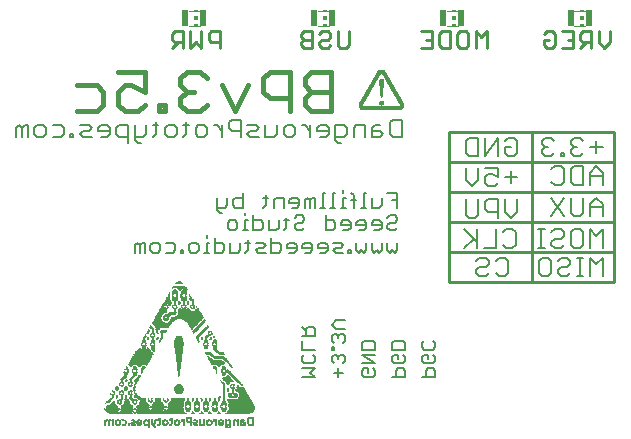
<source format=gbo>
G75*
G70*
%OFA0B0*%
%FSLAX24Y24*%
%IPPOS*%
%LPD*%
%AMOC8*
5,1,8,0,0,1.08239X$1,22.5*
%
%ADD10C,0.0080*%
%ADD11C,0.0060*%
%ADD12C,0.0180*%
%ADD13C,0.0110*%
%ADD14C,0.0070*%
%ADD15C,0.0100*%
%ADD16C,0.0040*%
%ADD17R,0.0118X0.0059*%
%ADD18R,0.0118X0.0118*%
%ADD19R,0.0236X0.0531*%
%ADD20R,0.0006X0.0006*%
%ADD21R,0.0006X0.0006*%
%ADD22R,0.0006X0.0006*%
%ADD23R,0.0006X0.0006*%
%ADD24R,0.0150X0.0010*%
%ADD25R,0.0070X0.0010*%
%ADD26R,0.0160X0.0010*%
%ADD27R,0.0080X0.0010*%
%ADD28R,0.0170X0.0010*%
%ADD29R,0.0090X0.0010*%
%ADD30R,0.0040X0.0010*%
%ADD31R,0.0100X0.0010*%
%ADD32R,0.0010X0.0010*%
%ADD33R,0.0060X0.0010*%
%ADD34R,0.0130X0.0010*%
%ADD35R,0.0050X0.0010*%
%ADD36R,0.0110X0.0010*%
%ADD37R,0.0140X0.0010*%
%ADD38R,0.0120X0.0010*%
%ADD39R,0.0190X0.0010*%
%ADD40R,0.0180X0.0010*%
%ADD41R,0.0210X0.0010*%
%ADD42R,0.0220X0.0010*%
%ADD43R,0.0200X0.0010*%
%ADD44R,0.0030X0.0010*%
%ADD45R,0.0020X0.0010*%
%ADD46R,0.0310X0.0010*%
%ADD47R,0.0780X0.0010*%
%ADD48R,0.1640X0.0010*%
%ADD49R,0.0380X0.0010*%
%ADD50R,0.0260X0.0010*%
%ADD51R,0.0800X0.0010*%
%ADD52R,0.1610X0.0010*%
%ADD53R,0.0360X0.0010*%
%ADD54R,0.0290X0.0010*%
%ADD55R,0.0820X0.0010*%
%ADD56R,0.1590X0.0010*%
%ADD57R,0.0340X0.0010*%
%ADD58R,0.0840X0.0010*%
%ADD59R,0.1570X0.0010*%
%ADD60R,0.0330X0.0010*%
%ADD61R,0.0320X0.0010*%
%ADD62R,0.1550X0.0010*%
%ADD63R,0.0300X0.0010*%
%ADD64R,0.0850X0.0010*%
%ADD65R,0.1080X0.0010*%
%ADD66R,0.0520X0.0010*%
%ADD67R,0.0450X0.0010*%
%ADD68R,0.0420X0.0010*%
%ADD69R,0.0540X0.0010*%
%ADD70R,0.0410X0.0010*%
%ADD71R,0.0430X0.0010*%
%ADD72R,0.0860X0.0010*%
%ADD73R,0.0530X0.0010*%
%ADD74R,0.0390X0.0010*%
%ADD75R,0.0510X0.0010*%
%ADD76R,0.0400X0.0010*%
%ADD77R,0.0500X0.0010*%
%ADD78R,0.0480X0.0010*%
%ADD79R,0.0370X0.0010*%
%ADD80R,0.0440X0.0010*%
%ADD81R,0.0870X0.0010*%
%ADD82R,0.0350X0.0010*%
%ADD83R,0.0490X0.0010*%
%ADD84R,0.0230X0.0010*%
%ADD85R,0.0270X0.0010*%
%ADD86R,0.0240X0.0010*%
%ADD87R,0.0830X0.0010*%
%ADD88R,0.0280X0.0010*%
%ADD89R,0.0810X0.0010*%
%ADD90R,0.0470X0.0010*%
%ADD91R,0.0250X0.0010*%
%ADD92R,0.0460X0.0010*%
%ADD93R,0.0640X0.0010*%
%ADD94R,0.0630X0.0010*%
%ADD95R,0.0620X0.0010*%
%ADD96R,0.0610X0.0010*%
%ADD97R,0.0590X0.0010*%
%ADD98R,0.0580X0.0010*%
%ADD99R,0.0560X0.0010*%
%ADD100R,0.0550X0.0010*%
%ADD101R,0.0570X0.0010*%
%ADD102R,0.0650X0.0010*%
%ADD103R,0.0680X0.0010*%
%ADD104R,0.0720X0.0010*%
%ADD105R,0.1060X0.0010*%
%ADD106R,0.1070X0.0010*%
%ADD107R,0.1050X0.0010*%
%ADD108R,0.0920X0.0010*%
%ADD109R,0.0890X0.0010*%
%ADD110R,0.0770X0.0010*%
%ADD111R,0.0760X0.0010*%
%ADD112R,0.0750X0.0010*%
%ADD113R,0.0740X0.0010*%
%ADD114R,0.0730X0.0010*%
D10*
X018330Y010707D02*
X018433Y010603D01*
X018640Y010603D01*
X018744Y010707D01*
X018974Y010707D02*
X019078Y010603D01*
X019285Y010603D01*
X019388Y010707D01*
X019388Y011120D01*
X019285Y011224D01*
X019078Y011224D01*
X018974Y011120D01*
X018744Y011120D02*
X018640Y011224D01*
X018433Y011224D01*
X018330Y011120D01*
X018433Y010914D02*
X018330Y010810D01*
X018330Y010707D01*
X018433Y010914D02*
X018640Y010914D01*
X018744Y011017D01*
X018744Y011120D01*
X018580Y011553D02*
X018994Y011553D01*
X018994Y012174D01*
X019224Y012070D02*
X019328Y012174D01*
X019535Y012174D01*
X019638Y012070D01*
X019638Y011657D01*
X019535Y011553D01*
X019328Y011553D01*
X019224Y011657D01*
X020398Y011553D02*
X020604Y011553D01*
X020501Y011553D02*
X020501Y012174D01*
X020604Y012174D02*
X020398Y012174D01*
X020835Y012070D02*
X020939Y012174D01*
X021146Y012174D01*
X021249Y012070D01*
X021249Y011967D01*
X021146Y011864D01*
X020939Y011864D01*
X020835Y011760D01*
X020835Y011657D01*
X020939Y011553D01*
X021146Y011553D01*
X021249Y011657D01*
X021480Y011657D02*
X021480Y012070D01*
X021583Y012174D01*
X021790Y012174D01*
X021894Y012070D01*
X021894Y011657D01*
X021790Y011553D01*
X021583Y011553D01*
X021480Y011657D01*
X021360Y011224D02*
X021154Y011224D01*
X021050Y011120D01*
X020819Y011120D02*
X020716Y011224D01*
X020509Y011224D01*
X020406Y011120D01*
X020406Y010707D01*
X020509Y010603D01*
X020716Y010603D01*
X020819Y010707D01*
X020819Y011120D01*
X021050Y010810D02*
X021050Y010707D01*
X021154Y010603D01*
X021360Y010603D01*
X021464Y010707D01*
X021360Y010914D02*
X021154Y010914D01*
X021050Y010810D01*
X021360Y010914D02*
X021464Y011017D01*
X021464Y011120D01*
X021360Y011224D01*
X021687Y011224D02*
X021894Y011224D01*
X021790Y011224D02*
X021790Y010603D01*
X021687Y010603D02*
X021894Y010603D01*
X022124Y010603D02*
X022124Y011224D01*
X022331Y011017D01*
X022538Y011224D01*
X022538Y010603D01*
X022538Y011553D02*
X022538Y012174D01*
X022331Y011967D01*
X022124Y012174D01*
X022124Y011553D01*
X022124Y012603D02*
X022124Y013017D01*
X022331Y013224D01*
X022538Y013017D01*
X022538Y012603D01*
X022538Y012914D02*
X022124Y012914D01*
X021894Y012707D02*
X021790Y012603D01*
X021583Y012603D01*
X021480Y012707D01*
X021480Y013224D01*
X021249Y013224D02*
X020835Y012603D01*
X021249Y012603D02*
X020835Y013224D01*
X020939Y013653D02*
X020835Y013757D01*
X020939Y013653D02*
X021146Y013653D01*
X021249Y013757D01*
X021249Y014170D01*
X021146Y014274D01*
X020939Y014274D01*
X020835Y014170D01*
X020823Y014603D02*
X020927Y014707D01*
X020823Y014603D02*
X020616Y014603D01*
X020513Y014707D01*
X020513Y014810D01*
X020616Y014914D01*
X020720Y014914D01*
X020616Y014914D02*
X020513Y015017D01*
X020513Y015120D01*
X020616Y015224D01*
X020823Y015224D01*
X020927Y015120D01*
X021480Y015120D02*
X021480Y015017D01*
X021583Y014914D01*
X021480Y014810D01*
X021480Y014707D01*
X021583Y014603D01*
X021790Y014603D01*
X021894Y014707D01*
X021687Y014914D02*
X021583Y014914D01*
X021480Y015120D02*
X021583Y015224D01*
X021790Y015224D01*
X021894Y015120D01*
X022124Y014914D02*
X022538Y014914D01*
X022331Y015120D02*
X022331Y014707D01*
X022331Y014274D02*
X022124Y014067D01*
X022124Y013653D01*
X021894Y013653D02*
X021583Y013653D01*
X021480Y013757D01*
X021480Y014170D01*
X021583Y014274D01*
X021894Y014274D01*
X021894Y013653D01*
X022124Y013964D02*
X022538Y013964D01*
X022538Y014067D02*
X022331Y014274D01*
X022538Y014067D02*
X022538Y013653D01*
X021894Y013224D02*
X021894Y012707D01*
X019688Y012760D02*
X019481Y012553D01*
X019274Y012760D01*
X019274Y013174D01*
X019044Y013174D02*
X018733Y013174D01*
X018630Y013070D01*
X018630Y012864D01*
X018733Y012760D01*
X019044Y012760D01*
X019044Y012553D02*
X019044Y013174D01*
X018399Y013174D02*
X018399Y012657D01*
X018296Y012553D01*
X018089Y012553D01*
X017985Y012657D01*
X017985Y013174D01*
X018192Y013603D02*
X017985Y013810D01*
X017985Y014224D01*
X018089Y014603D02*
X017985Y014707D01*
X017985Y015120D01*
X018089Y015224D01*
X018399Y015224D01*
X018399Y014603D01*
X018089Y014603D01*
X018399Y014224D02*
X018399Y013810D01*
X018192Y013603D01*
X018630Y013707D02*
X018733Y013603D01*
X018940Y013603D01*
X019044Y013707D01*
X019044Y013914D02*
X018837Y014017D01*
X018733Y014017D01*
X018630Y013914D01*
X018630Y013707D01*
X019044Y013914D02*
X019044Y014224D01*
X018630Y014224D01*
X018630Y014603D02*
X018630Y015224D01*
X019044Y015224D02*
X018630Y014603D01*
X019044Y014603D02*
X019044Y015224D01*
X019274Y015120D02*
X019378Y015224D01*
X019585Y015224D01*
X019688Y015120D01*
X019688Y014707D01*
X019585Y014603D01*
X019378Y014603D01*
X019274Y014707D01*
X019274Y014914D01*
X019481Y014914D01*
X019481Y014120D02*
X019481Y013707D01*
X019688Y013914D02*
X019274Y013914D01*
X019688Y013174D02*
X019688Y012760D01*
X018349Y012174D02*
X018349Y011553D01*
X018349Y011760D02*
X017935Y012174D01*
X018246Y011864D02*
X017935Y011553D01*
X021146Y014603D02*
X021249Y014603D01*
X021249Y014707D01*
X021146Y014707D01*
X021146Y014603D01*
X015838Y015253D02*
X015548Y015253D01*
X015451Y015350D01*
X015451Y015737D01*
X015548Y015834D01*
X015838Y015834D01*
X015838Y015253D01*
X015230Y015350D02*
X015134Y015447D01*
X014843Y015447D01*
X014843Y015544D02*
X014843Y015253D01*
X015134Y015253D01*
X015230Y015350D01*
X015134Y015640D02*
X014940Y015640D01*
X014843Y015544D01*
X014623Y015640D02*
X014332Y015640D01*
X014236Y015544D01*
X014236Y015253D01*
X014015Y015350D02*
X013918Y015253D01*
X013628Y015253D01*
X013628Y015157D02*
X013628Y015640D01*
X013918Y015640D01*
X014015Y015544D01*
X014015Y015350D01*
X013725Y015060D02*
X013628Y015157D01*
X013725Y015060D02*
X013821Y015060D01*
X013407Y015350D02*
X013310Y015253D01*
X013117Y015253D01*
X013020Y015447D02*
X013407Y015447D01*
X013407Y015350D02*
X013407Y015544D01*
X013310Y015640D01*
X013117Y015640D01*
X013020Y015544D01*
X013020Y015447D01*
X012799Y015447D02*
X012606Y015640D01*
X012509Y015640D01*
X012293Y015544D02*
X012293Y015350D01*
X012196Y015253D01*
X012003Y015253D01*
X011906Y015350D01*
X011906Y015544D01*
X012003Y015640D01*
X012196Y015640D01*
X012293Y015544D01*
X012799Y015640D02*
X012799Y015253D01*
X011685Y015350D02*
X011589Y015253D01*
X011298Y015253D01*
X011298Y015640D01*
X011078Y015544D02*
X010981Y015640D01*
X010691Y015640D01*
X010787Y015447D02*
X010981Y015447D01*
X011078Y015544D01*
X010787Y015447D02*
X010691Y015350D01*
X010787Y015253D01*
X011078Y015253D01*
X011685Y015350D02*
X011685Y015640D01*
X010470Y015447D02*
X010180Y015447D01*
X010083Y015544D01*
X010083Y015737D01*
X010180Y015834D01*
X010470Y015834D01*
X010470Y015253D01*
X009862Y015253D02*
X009862Y015640D01*
X009862Y015447D02*
X009669Y015640D01*
X009572Y015640D01*
X009356Y015544D02*
X009356Y015350D01*
X009259Y015253D01*
X009066Y015253D01*
X008969Y015350D01*
X008969Y015544D01*
X009066Y015640D01*
X009259Y015640D01*
X009356Y015544D01*
X008748Y015640D02*
X008555Y015640D01*
X008651Y015737D02*
X008651Y015350D01*
X008555Y015253D01*
X008343Y015350D02*
X008246Y015253D01*
X008053Y015253D01*
X007956Y015350D01*
X007956Y015544D01*
X008053Y015640D01*
X008246Y015640D01*
X008343Y015544D01*
X008343Y015350D01*
X007735Y015640D02*
X007542Y015640D01*
X007638Y015737D02*
X007638Y015350D01*
X007542Y015253D01*
X007330Y015350D02*
X007233Y015253D01*
X006943Y015253D01*
X006943Y015157D02*
X007040Y015060D01*
X007137Y015060D01*
X006943Y015157D02*
X006943Y015640D01*
X006722Y015640D02*
X006432Y015640D01*
X006335Y015544D01*
X006335Y015350D01*
X006432Y015253D01*
X006722Y015253D01*
X006722Y015060D02*
X006722Y015640D01*
X007330Y015640D02*
X007330Y015350D01*
X006115Y015350D02*
X006018Y015253D01*
X005824Y015253D01*
X005728Y015447D02*
X006115Y015447D01*
X006115Y015350D02*
X006115Y015544D01*
X006018Y015640D01*
X005824Y015640D01*
X005728Y015544D01*
X005728Y015447D01*
X005507Y015544D02*
X005410Y015640D01*
X005120Y015640D01*
X005217Y015447D02*
X005410Y015447D01*
X005507Y015544D01*
X005217Y015447D02*
X005120Y015350D01*
X005217Y015253D01*
X005507Y015253D01*
X004899Y015253D02*
X004802Y015253D01*
X004802Y015350D01*
X004899Y015350D01*
X004899Y015253D01*
X004595Y015350D02*
X004499Y015253D01*
X004208Y015253D01*
X003988Y015350D02*
X003891Y015253D01*
X003697Y015253D01*
X003601Y015350D01*
X003601Y015544D01*
X003697Y015640D01*
X003891Y015640D01*
X003988Y015544D01*
X003988Y015350D01*
X004208Y015640D02*
X004499Y015640D01*
X004595Y015544D01*
X004595Y015350D01*
X003380Y015253D02*
X003380Y015640D01*
X003283Y015640D01*
X003186Y015544D01*
X003090Y015640D01*
X002993Y015544D01*
X002993Y015253D01*
X003186Y015253D02*
X003186Y015544D01*
X014623Y015640D02*
X014623Y015253D01*
D11*
X013948Y009148D02*
X013655Y009148D01*
X013508Y009001D01*
X013655Y008855D01*
X013948Y008855D01*
X013875Y008688D02*
X013948Y008614D01*
X013948Y008468D01*
X013875Y008394D01*
X013728Y008541D02*
X013728Y008614D01*
X013655Y008688D01*
X013581Y008688D01*
X013508Y008614D01*
X013508Y008468D01*
X013581Y008394D01*
X013581Y008237D02*
X013508Y008237D01*
X013508Y008164D01*
X013581Y008164D01*
X013581Y008237D01*
X013581Y007997D02*
X013508Y007924D01*
X013508Y007777D01*
X013581Y007704D01*
X013728Y007851D02*
X013728Y007924D01*
X013655Y007997D01*
X013581Y007997D01*
X013728Y007924D02*
X013802Y007997D01*
X013875Y007997D01*
X013948Y007924D01*
X013948Y007777D01*
X013875Y007704D01*
X013728Y007537D02*
X013728Y007243D01*
X013875Y007390D02*
X013581Y007390D01*
X012948Y007243D02*
X012802Y007390D01*
X012948Y007537D01*
X012508Y007537D01*
X012581Y007704D02*
X012508Y007777D01*
X012508Y007924D01*
X012581Y007997D01*
X012508Y008164D02*
X012508Y008458D01*
X012508Y008624D02*
X012948Y008624D01*
X012948Y008845D01*
X012875Y008918D01*
X012728Y008918D01*
X012655Y008845D01*
X012655Y008624D01*
X012655Y008771D02*
X012508Y008918D01*
X013728Y008614D02*
X013802Y008688D01*
X013875Y008688D01*
X014508Y008384D02*
X014581Y008458D01*
X014875Y008458D01*
X014948Y008384D01*
X014948Y008164D01*
X014508Y008164D01*
X014508Y008384D01*
X014508Y007997D02*
X014948Y007997D01*
X014948Y007704D02*
X014508Y007997D01*
X014508Y007704D02*
X014948Y007704D01*
X014875Y007537D02*
X014948Y007464D01*
X014948Y007317D01*
X014875Y007243D01*
X014581Y007243D01*
X014508Y007317D01*
X014508Y007464D01*
X014581Y007537D01*
X014728Y007537D01*
X014728Y007390D01*
X015508Y007243D02*
X015948Y007243D01*
X015948Y007464D01*
X015875Y007537D01*
X015728Y007537D01*
X015655Y007464D01*
X015655Y007243D01*
X015581Y007704D02*
X015508Y007777D01*
X015508Y007924D01*
X015581Y007997D01*
X015728Y007997D01*
X015728Y007851D01*
X015875Y007997D02*
X015948Y007924D01*
X015948Y007777D01*
X015875Y007704D01*
X015581Y007704D01*
X015508Y008164D02*
X015508Y008384D01*
X015581Y008458D01*
X015875Y008458D01*
X015948Y008384D01*
X015948Y008164D01*
X015508Y008164D01*
X016508Y008237D02*
X016581Y008164D01*
X016875Y008164D01*
X016948Y008237D01*
X016948Y008384D01*
X016875Y008458D01*
X016581Y008458D02*
X016508Y008384D01*
X016508Y008237D01*
X016581Y007997D02*
X016728Y007997D01*
X016728Y007851D01*
X016581Y007997D02*
X016508Y007924D01*
X016508Y007777D01*
X016581Y007704D01*
X016875Y007704D01*
X016948Y007777D01*
X016948Y007924D01*
X016875Y007997D01*
X016875Y007537D02*
X016728Y007537D01*
X016655Y007464D01*
X016655Y007243D01*
X016508Y007243D02*
X016948Y007243D01*
X016948Y007464D01*
X016875Y007537D01*
X012948Y007777D02*
X012875Y007704D01*
X012581Y007704D01*
X012948Y007777D02*
X012948Y007924D01*
X012875Y007997D01*
X012948Y008164D02*
X012508Y008164D01*
X012508Y007243D02*
X012948Y007243D01*
D12*
X012827Y016103D02*
X013488Y016103D01*
X013488Y017424D01*
X012827Y017424D01*
X012607Y017204D01*
X012607Y016984D01*
X012827Y016764D01*
X013488Y016764D01*
X012827Y016764D02*
X012607Y016544D01*
X012607Y016324D01*
X012827Y016103D01*
X012107Y016103D02*
X012107Y017424D01*
X011446Y017424D01*
X011226Y017204D01*
X011226Y016764D01*
X011446Y016544D01*
X012107Y016544D01*
X010726Y016984D02*
X010285Y016103D01*
X009845Y016984D01*
X009345Y017204D02*
X009124Y017424D01*
X008684Y017424D01*
X008464Y017204D01*
X008464Y016984D01*
X008684Y016764D01*
X008464Y016544D01*
X008464Y016324D01*
X008684Y016103D01*
X009124Y016103D01*
X009345Y016324D01*
X008904Y016764D02*
X008684Y016764D01*
X007963Y016324D02*
X007743Y016324D01*
X007743Y016103D01*
X007963Y016103D01*
X007963Y016324D01*
X007273Y016324D02*
X007053Y016103D01*
X006612Y016103D01*
X006392Y016324D01*
X006392Y016764D01*
X006612Y016984D01*
X006833Y016984D01*
X007273Y016764D01*
X007273Y017424D01*
X006392Y017424D01*
X005892Y016764D02*
X005672Y016984D01*
X005011Y016984D01*
X005892Y016764D02*
X005892Y016324D01*
X005672Y016103D01*
X005011Y016103D01*
D13*
X008191Y018218D02*
X008374Y018402D01*
X008282Y018402D02*
X008558Y018402D01*
X008558Y018218D02*
X008558Y018769D01*
X008282Y018769D01*
X008191Y018677D01*
X008191Y018494D01*
X008282Y018402D01*
X008798Y018218D02*
X008798Y018769D01*
X009165Y018769D02*
X009165Y018218D01*
X008982Y018402D01*
X008798Y018218D01*
X009406Y018494D02*
X009406Y018677D01*
X009498Y018769D01*
X009773Y018769D01*
X009773Y018218D01*
X009773Y018402D02*
X009498Y018402D01*
X009406Y018494D01*
X012491Y018402D02*
X012491Y018310D01*
X012582Y018218D01*
X012858Y018218D01*
X012858Y018769D01*
X012582Y018769D01*
X012491Y018677D01*
X012491Y018585D01*
X012582Y018494D01*
X012858Y018494D01*
X013098Y018402D02*
X013098Y018310D01*
X013190Y018218D01*
X013374Y018218D01*
X013465Y018310D01*
X013374Y018494D02*
X013190Y018494D01*
X013098Y018402D01*
X013098Y018677D02*
X013190Y018769D01*
X013374Y018769D01*
X013465Y018677D01*
X013465Y018585D01*
X013374Y018494D01*
X013706Y018310D02*
X013798Y018218D01*
X013981Y018218D01*
X014073Y018310D01*
X014073Y018769D01*
X013706Y018769D02*
X013706Y018310D01*
X012582Y018494D02*
X012491Y018402D01*
X016483Y018218D02*
X016850Y018218D01*
X016850Y018769D01*
X016483Y018769D01*
X017091Y018677D02*
X017182Y018769D01*
X017458Y018769D01*
X017458Y018218D01*
X017182Y018218D01*
X017091Y018310D01*
X017091Y018677D01*
X016850Y018494D02*
X016666Y018494D01*
X017698Y018310D02*
X017698Y018677D01*
X017790Y018769D01*
X017974Y018769D01*
X018065Y018677D01*
X018065Y018310D01*
X017974Y018218D01*
X017790Y018218D01*
X017698Y018310D01*
X018306Y018218D02*
X018306Y018769D01*
X018490Y018585D01*
X018673Y018769D01*
X018673Y018218D01*
X020583Y018310D02*
X020675Y018218D01*
X020858Y018218D01*
X020950Y018310D01*
X020950Y018677D01*
X020858Y018769D01*
X020675Y018769D01*
X020583Y018677D01*
X020583Y018494D02*
X020766Y018494D01*
X020583Y018494D02*
X020583Y018310D01*
X021191Y018218D02*
X021558Y018218D01*
X021558Y018769D01*
X021191Y018769D01*
X021374Y018494D02*
X021558Y018494D01*
X021798Y018494D02*
X021798Y018677D01*
X021890Y018769D01*
X022165Y018769D01*
X022165Y018218D01*
X022165Y018402D02*
X021890Y018402D01*
X021798Y018494D01*
X021982Y018402D02*
X021798Y018218D01*
X022406Y018402D02*
X022406Y018769D01*
X022773Y018769D02*
X022773Y018402D01*
X022590Y018218D01*
X022406Y018402D01*
D14*
X015693Y013389D02*
X015366Y013389D01*
X015177Y013225D02*
X015177Y012980D01*
X015096Y012898D01*
X014850Y012898D01*
X014850Y013225D01*
X014662Y013389D02*
X014580Y013389D01*
X014580Y012898D01*
X014662Y012898D02*
X014498Y012898D01*
X014236Y012898D02*
X014236Y013307D01*
X014155Y013389D01*
X013974Y013225D02*
X013893Y013225D01*
X013893Y012898D01*
X013974Y012898D02*
X013811Y012898D01*
X013631Y012898D02*
X013467Y012898D01*
X013549Y012898D02*
X013549Y013389D01*
X013631Y013389D01*
X013893Y013389D02*
X013893Y013471D01*
X014155Y013144D02*
X014318Y013144D01*
X015366Y012557D02*
X015448Y012639D01*
X015611Y012639D01*
X015693Y012557D01*
X015693Y012475D01*
X015611Y012394D01*
X015448Y012394D01*
X015366Y012312D01*
X015366Y012230D01*
X015448Y012148D01*
X015611Y012148D01*
X015693Y012230D01*
X015177Y012230D02*
X015177Y012394D01*
X015096Y012475D01*
X014932Y012475D01*
X014850Y012394D01*
X014850Y012312D01*
X015177Y012312D01*
X015177Y012230D02*
X015096Y012148D01*
X014932Y012148D01*
X014662Y012230D02*
X014662Y012394D01*
X014580Y012475D01*
X014417Y012475D01*
X014335Y012394D01*
X014335Y012312D01*
X014662Y012312D01*
X014662Y012230D02*
X014580Y012148D01*
X014417Y012148D01*
X014146Y012230D02*
X014146Y012394D01*
X014064Y012475D01*
X013901Y012475D01*
X013819Y012394D01*
X013819Y012312D01*
X014146Y012312D01*
X014146Y012230D02*
X014064Y012148D01*
X013901Y012148D01*
X013631Y012230D02*
X013631Y012394D01*
X013549Y012475D01*
X013304Y012475D01*
X013304Y012639D02*
X013304Y012148D01*
X013549Y012148D01*
X013631Y012230D01*
X013561Y011725D02*
X013807Y011725D01*
X013888Y011644D01*
X013807Y011562D01*
X013643Y011562D01*
X013561Y011480D01*
X013643Y011398D01*
X013888Y011398D01*
X014064Y011398D02*
X014146Y011398D01*
X014146Y011480D01*
X014064Y011480D01*
X014064Y011398D01*
X014335Y011480D02*
X014335Y011725D01*
X014335Y011480D02*
X014417Y011398D01*
X014498Y011480D01*
X014580Y011398D01*
X014662Y011480D01*
X014662Y011725D01*
X014850Y011725D02*
X014850Y011480D01*
X014932Y011398D01*
X015014Y011480D01*
X015096Y011398D01*
X015177Y011480D01*
X015177Y011725D01*
X015366Y011725D02*
X015366Y011480D01*
X015448Y011398D01*
X015530Y011480D01*
X015611Y011398D01*
X015693Y011480D01*
X015693Y011725D01*
X015693Y012898D02*
X015693Y013389D01*
X015693Y013144D02*
X015530Y013144D01*
X013287Y013389D02*
X013205Y013389D01*
X013205Y012898D01*
X013287Y012898D02*
X013123Y012898D01*
X012943Y012898D02*
X012943Y013225D01*
X012861Y013225D01*
X012780Y013144D01*
X012698Y013225D01*
X012616Y013144D01*
X012616Y012898D01*
X012780Y012898D02*
X012780Y013144D01*
X012427Y013144D02*
X012427Y012980D01*
X012346Y012898D01*
X012182Y012898D01*
X012101Y013062D02*
X012427Y013062D01*
X012427Y013144D02*
X012346Y013225D01*
X012182Y013225D01*
X012101Y013144D01*
X012101Y013062D01*
X011912Y013225D02*
X011667Y013225D01*
X011585Y013144D01*
X011585Y012898D01*
X011314Y012980D02*
X011233Y012898D01*
X011314Y012980D02*
X011314Y013307D01*
X011396Y013225D02*
X011233Y013225D01*
X010897Y012639D02*
X010897Y012148D01*
X011143Y012148D01*
X011224Y012230D01*
X011224Y012394D01*
X011143Y012475D01*
X010897Y012475D01*
X010709Y012475D02*
X010627Y012475D01*
X010627Y012148D01*
X010709Y012148D02*
X010545Y012148D01*
X010365Y012230D02*
X010283Y012148D01*
X010120Y012148D01*
X010038Y012230D01*
X010038Y012394D01*
X010120Y012475D01*
X010283Y012475D01*
X010365Y012394D01*
X010365Y012230D01*
X010627Y012639D02*
X010627Y012721D01*
X010537Y012898D02*
X010292Y012898D01*
X010210Y012980D01*
X010210Y013144D01*
X010292Y013225D01*
X010537Y013225D01*
X010537Y013389D02*
X010537Y012898D01*
X010021Y012980D02*
X010021Y013225D01*
X010021Y012980D02*
X009939Y012898D01*
X009694Y012898D01*
X009694Y012817D02*
X009776Y012735D01*
X009858Y012735D01*
X009694Y012817D02*
X009694Y013225D01*
X011413Y012475D02*
X011413Y012148D01*
X011658Y012148D01*
X011740Y012230D01*
X011740Y012475D01*
X011920Y012475D02*
X012084Y012475D01*
X012002Y012557D02*
X012002Y012230D01*
X011920Y012148D01*
X012272Y012230D02*
X012354Y012148D01*
X012518Y012148D01*
X012599Y012230D01*
X012518Y012394D02*
X012354Y012394D01*
X012272Y012312D01*
X012272Y012230D01*
X012518Y012394D02*
X012599Y012475D01*
X012599Y012557D01*
X012518Y012639D01*
X012354Y012639D01*
X012272Y012557D01*
X011912Y012898D02*
X011912Y013225D01*
X011499Y011889D02*
X011499Y011398D01*
X011744Y011398D01*
X011826Y011480D01*
X011826Y011644D01*
X011744Y011725D01*
X011499Y011725D01*
X011310Y011644D02*
X011228Y011725D01*
X010983Y011725D01*
X011065Y011562D02*
X010983Y011480D01*
X011065Y011398D01*
X011310Y011398D01*
X011228Y011562D02*
X011310Y011644D01*
X011228Y011562D02*
X011065Y011562D01*
X010795Y011725D02*
X010631Y011725D01*
X010713Y011807D02*
X010713Y011480D01*
X010631Y011398D01*
X010451Y011480D02*
X010369Y011398D01*
X010124Y011398D01*
X010124Y011725D01*
X009935Y011644D02*
X009853Y011725D01*
X009608Y011725D01*
X009608Y011889D02*
X009608Y011398D01*
X009853Y011398D01*
X009935Y011480D01*
X009935Y011644D01*
X009420Y011725D02*
X009338Y011725D01*
X009338Y011398D01*
X009420Y011398D02*
X009256Y011398D01*
X009076Y011480D02*
X008994Y011398D01*
X008831Y011398D01*
X008749Y011480D01*
X008749Y011644D01*
X008831Y011725D01*
X008994Y011725D01*
X009076Y011644D01*
X009076Y011480D01*
X009338Y011889D02*
X009338Y011971D01*
X008560Y011480D02*
X008478Y011480D01*
X008478Y011398D01*
X008560Y011398D01*
X008560Y011480D01*
X008302Y011480D02*
X008221Y011398D01*
X007975Y011398D01*
X007787Y011480D02*
X007705Y011398D01*
X007542Y011398D01*
X007460Y011480D01*
X007460Y011644D01*
X007542Y011725D01*
X007705Y011725D01*
X007787Y011644D01*
X007787Y011480D01*
X007975Y011725D02*
X008221Y011725D01*
X008302Y011644D01*
X008302Y011480D01*
X007271Y011398D02*
X007271Y011725D01*
X007189Y011725D01*
X007108Y011644D01*
X007026Y011725D01*
X006944Y011644D01*
X006944Y011398D01*
X007108Y011398D02*
X007108Y011644D01*
X010451Y011725D02*
X010451Y011480D01*
X012015Y011562D02*
X012341Y011562D01*
X012341Y011644D02*
X012260Y011725D01*
X012096Y011725D01*
X012015Y011644D01*
X012015Y011562D01*
X012096Y011398D02*
X012260Y011398D01*
X012341Y011480D01*
X012341Y011644D01*
X012530Y011644D02*
X012530Y011562D01*
X012857Y011562D01*
X012857Y011644D02*
X012775Y011725D01*
X012612Y011725D01*
X012530Y011644D01*
X012612Y011398D02*
X012775Y011398D01*
X012857Y011480D01*
X012857Y011644D01*
X013046Y011644D02*
X013046Y011562D01*
X013373Y011562D01*
X013373Y011644D02*
X013291Y011725D01*
X013128Y011725D01*
X013046Y011644D01*
X013128Y011398D02*
X013291Y011398D01*
X013373Y011480D01*
X013373Y011644D01*
D15*
X017428Y011413D02*
X017428Y010413D01*
X020178Y010413D01*
X020178Y015413D01*
X017428Y015413D01*
X017428Y014413D01*
X022928Y014413D01*
X022928Y015413D01*
X020178Y015413D01*
X017428Y014413D02*
X017428Y013413D01*
X022928Y013413D01*
X022928Y014413D01*
X022928Y013413D02*
X022928Y012413D01*
X017428Y012413D01*
X017428Y011413D01*
X022928Y011413D01*
X022928Y012413D01*
X022928Y011413D02*
X022928Y010413D01*
X020178Y010413D01*
X017428Y012413D02*
X017428Y013413D01*
D16*
X017351Y018967D02*
X017705Y018967D01*
X017705Y019459D02*
X017341Y019459D01*
X013405Y019459D02*
X013041Y019459D01*
X013051Y018967D02*
X013405Y018967D01*
X009105Y018967D02*
X008751Y018967D01*
X008741Y019459D02*
X009105Y019459D01*
X021591Y019459D02*
X021955Y019459D01*
X021955Y018967D02*
X021601Y018967D01*
D17*
X021837Y018977D03*
X021837Y019450D03*
X017587Y019450D03*
X017587Y018977D03*
X013287Y018977D03*
X013287Y019450D03*
X008987Y019450D03*
X008987Y018977D03*
D18*
X008987Y019213D03*
X013287Y019213D03*
X017587Y019213D03*
X021837Y019213D03*
D19*
X022073Y019213D03*
X021483Y019213D03*
X017823Y019213D03*
X017233Y019213D03*
X013523Y019213D03*
X012933Y019213D03*
X009223Y019213D03*
X008633Y019213D03*
D20*
X014472Y016376D03*
X014472Y016364D03*
X014472Y016352D03*
X014472Y016346D03*
X014472Y016334D03*
X014472Y016322D03*
X014472Y016316D03*
X014472Y016304D03*
X014472Y016292D03*
X014472Y016286D03*
X014472Y016274D03*
X014472Y016262D03*
X014472Y016256D03*
X014472Y016244D03*
X014472Y016232D03*
X014472Y016226D03*
X014472Y016214D03*
X014472Y016202D03*
X014472Y016196D03*
X014484Y016196D03*
X014484Y016202D03*
X014484Y016214D03*
X014484Y016226D03*
X014484Y016232D03*
X014484Y016244D03*
X014484Y016256D03*
X014484Y016262D03*
X014484Y016274D03*
X014484Y016286D03*
X014484Y016292D03*
X014484Y016304D03*
X014484Y016316D03*
X014484Y016322D03*
X014484Y016334D03*
X014484Y016346D03*
X014484Y016352D03*
X014484Y016364D03*
X014484Y016376D03*
X014484Y016382D03*
X014484Y016394D03*
X014502Y016394D03*
X014502Y016382D03*
X014502Y016376D03*
X014502Y016364D03*
X014502Y016352D03*
X014502Y016346D03*
X014502Y016334D03*
X014502Y016322D03*
X014502Y016316D03*
X014502Y016304D03*
X014502Y016292D03*
X014502Y016286D03*
X014502Y016274D03*
X014502Y016262D03*
X014502Y016256D03*
X014502Y016244D03*
X014502Y016232D03*
X014502Y016226D03*
X014502Y016214D03*
X014502Y016202D03*
X014502Y016196D03*
X014502Y016184D03*
X014502Y016172D03*
X014502Y016166D03*
X014514Y016166D03*
X014514Y016172D03*
X014514Y016184D03*
X014514Y016196D03*
X014514Y016202D03*
X014514Y016214D03*
X014514Y016226D03*
X014514Y016232D03*
X014514Y016244D03*
X014514Y016256D03*
X014514Y016262D03*
X014514Y016274D03*
X014514Y016286D03*
X014514Y016292D03*
X014514Y016304D03*
X014514Y016316D03*
X014514Y016322D03*
X014514Y016334D03*
X014514Y016346D03*
X014514Y016352D03*
X014514Y016364D03*
X014514Y016376D03*
X014514Y016382D03*
X014514Y016394D03*
X014514Y016406D03*
X014514Y016412D03*
X014502Y016412D03*
X014502Y016406D03*
X014502Y016424D03*
X014514Y016424D03*
X014514Y016436D03*
X014514Y016442D03*
X014532Y016442D03*
X014532Y016436D03*
X014532Y016424D03*
X014532Y016412D03*
X014532Y016406D03*
X014532Y016394D03*
X014532Y016382D03*
X014532Y016376D03*
X014532Y016364D03*
X014532Y016352D03*
X014532Y016346D03*
X014532Y016334D03*
X014532Y016322D03*
X014532Y016316D03*
X014532Y016304D03*
X014532Y016292D03*
X014532Y016286D03*
X014532Y016274D03*
X014532Y016262D03*
X014532Y016256D03*
X014532Y016244D03*
X014532Y016232D03*
X014532Y016226D03*
X014532Y016214D03*
X014532Y016202D03*
X014532Y016196D03*
X014532Y016184D03*
X014532Y016172D03*
X014532Y016166D03*
X014532Y016154D03*
X014544Y016154D03*
X014544Y016166D03*
X014544Y016172D03*
X014544Y016184D03*
X014544Y016196D03*
X014544Y016202D03*
X014544Y016214D03*
X014544Y016226D03*
X014544Y016232D03*
X014544Y016244D03*
X014544Y016256D03*
X014544Y016262D03*
X014544Y016286D03*
X014544Y016292D03*
X014544Y016304D03*
X014544Y016316D03*
X014544Y016322D03*
X014544Y016334D03*
X014544Y016346D03*
X014544Y016352D03*
X014544Y016364D03*
X014544Y016376D03*
X014544Y016382D03*
X014544Y016394D03*
X014544Y016406D03*
X014544Y016412D03*
X014544Y016424D03*
X014544Y016436D03*
X014544Y016442D03*
X014544Y016454D03*
X014532Y016454D03*
X014532Y016466D03*
X014532Y016472D03*
X014544Y016472D03*
X014544Y016466D03*
X014562Y016466D03*
X014562Y016472D03*
X014574Y016472D03*
X014574Y016466D03*
X014574Y016454D03*
X014574Y016442D03*
X014574Y016436D03*
X014574Y016424D03*
X014574Y016412D03*
X014574Y016406D03*
X014574Y016394D03*
X014574Y016382D03*
X014574Y016376D03*
X014574Y016364D03*
X014574Y016352D03*
X014562Y016352D03*
X014562Y016346D03*
X014562Y016334D03*
X014562Y016364D03*
X014562Y016376D03*
X014562Y016382D03*
X014562Y016394D03*
X014562Y016406D03*
X014562Y016412D03*
X014562Y016424D03*
X014562Y016436D03*
X014562Y016442D03*
X014562Y016454D03*
X014592Y016454D03*
X014592Y016442D03*
X014592Y016436D03*
X014592Y016424D03*
X014592Y016412D03*
X014592Y016406D03*
X014592Y016394D03*
X014592Y016382D03*
X014604Y016406D03*
X014604Y016412D03*
X014604Y016424D03*
X014604Y016436D03*
X014604Y016442D03*
X014604Y016454D03*
X014604Y016466D03*
X014604Y016472D03*
X014592Y016472D03*
X014592Y016466D03*
X014592Y016484D03*
X014604Y016484D03*
X014604Y016496D03*
X014604Y016502D03*
X014592Y016502D03*
X014592Y016496D03*
X014574Y016496D03*
X014574Y016502D03*
X014562Y016502D03*
X014562Y016496D03*
X014562Y016484D03*
X014574Y016484D03*
X014544Y016484D03*
X014532Y016484D03*
X014544Y016496D03*
X014544Y016502D03*
X014562Y016514D03*
X014574Y016514D03*
X014574Y016526D03*
X014574Y016532D03*
X014562Y016532D03*
X014562Y016526D03*
X014574Y016544D03*
X014574Y016556D03*
X014592Y016556D03*
X014592Y016562D03*
X014604Y016562D03*
X014604Y016556D03*
X014604Y016544D03*
X014604Y016532D03*
X014604Y016526D03*
X014604Y016514D03*
X014592Y016514D03*
X014592Y016526D03*
X014592Y016532D03*
X014592Y016544D03*
X014622Y016544D03*
X014622Y016532D03*
X014622Y016526D03*
X014622Y016514D03*
X014622Y016502D03*
X014622Y016496D03*
X014622Y016484D03*
X014622Y016472D03*
X014622Y016466D03*
X014622Y016454D03*
X014622Y016442D03*
X014622Y016436D03*
X014634Y016454D03*
X014634Y016466D03*
X014634Y016472D03*
X014634Y016484D03*
X014634Y016496D03*
X014634Y016502D03*
X014634Y016514D03*
X014634Y016526D03*
X014634Y016532D03*
X014634Y016544D03*
X014634Y016556D03*
X014634Y016562D03*
X014622Y016562D03*
X014622Y016556D03*
X014622Y016574D03*
X014634Y016574D03*
X014634Y016586D03*
X014634Y016592D03*
X014622Y016592D03*
X014622Y016586D03*
X014604Y016586D03*
X014604Y016592D03*
X014604Y016604D03*
X014622Y016604D03*
X014634Y016604D03*
X014634Y016616D03*
X014634Y016622D03*
X014622Y016622D03*
X014622Y016616D03*
X014622Y016634D03*
X014634Y016634D03*
X014634Y016646D03*
X014634Y016652D03*
X014634Y016664D03*
X014652Y016664D03*
X014652Y016652D03*
X014652Y016646D03*
X014652Y016634D03*
X014652Y016622D03*
X014652Y016616D03*
X014652Y016604D03*
X014652Y016592D03*
X014652Y016586D03*
X014652Y016574D03*
X014652Y016562D03*
X014652Y016556D03*
X014652Y016544D03*
X014652Y016532D03*
X014652Y016526D03*
X014652Y016514D03*
X014652Y016502D03*
X014652Y016496D03*
X014664Y016514D03*
X014664Y016526D03*
X014664Y016532D03*
X014664Y016544D03*
X014664Y016556D03*
X014664Y016562D03*
X014664Y016574D03*
X014664Y016586D03*
X014664Y016592D03*
X014664Y016604D03*
X014664Y016616D03*
X014664Y016622D03*
X014664Y016634D03*
X014664Y016646D03*
X014664Y016652D03*
X014664Y016664D03*
X014664Y016676D03*
X014664Y016682D03*
X014652Y016682D03*
X014652Y016676D03*
X014652Y016694D03*
X014664Y016694D03*
X014664Y016706D03*
X014664Y016712D03*
X014682Y016712D03*
X014682Y016706D03*
X014682Y016694D03*
X014682Y016682D03*
X014682Y016676D03*
X014682Y016664D03*
X014682Y016652D03*
X014682Y016646D03*
X014682Y016634D03*
X014682Y016622D03*
X014682Y016616D03*
X014682Y016604D03*
X014682Y016592D03*
X014682Y016586D03*
X014682Y016574D03*
X014682Y016562D03*
X014682Y016556D03*
X014682Y016544D03*
X014694Y016562D03*
X014694Y016574D03*
X014694Y016586D03*
X014694Y016592D03*
X014694Y016604D03*
X014694Y016616D03*
X014694Y016622D03*
X014694Y016634D03*
X014694Y016646D03*
X014694Y016652D03*
X014694Y016664D03*
X014694Y016676D03*
X014694Y016682D03*
X014694Y016694D03*
X014694Y016706D03*
X014694Y016712D03*
X014694Y016724D03*
X014682Y016724D03*
X014682Y016736D03*
X014682Y016742D03*
X014694Y016742D03*
X014694Y016736D03*
X014712Y016736D03*
X014712Y016742D03*
X014724Y016742D03*
X014724Y016736D03*
X014724Y016724D03*
X014724Y016712D03*
X014724Y016706D03*
X014724Y016694D03*
X014724Y016682D03*
X014724Y016676D03*
X014724Y016664D03*
X014724Y016652D03*
X014724Y016646D03*
X014724Y016634D03*
X014724Y016622D03*
X014724Y016616D03*
X014712Y016616D03*
X014712Y016622D03*
X014712Y016634D03*
X014712Y016646D03*
X014712Y016652D03*
X014712Y016664D03*
X014712Y016676D03*
X014712Y016682D03*
X014712Y016694D03*
X014712Y016706D03*
X014712Y016712D03*
X014712Y016724D03*
X014742Y016724D03*
X014742Y016712D03*
X014742Y016706D03*
X014742Y016694D03*
X014742Y016682D03*
X014742Y016676D03*
X014742Y016664D03*
X014742Y016652D03*
X014742Y016646D03*
X014754Y016664D03*
X014754Y016676D03*
X014754Y016682D03*
X014754Y016694D03*
X014754Y016706D03*
X014754Y016712D03*
X014754Y016724D03*
X014754Y016736D03*
X014754Y016742D03*
X014742Y016742D03*
X014742Y016736D03*
X014742Y016754D03*
X014754Y016754D03*
X014754Y016766D03*
X014754Y016772D03*
X014742Y016772D03*
X014742Y016766D03*
X014724Y016766D03*
X014724Y016772D03*
X014712Y016772D03*
X014712Y016766D03*
X014712Y016754D03*
X014724Y016754D03*
X014694Y016754D03*
X014694Y016766D03*
X014712Y016784D03*
X014724Y016784D03*
X014724Y016796D03*
X014724Y016802D03*
X014724Y016814D03*
X014742Y016814D03*
X014742Y016802D03*
X014742Y016796D03*
X014742Y016784D03*
X014754Y016784D03*
X014754Y016796D03*
X014754Y016802D03*
X014754Y016814D03*
X014754Y016826D03*
X014754Y016832D03*
X014742Y016832D03*
X014742Y016826D03*
X014742Y016844D03*
X014754Y016844D03*
X014754Y016856D03*
X014754Y016862D03*
X014772Y016862D03*
X014772Y016856D03*
X014772Y016844D03*
X014772Y016832D03*
X014772Y016826D03*
X014772Y016814D03*
X014772Y016802D03*
X014772Y016796D03*
X014772Y016784D03*
X014772Y016772D03*
X014772Y016766D03*
X014772Y016754D03*
X014772Y016742D03*
X014772Y016736D03*
X014772Y016724D03*
X014772Y016712D03*
X014772Y016706D03*
X014772Y016694D03*
X014784Y016712D03*
X014784Y016724D03*
X014784Y016736D03*
X014784Y016742D03*
X014784Y016754D03*
X014784Y016766D03*
X014784Y016772D03*
X014784Y016784D03*
X014784Y016796D03*
X014784Y016802D03*
X014784Y016814D03*
X014784Y016826D03*
X014784Y016832D03*
X014784Y016844D03*
X014784Y016856D03*
X014784Y016862D03*
X014784Y016874D03*
X014772Y016874D03*
X014772Y016886D03*
X014772Y016892D03*
X014784Y016892D03*
X014784Y016886D03*
X014802Y016886D03*
X014802Y016892D03*
X014814Y016892D03*
X014814Y016886D03*
X014814Y016874D03*
X014814Y016862D03*
X014814Y016856D03*
X014814Y016844D03*
X014814Y016832D03*
X014814Y016826D03*
X014814Y016814D03*
X014814Y016802D03*
X014814Y016796D03*
X014814Y016784D03*
X014814Y016772D03*
X014814Y016766D03*
X014802Y016766D03*
X014802Y016772D03*
X014802Y016784D03*
X014802Y016796D03*
X014802Y016802D03*
X014802Y016814D03*
X014802Y016826D03*
X014802Y016832D03*
X014802Y016844D03*
X014802Y016856D03*
X014802Y016862D03*
X014802Y016874D03*
X014832Y016874D03*
X014832Y016862D03*
X014832Y016856D03*
X014832Y016844D03*
X014832Y016832D03*
X014832Y016826D03*
X014832Y016814D03*
X014832Y016802D03*
X014832Y016796D03*
X014844Y016826D03*
X014844Y016832D03*
X014844Y016844D03*
X014844Y016856D03*
X014844Y016862D03*
X014844Y016874D03*
X014844Y016886D03*
X014844Y016892D03*
X014832Y016892D03*
X014832Y016886D03*
X014832Y016904D03*
X014844Y016904D03*
X014844Y016916D03*
X014844Y016922D03*
X014832Y016922D03*
X014832Y016916D03*
X014814Y016916D03*
X014814Y016922D03*
X014802Y016922D03*
X014802Y016916D03*
X014802Y016904D03*
X014814Y016904D03*
X014784Y016904D03*
X014784Y016916D03*
X014802Y016934D03*
X014814Y016934D03*
X014814Y016946D03*
X014814Y016952D03*
X014802Y016952D03*
X014802Y016946D03*
X014814Y016964D03*
X014832Y016964D03*
X014832Y016952D03*
X014832Y016946D03*
X014832Y016934D03*
X014844Y016934D03*
X014844Y016946D03*
X014844Y016952D03*
X014844Y016964D03*
X014844Y016976D03*
X014844Y016982D03*
X014832Y016982D03*
X014832Y016976D03*
X014832Y016994D03*
X014844Y016994D03*
X014844Y017006D03*
X014844Y017012D03*
X014844Y017024D03*
X014862Y017024D03*
X014862Y017012D03*
X014862Y017006D03*
X014862Y016994D03*
X014862Y016982D03*
X014862Y016976D03*
X014862Y016964D03*
X014862Y016952D03*
X014862Y016946D03*
X014862Y016934D03*
X014862Y016922D03*
X014862Y016916D03*
X014862Y016904D03*
X014862Y016892D03*
X014862Y016886D03*
X014862Y016874D03*
X014862Y016862D03*
X014862Y016856D03*
X014874Y016874D03*
X014874Y016886D03*
X014874Y016892D03*
X014874Y016904D03*
X014874Y016916D03*
X014874Y016922D03*
X014874Y016934D03*
X014874Y016946D03*
X014874Y016952D03*
X014874Y016964D03*
X014874Y016976D03*
X014874Y016982D03*
X014874Y016994D03*
X014874Y017006D03*
X014874Y017012D03*
X014874Y017024D03*
X014874Y017036D03*
X014874Y017042D03*
X014862Y017042D03*
X014862Y017036D03*
X014862Y017054D03*
X014874Y017054D03*
X014874Y017066D03*
X014874Y017072D03*
X014892Y017072D03*
X014892Y017066D03*
X014892Y017054D03*
X014892Y017042D03*
X014892Y017036D03*
X014892Y017024D03*
X014892Y017012D03*
X014892Y017006D03*
X014892Y016994D03*
X014892Y016982D03*
X014892Y016976D03*
X014892Y016964D03*
X014892Y016952D03*
X014892Y016946D03*
X014892Y016934D03*
X014892Y016922D03*
X014892Y016916D03*
X014892Y016904D03*
X014904Y016922D03*
X014904Y016934D03*
X014904Y016946D03*
X014904Y016952D03*
X014904Y016964D03*
X014904Y016976D03*
X014904Y016982D03*
X014904Y016994D03*
X014904Y017006D03*
X014904Y017012D03*
X014904Y017024D03*
X014904Y017036D03*
X014904Y017042D03*
X014904Y017054D03*
X014904Y017066D03*
X014904Y017072D03*
X014904Y017084D03*
X014892Y017084D03*
X014892Y017096D03*
X014892Y017102D03*
X014904Y017102D03*
X014904Y017096D03*
X014922Y017096D03*
X014922Y017102D03*
X014934Y017102D03*
X014934Y017096D03*
X014934Y017084D03*
X014934Y017072D03*
X014934Y017066D03*
X014934Y017054D03*
X014934Y017042D03*
X014934Y017036D03*
X014934Y017024D03*
X014934Y017012D03*
X014934Y017006D03*
X014934Y016994D03*
X014934Y016982D03*
X014934Y016976D03*
X014922Y016976D03*
X014922Y016982D03*
X014922Y016994D03*
X014922Y017006D03*
X014922Y017012D03*
X014922Y017024D03*
X014922Y017036D03*
X014922Y017042D03*
X014922Y017054D03*
X014922Y017066D03*
X014922Y017072D03*
X014922Y017084D03*
X014952Y017084D03*
X014952Y017072D03*
X014952Y017066D03*
X014952Y017054D03*
X014952Y017042D03*
X014952Y017036D03*
X014952Y017024D03*
X014952Y017012D03*
X014952Y017006D03*
X014964Y017036D03*
X014964Y017042D03*
X014964Y017054D03*
X014964Y017066D03*
X014964Y017072D03*
X014964Y017084D03*
X014964Y017096D03*
X014964Y017102D03*
X014952Y017102D03*
X014952Y017096D03*
X014952Y017114D03*
X014964Y017114D03*
X014964Y017126D03*
X014964Y017132D03*
X014952Y017132D03*
X014952Y017126D03*
X014934Y017126D03*
X014934Y017132D03*
X014922Y017132D03*
X014922Y017126D03*
X014922Y017114D03*
X014934Y017114D03*
X014904Y017114D03*
X014904Y017126D03*
X014922Y017144D03*
X014934Y017144D03*
X014934Y017156D03*
X014934Y017162D03*
X014922Y017162D03*
X014922Y017156D03*
X014934Y017174D03*
X014952Y017174D03*
X014952Y017162D03*
X014952Y017156D03*
X014952Y017144D03*
X014964Y017144D03*
X014964Y017156D03*
X014964Y017162D03*
X014964Y017174D03*
X014964Y017186D03*
X014964Y017192D03*
X014952Y017192D03*
X014952Y017186D03*
X014952Y017204D03*
X014964Y017204D03*
X014964Y017216D03*
X014964Y017222D03*
X014964Y017234D03*
X014982Y017234D03*
X014982Y017222D03*
X014982Y017216D03*
X014982Y017204D03*
X014982Y017192D03*
X014982Y017186D03*
X014982Y017174D03*
X014982Y017162D03*
X014982Y017156D03*
X014982Y017144D03*
X014982Y017132D03*
X014982Y017126D03*
X014982Y017114D03*
X014982Y017102D03*
X014982Y017096D03*
X014982Y017084D03*
X014982Y017072D03*
X014982Y017066D03*
X014994Y017084D03*
X014994Y017096D03*
X014994Y017102D03*
X014994Y017114D03*
X014994Y017126D03*
X014994Y017132D03*
X014994Y017144D03*
X014994Y017156D03*
X014994Y017162D03*
X014994Y017174D03*
X014994Y017186D03*
X014994Y017192D03*
X014994Y017204D03*
X014994Y017216D03*
X014994Y017222D03*
X014994Y017234D03*
X014994Y017246D03*
X014994Y017252D03*
X014982Y017252D03*
X014982Y017246D03*
X014982Y017264D03*
X014994Y017264D03*
X014994Y017276D03*
X014994Y017282D03*
X015012Y017282D03*
X015012Y017276D03*
X015012Y017264D03*
X015012Y017252D03*
X015012Y017246D03*
X015012Y017234D03*
X015012Y017222D03*
X015012Y017216D03*
X015012Y017204D03*
X015012Y017192D03*
X015012Y017186D03*
X015012Y017174D03*
X015012Y017162D03*
X015012Y017156D03*
X015012Y017144D03*
X015012Y017132D03*
X015012Y017126D03*
X015012Y017114D03*
X015024Y017132D03*
X015024Y017144D03*
X015024Y017156D03*
X015024Y017162D03*
X015024Y017174D03*
X015024Y017186D03*
X015024Y017192D03*
X015024Y017204D03*
X015024Y017216D03*
X015024Y017222D03*
X015024Y017234D03*
X015024Y017246D03*
X015024Y017252D03*
X015024Y017264D03*
X015024Y017276D03*
X015024Y017282D03*
X015024Y017294D03*
X015012Y017294D03*
X015012Y017306D03*
X015012Y017312D03*
X015024Y017312D03*
X015024Y017306D03*
X015042Y017306D03*
X015042Y017312D03*
X015054Y017312D03*
X015054Y017306D03*
X015054Y017294D03*
X015054Y017282D03*
X015054Y017276D03*
X015054Y017264D03*
X015054Y017252D03*
X015054Y017246D03*
X015054Y017234D03*
X015054Y017222D03*
X015054Y017216D03*
X015054Y017204D03*
X015054Y017192D03*
X015054Y017186D03*
X015042Y017186D03*
X015042Y017192D03*
X015042Y017204D03*
X015042Y017216D03*
X015042Y017222D03*
X015042Y017234D03*
X015042Y017246D03*
X015042Y017252D03*
X015042Y017264D03*
X015042Y017276D03*
X015042Y017282D03*
X015042Y017294D03*
X015072Y017294D03*
X015072Y017282D03*
X015072Y017276D03*
X015072Y017264D03*
X015072Y017252D03*
X015072Y017246D03*
X015072Y017234D03*
X015072Y017222D03*
X015072Y017216D03*
X015084Y017234D03*
X015084Y017246D03*
X015084Y017252D03*
X015084Y017264D03*
X015084Y017276D03*
X015084Y017282D03*
X015084Y017294D03*
X015084Y017306D03*
X015084Y017312D03*
X015072Y017312D03*
X015072Y017306D03*
X015072Y017324D03*
X015084Y017324D03*
X015084Y017336D03*
X015084Y017342D03*
X015072Y017342D03*
X015072Y017336D03*
X015054Y017336D03*
X015054Y017342D03*
X015042Y017342D03*
X015042Y017336D03*
X015042Y017324D03*
X015054Y017324D03*
X015024Y017324D03*
X015024Y017336D03*
X015042Y017354D03*
X015054Y017354D03*
X015054Y017366D03*
X015054Y017372D03*
X015054Y017384D03*
X015072Y017384D03*
X015072Y017372D03*
X015072Y017366D03*
X015072Y017354D03*
X015084Y017354D03*
X015084Y017366D03*
X015084Y017372D03*
X015084Y017384D03*
X015084Y017396D03*
X015084Y017402D03*
X015072Y017402D03*
X015072Y017396D03*
X015084Y017414D03*
X015102Y017414D03*
X015102Y017402D03*
X015102Y017396D03*
X015102Y017384D03*
X015102Y017372D03*
X015102Y017366D03*
X015102Y017354D03*
X015102Y017342D03*
X015102Y017336D03*
X015102Y017324D03*
X015102Y017312D03*
X015102Y017306D03*
X015102Y017294D03*
X015102Y017282D03*
X015102Y017276D03*
X015102Y017264D03*
X015114Y017294D03*
X015114Y017306D03*
X015114Y017312D03*
X015114Y017324D03*
X015114Y017336D03*
X015114Y017342D03*
X015114Y017354D03*
X015114Y017366D03*
X015114Y017372D03*
X015114Y017384D03*
X015114Y017396D03*
X015114Y017402D03*
X015114Y017414D03*
X015114Y017426D03*
X015114Y017432D03*
X015102Y017432D03*
X015102Y017426D03*
X015114Y017444D03*
X015132Y017444D03*
X015132Y017432D03*
X015132Y017426D03*
X015132Y017414D03*
X015132Y017402D03*
X015132Y017396D03*
X015132Y017384D03*
X015132Y017372D03*
X015132Y017366D03*
X015132Y017354D03*
X015132Y017342D03*
X015132Y017336D03*
X015132Y017324D03*
X015144Y017336D03*
X015144Y017342D03*
X015144Y017354D03*
X015144Y017366D03*
X015144Y017372D03*
X015144Y017384D03*
X015144Y017396D03*
X015144Y017402D03*
X015144Y017414D03*
X015144Y017426D03*
X015144Y017432D03*
X015144Y017444D03*
X015144Y017456D03*
X015144Y017462D03*
X015132Y017456D03*
X015162Y017456D03*
X015162Y017462D03*
X015174Y017462D03*
X015174Y017456D03*
X015174Y017444D03*
X015174Y017432D03*
X015174Y017426D03*
X015174Y017414D03*
X015174Y017402D03*
X015174Y017396D03*
X015174Y017384D03*
X015174Y017372D03*
X015174Y017366D03*
X015162Y017366D03*
X015162Y017372D03*
X015162Y017384D03*
X015162Y017396D03*
X015162Y017402D03*
X015162Y017414D03*
X015162Y017426D03*
X015162Y017432D03*
X015162Y017444D03*
X015192Y017444D03*
X015192Y017432D03*
X015192Y017426D03*
X015192Y017414D03*
X015192Y017402D03*
X015192Y017396D03*
X015192Y017384D03*
X015192Y017372D03*
X015192Y017366D03*
X015204Y017366D03*
X015204Y017372D03*
X015204Y017384D03*
X015204Y017396D03*
X015204Y017402D03*
X015204Y017414D03*
X015204Y017426D03*
X015204Y017432D03*
X015204Y017444D03*
X015204Y017456D03*
X015204Y017462D03*
X015192Y017462D03*
X015192Y017456D03*
X015222Y017456D03*
X015222Y017462D03*
X015234Y017456D03*
X015234Y017444D03*
X015234Y017432D03*
X015234Y017426D03*
X015234Y017414D03*
X015234Y017402D03*
X015234Y017396D03*
X015234Y017384D03*
X015234Y017372D03*
X015234Y017366D03*
X015234Y017354D03*
X015234Y017342D03*
X015234Y017336D03*
X015234Y017324D03*
X015252Y017324D03*
X015252Y017312D03*
X015252Y017306D03*
X015252Y017294D03*
X015264Y017294D03*
X015264Y017282D03*
X015264Y017276D03*
X015282Y017276D03*
X015282Y017282D03*
X015294Y017282D03*
X015294Y017276D03*
X015294Y017264D03*
X015294Y017252D03*
X015294Y017246D03*
X015294Y017234D03*
X015294Y017222D03*
X015294Y017216D03*
X015312Y017216D03*
X015312Y017222D03*
X015324Y017222D03*
X015324Y017216D03*
X015324Y017204D03*
X015324Y017192D03*
X015324Y017186D03*
X015324Y017174D03*
X015324Y017162D03*
X015342Y017162D03*
X015342Y017156D03*
X015342Y017144D03*
X015342Y017132D03*
X015354Y017132D03*
X015354Y017126D03*
X015354Y017114D03*
X015372Y017114D03*
X015372Y017102D03*
X015372Y017096D03*
X015372Y017084D03*
X015384Y017084D03*
X015384Y017072D03*
X015384Y017066D03*
X015402Y017066D03*
X015402Y017072D03*
X015414Y017072D03*
X015414Y017066D03*
X015414Y017054D03*
X015414Y017042D03*
X015414Y017036D03*
X015414Y017024D03*
X015414Y017012D03*
X015432Y017012D03*
X015432Y017006D03*
X015432Y016994D03*
X015432Y016982D03*
X015432Y016976D03*
X015444Y016976D03*
X015444Y016982D03*
X015444Y016994D03*
X015444Y017006D03*
X015444Y017012D03*
X015444Y017024D03*
X015432Y017024D03*
X015432Y017036D03*
X015432Y017042D03*
X015444Y017042D03*
X015444Y017036D03*
X015462Y017036D03*
X015462Y017042D03*
X015474Y017042D03*
X015474Y017036D03*
X015474Y017024D03*
X015474Y017012D03*
X015474Y017006D03*
X015474Y016994D03*
X015474Y016982D03*
X015474Y016976D03*
X015474Y016964D03*
X015474Y016952D03*
X015474Y016946D03*
X015474Y016934D03*
X015474Y016922D03*
X015474Y016916D03*
X015474Y016904D03*
X015492Y016904D03*
X015492Y016892D03*
X015492Y016886D03*
X015492Y016874D03*
X015504Y016874D03*
X015504Y016862D03*
X015504Y016856D03*
X015522Y016856D03*
X015522Y016862D03*
X015534Y016862D03*
X015534Y016856D03*
X015534Y016844D03*
X015534Y016832D03*
X015534Y016826D03*
X015534Y016814D03*
X015534Y016802D03*
X015534Y016796D03*
X015552Y016796D03*
X015552Y016802D03*
X015564Y016802D03*
X015564Y016796D03*
X015564Y016784D03*
X015564Y016772D03*
X015564Y016766D03*
X015564Y016754D03*
X015552Y016766D03*
X015552Y016772D03*
X015552Y016784D03*
X015582Y016784D03*
X015582Y016772D03*
X015582Y016766D03*
X015582Y016754D03*
X015582Y016742D03*
X015582Y016736D03*
X015582Y016724D03*
X015594Y016724D03*
X015594Y016712D03*
X015594Y016706D03*
X015594Y016694D03*
X015612Y016694D03*
X015612Y016682D03*
X015612Y016676D03*
X015612Y016664D03*
X015624Y016664D03*
X015624Y016652D03*
X015624Y016646D03*
X015642Y016646D03*
X015642Y016652D03*
X015654Y016652D03*
X015654Y016646D03*
X015654Y016634D03*
X015654Y016622D03*
X015654Y016616D03*
X015654Y016604D03*
X015642Y016616D03*
X015642Y016622D03*
X015642Y016634D03*
X015672Y016634D03*
X015672Y016622D03*
X015672Y016616D03*
X015672Y016604D03*
X015672Y016592D03*
X015672Y016586D03*
X015672Y016574D03*
X015684Y016574D03*
X015684Y016562D03*
X015684Y016556D03*
X015684Y016544D03*
X015702Y016544D03*
X015702Y016532D03*
X015702Y016526D03*
X015702Y016514D03*
X015714Y016514D03*
X015714Y016502D03*
X015714Y016496D03*
X015732Y016496D03*
X015732Y016502D03*
X015744Y016502D03*
X015744Y016496D03*
X015744Y016484D03*
X015744Y016472D03*
X015744Y016466D03*
X015744Y016454D03*
X015744Y016442D03*
X015744Y016436D03*
X015762Y016436D03*
X015762Y016442D03*
X015774Y016442D03*
X015774Y016436D03*
X015774Y016424D03*
X015774Y016412D03*
X015774Y016406D03*
X015774Y016394D03*
X015762Y016406D03*
X015762Y016412D03*
X015762Y016424D03*
X015792Y016424D03*
X015792Y016412D03*
X015792Y016406D03*
X015792Y016394D03*
X015792Y016382D03*
X015792Y016376D03*
X015792Y016364D03*
X015792Y016352D03*
X015804Y016352D03*
X015804Y016346D03*
X015804Y016334D03*
X015822Y016334D03*
X015822Y016322D03*
X015822Y016316D03*
X015822Y016304D03*
X015834Y016304D03*
X015834Y016292D03*
X015834Y016286D03*
X015834Y016274D03*
X015834Y016262D03*
X015834Y016256D03*
X015834Y016244D03*
X015834Y016232D03*
X015834Y016226D03*
X015834Y016214D03*
X015834Y016202D03*
X015834Y016196D03*
X015834Y016184D03*
X015834Y016172D03*
X015834Y016166D03*
X015834Y016154D03*
X015822Y016154D03*
X015822Y016166D03*
X015822Y016172D03*
X015822Y016184D03*
X015822Y016196D03*
X015822Y016202D03*
X015822Y016214D03*
X015822Y016226D03*
X015822Y016232D03*
X015822Y016244D03*
X015822Y016256D03*
X015822Y016262D03*
X015804Y016244D03*
X015804Y016232D03*
X015804Y016226D03*
X015804Y016214D03*
X015804Y016202D03*
X015804Y016196D03*
X015804Y016184D03*
X015804Y016172D03*
X015804Y016166D03*
X015804Y016154D03*
X015792Y016154D03*
X015792Y016166D03*
X015792Y016172D03*
X015792Y016184D03*
X015792Y016196D03*
X015792Y016202D03*
X015792Y016214D03*
X015792Y016226D03*
X015792Y016232D03*
X015792Y016244D03*
X015774Y016244D03*
X015774Y016232D03*
X015774Y016226D03*
X015774Y016214D03*
X015774Y016202D03*
X015774Y016196D03*
X015774Y016184D03*
X015774Y016172D03*
X015774Y016166D03*
X015774Y016154D03*
X015762Y016154D03*
X015762Y016166D03*
X015762Y016172D03*
X015762Y016184D03*
X015762Y016196D03*
X015762Y016202D03*
X015762Y016214D03*
X015762Y016226D03*
X015762Y016232D03*
X015762Y016244D03*
X015744Y016244D03*
X015744Y016232D03*
X015744Y016226D03*
X015744Y016214D03*
X015744Y016202D03*
X015744Y016196D03*
X015744Y016184D03*
X015744Y016172D03*
X015744Y016166D03*
X015744Y016154D03*
X015744Y016142D03*
X015732Y016142D03*
X015732Y016154D03*
X015732Y016166D03*
X015732Y016172D03*
X015732Y016184D03*
X015732Y016196D03*
X015732Y016202D03*
X015732Y016214D03*
X015732Y016226D03*
X015732Y016232D03*
X015732Y016244D03*
X015714Y016244D03*
X015714Y016232D03*
X015714Y016226D03*
X015714Y016214D03*
X015714Y016202D03*
X015714Y016196D03*
X015714Y016184D03*
X015714Y016172D03*
X015714Y016166D03*
X015714Y016154D03*
X015702Y016154D03*
X015702Y016166D03*
X015702Y016172D03*
X015702Y016184D03*
X015702Y016196D03*
X015702Y016202D03*
X015702Y016214D03*
X015702Y016226D03*
X015702Y016232D03*
X015702Y016244D03*
X015684Y016244D03*
X015684Y016232D03*
X015684Y016226D03*
X015684Y016214D03*
X015684Y016202D03*
X015684Y016196D03*
X015684Y016184D03*
X015684Y016172D03*
X015684Y016166D03*
X015684Y016154D03*
X015684Y016142D03*
X015672Y016142D03*
X015672Y016154D03*
X015672Y016166D03*
X015672Y016172D03*
X015672Y016184D03*
X015672Y016196D03*
X015672Y016202D03*
X015672Y016214D03*
X015672Y016226D03*
X015672Y016232D03*
X015672Y016244D03*
X015654Y016244D03*
X015654Y016232D03*
X015654Y016226D03*
X015654Y016214D03*
X015654Y016202D03*
X015654Y016196D03*
X015654Y016184D03*
X015654Y016172D03*
X015654Y016166D03*
X015654Y016154D03*
X015642Y016154D03*
X015642Y016166D03*
X015642Y016172D03*
X015642Y016184D03*
X015642Y016196D03*
X015642Y016202D03*
X015642Y016214D03*
X015642Y016226D03*
X015642Y016232D03*
X015642Y016244D03*
X015624Y016244D03*
X015624Y016232D03*
X015624Y016226D03*
X015624Y016214D03*
X015624Y016202D03*
X015624Y016196D03*
X015624Y016184D03*
X015624Y016172D03*
X015624Y016166D03*
X015624Y016154D03*
X015624Y016142D03*
X015612Y016142D03*
X015612Y016154D03*
X015612Y016166D03*
X015612Y016172D03*
X015612Y016184D03*
X015612Y016196D03*
X015612Y016202D03*
X015612Y016214D03*
X015612Y016226D03*
X015612Y016232D03*
X015612Y016244D03*
X015594Y016244D03*
X015594Y016232D03*
X015594Y016226D03*
X015594Y016214D03*
X015594Y016202D03*
X015594Y016196D03*
X015594Y016184D03*
X015594Y016172D03*
X015594Y016166D03*
X015594Y016154D03*
X015582Y016154D03*
X015582Y016166D03*
X015582Y016172D03*
X015582Y016184D03*
X015582Y016196D03*
X015582Y016202D03*
X015582Y016214D03*
X015582Y016226D03*
X015582Y016232D03*
X015582Y016244D03*
X015564Y016244D03*
X015564Y016232D03*
X015564Y016226D03*
X015564Y016214D03*
X015564Y016202D03*
X015564Y016196D03*
X015564Y016184D03*
X015564Y016172D03*
X015564Y016166D03*
X015564Y016154D03*
X015564Y016142D03*
X015552Y016142D03*
X015552Y016154D03*
X015552Y016166D03*
X015552Y016172D03*
X015552Y016184D03*
X015552Y016196D03*
X015552Y016202D03*
X015552Y016214D03*
X015552Y016226D03*
X015552Y016232D03*
X015552Y016244D03*
X015534Y016244D03*
X015534Y016232D03*
X015534Y016226D03*
X015534Y016214D03*
X015534Y016202D03*
X015534Y016196D03*
X015534Y016184D03*
X015534Y016172D03*
X015534Y016166D03*
X015534Y016154D03*
X015522Y016154D03*
X015522Y016166D03*
X015522Y016172D03*
X015522Y016184D03*
X015522Y016196D03*
X015522Y016202D03*
X015522Y016214D03*
X015522Y016226D03*
X015522Y016232D03*
X015522Y016244D03*
X015504Y016244D03*
X015504Y016232D03*
X015504Y016226D03*
X015504Y016214D03*
X015504Y016202D03*
X015504Y016196D03*
X015504Y016184D03*
X015504Y016172D03*
X015504Y016166D03*
X015504Y016154D03*
X015504Y016142D03*
X015492Y016142D03*
X015492Y016154D03*
X015492Y016166D03*
X015492Y016172D03*
X015492Y016184D03*
X015492Y016196D03*
X015492Y016202D03*
X015492Y016214D03*
X015492Y016226D03*
X015492Y016232D03*
X015492Y016244D03*
X015474Y016244D03*
X015474Y016232D03*
X015474Y016226D03*
X015474Y016214D03*
X015474Y016202D03*
X015474Y016196D03*
X015474Y016184D03*
X015474Y016172D03*
X015474Y016166D03*
X015474Y016154D03*
X015462Y016154D03*
X015462Y016166D03*
X015462Y016172D03*
X015462Y016184D03*
X015462Y016196D03*
X015462Y016202D03*
X015462Y016214D03*
X015462Y016226D03*
X015462Y016232D03*
X015462Y016244D03*
X015444Y016244D03*
X015444Y016232D03*
X015444Y016226D03*
X015444Y016214D03*
X015444Y016202D03*
X015444Y016196D03*
X015444Y016184D03*
X015444Y016172D03*
X015444Y016166D03*
X015444Y016154D03*
X015444Y016142D03*
X015432Y016142D03*
X015432Y016154D03*
X015432Y016166D03*
X015432Y016172D03*
X015432Y016184D03*
X015432Y016196D03*
X015432Y016202D03*
X015432Y016214D03*
X015432Y016226D03*
X015432Y016232D03*
X015432Y016244D03*
X015414Y016244D03*
X015414Y016232D03*
X015414Y016226D03*
X015414Y016214D03*
X015414Y016202D03*
X015414Y016196D03*
X015414Y016184D03*
X015414Y016172D03*
X015414Y016166D03*
X015414Y016154D03*
X015402Y016154D03*
X015402Y016166D03*
X015402Y016172D03*
X015402Y016184D03*
X015402Y016196D03*
X015402Y016202D03*
X015402Y016214D03*
X015402Y016226D03*
X015402Y016232D03*
X015402Y016244D03*
X015384Y016244D03*
X015384Y016232D03*
X015384Y016226D03*
X015384Y016214D03*
X015384Y016202D03*
X015384Y016196D03*
X015384Y016184D03*
X015384Y016172D03*
X015384Y016166D03*
X015384Y016154D03*
X015384Y016142D03*
X015372Y016142D03*
X015372Y016154D03*
X015372Y016166D03*
X015372Y016172D03*
X015372Y016184D03*
X015372Y016196D03*
X015372Y016202D03*
X015372Y016214D03*
X015372Y016226D03*
X015372Y016232D03*
X015372Y016244D03*
X015354Y016244D03*
X015354Y016232D03*
X015354Y016226D03*
X015354Y016214D03*
X015354Y016202D03*
X015354Y016196D03*
X015354Y016184D03*
X015354Y016172D03*
X015354Y016166D03*
X015354Y016154D03*
X015342Y016154D03*
X015342Y016166D03*
X015342Y016172D03*
X015342Y016184D03*
X015342Y016196D03*
X015342Y016202D03*
X015342Y016214D03*
X015342Y016226D03*
X015342Y016232D03*
X015342Y016244D03*
X015324Y016244D03*
X015324Y016232D03*
X015324Y016226D03*
X015324Y016214D03*
X015324Y016202D03*
X015324Y016196D03*
X015324Y016184D03*
X015324Y016172D03*
X015324Y016166D03*
X015324Y016154D03*
X015324Y016142D03*
X015312Y016142D03*
X015312Y016154D03*
X015312Y016166D03*
X015312Y016172D03*
X015312Y016184D03*
X015312Y016196D03*
X015312Y016202D03*
X015312Y016214D03*
X015312Y016226D03*
X015312Y016232D03*
X015312Y016244D03*
X015294Y016244D03*
X015294Y016232D03*
X015294Y016226D03*
X015294Y016214D03*
X015294Y016202D03*
X015294Y016196D03*
X015294Y016184D03*
X015294Y016172D03*
X015294Y016166D03*
X015294Y016154D03*
X015282Y016154D03*
X015282Y016166D03*
X015282Y016172D03*
X015282Y016184D03*
X015282Y016196D03*
X015282Y016202D03*
X015282Y016214D03*
X015282Y016226D03*
X015282Y016232D03*
X015282Y016244D03*
X015264Y016244D03*
X015264Y016232D03*
X015264Y016226D03*
X015264Y016214D03*
X015264Y016202D03*
X015264Y016196D03*
X015264Y016184D03*
X015264Y016172D03*
X015264Y016166D03*
X015264Y016154D03*
X015264Y016142D03*
X015252Y016142D03*
X015252Y016154D03*
X015252Y016166D03*
X015252Y016172D03*
X015252Y016184D03*
X015252Y016196D03*
X015252Y016202D03*
X015252Y016214D03*
X015252Y016226D03*
X015252Y016232D03*
X015252Y016244D03*
X015234Y016244D03*
X015234Y016232D03*
X015234Y016226D03*
X015234Y016214D03*
X015234Y016202D03*
X015234Y016196D03*
X015234Y016184D03*
X015234Y016172D03*
X015234Y016166D03*
X015234Y016154D03*
X015222Y016154D03*
X015222Y016166D03*
X015222Y016172D03*
X015222Y016184D03*
X015222Y016196D03*
X015222Y016202D03*
X015222Y016214D03*
X015222Y016226D03*
X015222Y016232D03*
X015222Y016244D03*
X015204Y016244D03*
X015204Y016232D03*
X015204Y016226D03*
X015204Y016214D03*
X015204Y016202D03*
X015204Y016196D03*
X015204Y016184D03*
X015204Y016172D03*
X015204Y016166D03*
X015204Y016154D03*
X015204Y016142D03*
X015192Y016142D03*
X015192Y016154D03*
X015192Y016166D03*
X015192Y016172D03*
X015192Y016184D03*
X015192Y016196D03*
X015192Y016202D03*
X015192Y016214D03*
X015192Y016226D03*
X015192Y016232D03*
X015192Y016244D03*
X015174Y016244D03*
X015174Y016232D03*
X015174Y016226D03*
X015174Y016214D03*
X015174Y016202D03*
X015174Y016196D03*
X015174Y016184D03*
X015174Y016172D03*
X015174Y016166D03*
X015174Y016154D03*
X015162Y016154D03*
X015162Y016166D03*
X015162Y016172D03*
X015162Y016184D03*
X015162Y016196D03*
X015162Y016202D03*
X015162Y016214D03*
X015162Y016226D03*
X015162Y016232D03*
X015162Y016244D03*
X015144Y016244D03*
X015144Y016232D03*
X015144Y016226D03*
X015144Y016214D03*
X015144Y016202D03*
X015144Y016196D03*
X015144Y016184D03*
X015144Y016172D03*
X015144Y016166D03*
X015144Y016154D03*
X015144Y016142D03*
X015132Y016142D03*
X015132Y016154D03*
X015132Y016166D03*
X015132Y016172D03*
X015132Y016184D03*
X015132Y016196D03*
X015132Y016202D03*
X015132Y016214D03*
X015132Y016226D03*
X015132Y016232D03*
X015132Y016244D03*
X015114Y016244D03*
X015114Y016232D03*
X015114Y016226D03*
X015114Y016214D03*
X015114Y016202D03*
X015114Y016196D03*
X015114Y016184D03*
X015114Y016172D03*
X015114Y016166D03*
X015114Y016154D03*
X015102Y016154D03*
X015102Y016166D03*
X015102Y016172D03*
X015102Y016184D03*
X015102Y016196D03*
X015102Y016202D03*
X015102Y016214D03*
X015102Y016226D03*
X015102Y016232D03*
X015102Y016244D03*
X015084Y016244D03*
X015084Y016232D03*
X015084Y016226D03*
X015084Y016214D03*
X015084Y016202D03*
X015084Y016196D03*
X015084Y016184D03*
X015084Y016172D03*
X015084Y016166D03*
X015084Y016154D03*
X015084Y016142D03*
X015072Y016142D03*
X015072Y016154D03*
X015072Y016166D03*
X015072Y016172D03*
X015072Y016184D03*
X015072Y016196D03*
X015072Y016202D03*
X015072Y016214D03*
X015072Y016226D03*
X015072Y016232D03*
X015072Y016244D03*
X015054Y016244D03*
X015054Y016232D03*
X015054Y016226D03*
X015054Y016214D03*
X015054Y016202D03*
X015054Y016196D03*
X015054Y016184D03*
X015054Y016172D03*
X015054Y016166D03*
X015054Y016154D03*
X015042Y016154D03*
X015042Y016166D03*
X015042Y016172D03*
X015042Y016184D03*
X015042Y016196D03*
X015042Y016202D03*
X015042Y016214D03*
X015042Y016226D03*
X015042Y016232D03*
X015042Y016244D03*
X015024Y016244D03*
X015024Y016232D03*
X015024Y016226D03*
X015024Y016214D03*
X015024Y016202D03*
X015024Y016196D03*
X015024Y016184D03*
X015024Y016172D03*
X015024Y016166D03*
X015024Y016154D03*
X015024Y016142D03*
X015012Y016142D03*
X015012Y016154D03*
X015012Y016166D03*
X015012Y016172D03*
X015012Y016184D03*
X015012Y016196D03*
X015012Y016202D03*
X015012Y016214D03*
X015012Y016226D03*
X015012Y016232D03*
X015012Y016244D03*
X014994Y016244D03*
X014994Y016232D03*
X014994Y016226D03*
X014994Y016214D03*
X014994Y016202D03*
X014994Y016196D03*
X014994Y016184D03*
X014994Y016172D03*
X014994Y016166D03*
X014994Y016154D03*
X014982Y016154D03*
X014982Y016166D03*
X014982Y016172D03*
X014982Y016184D03*
X014982Y016196D03*
X014982Y016202D03*
X014982Y016214D03*
X014982Y016226D03*
X014982Y016232D03*
X014982Y016244D03*
X014964Y016244D03*
X014964Y016232D03*
X014964Y016226D03*
X014964Y016214D03*
X014964Y016202D03*
X014964Y016196D03*
X014964Y016184D03*
X014964Y016172D03*
X014964Y016166D03*
X014964Y016154D03*
X014964Y016142D03*
X014952Y016142D03*
X014952Y016154D03*
X014952Y016166D03*
X014952Y016172D03*
X014952Y016184D03*
X014952Y016196D03*
X014952Y016202D03*
X014952Y016214D03*
X014952Y016226D03*
X014952Y016232D03*
X014952Y016244D03*
X014934Y016244D03*
X014934Y016232D03*
X014934Y016226D03*
X014934Y016214D03*
X014934Y016202D03*
X014934Y016196D03*
X014934Y016184D03*
X014934Y016172D03*
X014934Y016166D03*
X014934Y016154D03*
X014922Y016154D03*
X014922Y016166D03*
X014922Y016172D03*
X014922Y016184D03*
X014922Y016196D03*
X014922Y016202D03*
X014922Y016214D03*
X014922Y016226D03*
X014922Y016232D03*
X014922Y016244D03*
X014904Y016244D03*
X014904Y016232D03*
X014904Y016226D03*
X014904Y016214D03*
X014904Y016202D03*
X014904Y016196D03*
X014904Y016184D03*
X014904Y016172D03*
X014904Y016166D03*
X014904Y016154D03*
X014904Y016142D03*
X014892Y016142D03*
X014892Y016154D03*
X014892Y016166D03*
X014892Y016172D03*
X014892Y016184D03*
X014892Y016196D03*
X014892Y016202D03*
X014892Y016214D03*
X014892Y016226D03*
X014892Y016232D03*
X014892Y016244D03*
X014874Y016244D03*
X014874Y016232D03*
X014874Y016226D03*
X014874Y016214D03*
X014874Y016202D03*
X014874Y016196D03*
X014874Y016184D03*
X014874Y016172D03*
X014874Y016166D03*
X014874Y016154D03*
X014862Y016154D03*
X014862Y016166D03*
X014862Y016172D03*
X014862Y016184D03*
X014862Y016196D03*
X014862Y016202D03*
X014862Y016214D03*
X014862Y016226D03*
X014862Y016232D03*
X014862Y016244D03*
X014844Y016244D03*
X014844Y016232D03*
X014844Y016226D03*
X014844Y016214D03*
X014844Y016202D03*
X014844Y016196D03*
X014844Y016184D03*
X014844Y016172D03*
X014844Y016166D03*
X014844Y016154D03*
X014844Y016142D03*
X014832Y016142D03*
X014832Y016154D03*
X014832Y016166D03*
X014832Y016172D03*
X014832Y016184D03*
X014832Y016196D03*
X014832Y016202D03*
X014832Y016214D03*
X014832Y016226D03*
X014832Y016232D03*
X014832Y016244D03*
X014814Y016244D03*
X014814Y016232D03*
X014814Y016226D03*
X014814Y016214D03*
X014814Y016202D03*
X014814Y016196D03*
X014814Y016184D03*
X014814Y016172D03*
X014814Y016166D03*
X014814Y016154D03*
X014802Y016154D03*
X014802Y016166D03*
X014802Y016172D03*
X014802Y016184D03*
X014802Y016196D03*
X014802Y016202D03*
X014802Y016214D03*
X014802Y016226D03*
X014802Y016232D03*
X014802Y016244D03*
X014784Y016244D03*
X014784Y016232D03*
X014784Y016226D03*
X014784Y016214D03*
X014784Y016202D03*
X014784Y016196D03*
X014784Y016184D03*
X014784Y016172D03*
X014784Y016166D03*
X014784Y016154D03*
X014784Y016142D03*
X014772Y016142D03*
X014772Y016154D03*
X014772Y016166D03*
X014772Y016172D03*
X014772Y016184D03*
X014772Y016196D03*
X014772Y016202D03*
X014772Y016214D03*
X014772Y016226D03*
X014772Y016232D03*
X014772Y016244D03*
X014754Y016244D03*
X014754Y016232D03*
X014754Y016226D03*
X014754Y016214D03*
X014754Y016202D03*
X014754Y016196D03*
X014754Y016184D03*
X014754Y016172D03*
X014754Y016166D03*
X014754Y016154D03*
X014742Y016154D03*
X014742Y016166D03*
X014742Y016172D03*
X014742Y016184D03*
X014742Y016196D03*
X014742Y016202D03*
X014742Y016214D03*
X014742Y016226D03*
X014742Y016232D03*
X014742Y016244D03*
X014724Y016244D03*
X014724Y016232D03*
X014724Y016226D03*
X014724Y016214D03*
X014724Y016202D03*
X014724Y016196D03*
X014724Y016184D03*
X014724Y016172D03*
X014724Y016166D03*
X014724Y016154D03*
X014724Y016142D03*
X014712Y016142D03*
X014712Y016154D03*
X014712Y016166D03*
X014712Y016172D03*
X014712Y016184D03*
X014712Y016196D03*
X014712Y016202D03*
X014712Y016214D03*
X014712Y016226D03*
X014712Y016232D03*
X014712Y016244D03*
X014694Y016244D03*
X014694Y016232D03*
X014694Y016226D03*
X014694Y016214D03*
X014694Y016202D03*
X014694Y016196D03*
X014694Y016184D03*
X014694Y016172D03*
X014694Y016166D03*
X014694Y016154D03*
X014682Y016154D03*
X014682Y016166D03*
X014682Y016172D03*
X014682Y016184D03*
X014682Y016196D03*
X014682Y016202D03*
X014682Y016214D03*
X014682Y016226D03*
X014682Y016232D03*
X014682Y016244D03*
X014664Y016244D03*
X014664Y016232D03*
X014664Y016226D03*
X014664Y016214D03*
X014664Y016202D03*
X014664Y016196D03*
X014664Y016184D03*
X014664Y016172D03*
X014664Y016166D03*
X014664Y016154D03*
X014664Y016142D03*
X014652Y016142D03*
X014652Y016154D03*
X014652Y016166D03*
X014652Y016172D03*
X014652Y016184D03*
X014652Y016196D03*
X014652Y016202D03*
X014652Y016214D03*
X014652Y016226D03*
X014652Y016232D03*
X014652Y016244D03*
X014634Y016244D03*
X014634Y016232D03*
X014634Y016226D03*
X014634Y016214D03*
X014634Y016202D03*
X014634Y016196D03*
X014634Y016184D03*
X014634Y016172D03*
X014634Y016166D03*
X014634Y016154D03*
X014622Y016154D03*
X014622Y016166D03*
X014622Y016172D03*
X014622Y016184D03*
X014622Y016196D03*
X014622Y016202D03*
X014622Y016214D03*
X014622Y016226D03*
X014622Y016232D03*
X014622Y016244D03*
X014604Y016244D03*
X014604Y016232D03*
X014604Y016226D03*
X014604Y016214D03*
X014604Y016202D03*
X014604Y016196D03*
X014604Y016184D03*
X014604Y016172D03*
X014604Y016166D03*
X014604Y016154D03*
X014604Y016142D03*
X014592Y016142D03*
X014592Y016154D03*
X014592Y016166D03*
X014592Y016172D03*
X014592Y016184D03*
X014592Y016196D03*
X014592Y016202D03*
X014592Y016214D03*
X014592Y016226D03*
X014592Y016232D03*
X014592Y016244D03*
X014574Y016244D03*
X014574Y016232D03*
X014574Y016226D03*
X014574Y016214D03*
X014574Y016202D03*
X014574Y016196D03*
X014574Y016184D03*
X014574Y016172D03*
X014574Y016166D03*
X014574Y016154D03*
X014562Y016154D03*
X014562Y016166D03*
X014562Y016172D03*
X014562Y016184D03*
X014562Y016196D03*
X014562Y016202D03*
X014562Y016214D03*
X014562Y016226D03*
X014562Y016232D03*
X014562Y016244D03*
X014484Y016184D03*
X014454Y016226D03*
X014454Y016232D03*
X014454Y016244D03*
X014454Y016256D03*
X014454Y016262D03*
X014442Y016262D03*
X014442Y016256D03*
X014442Y016274D03*
X014454Y016274D03*
X014454Y016286D03*
X014454Y016292D03*
X014442Y016292D03*
X014442Y016286D03*
X014442Y016304D03*
X014454Y016304D03*
X014454Y016316D03*
X014454Y016322D03*
X014454Y016334D03*
X014592Y016574D03*
X014604Y016574D03*
X014592Y016586D03*
X014712Y016592D03*
X014712Y016604D03*
X014802Y016742D03*
X014802Y016754D03*
X014712Y016796D03*
X014922Y016952D03*
X014922Y016964D03*
X015132Y016964D03*
X015144Y016964D03*
X015144Y016952D03*
X015144Y016946D03*
X015144Y016934D03*
X015144Y016922D03*
X015144Y016916D03*
X015144Y016904D03*
X015144Y016892D03*
X015144Y016886D03*
X015144Y016874D03*
X015144Y016862D03*
X015144Y016856D03*
X015144Y016844D03*
X015162Y016844D03*
X015162Y016832D03*
X015162Y016826D03*
X015162Y016814D03*
X015162Y016802D03*
X015162Y016796D03*
X015162Y016784D03*
X015162Y016772D03*
X015162Y016766D03*
X015162Y016754D03*
X015162Y016742D03*
X015162Y016736D03*
X015162Y016724D03*
X015162Y016712D03*
X015162Y016706D03*
X015162Y016694D03*
X015162Y016682D03*
X015162Y016676D03*
X015174Y016676D03*
X015174Y016682D03*
X015174Y016694D03*
X015174Y016706D03*
X015174Y016712D03*
X015174Y016724D03*
X015174Y016736D03*
X015174Y016742D03*
X015174Y016754D03*
X015174Y016766D03*
X015174Y016772D03*
X015174Y016784D03*
X015174Y016796D03*
X015174Y016802D03*
X015174Y016814D03*
X015174Y016826D03*
X015174Y016832D03*
X015174Y016844D03*
X015174Y016856D03*
X015174Y016862D03*
X015162Y016862D03*
X015162Y016856D03*
X015162Y016874D03*
X015174Y016874D03*
X015174Y016886D03*
X015174Y016892D03*
X015162Y016892D03*
X015162Y016886D03*
X015162Y016904D03*
X015174Y016904D03*
X015174Y016916D03*
X015174Y016922D03*
X015162Y016922D03*
X015162Y016916D03*
X015162Y016934D03*
X015174Y016934D03*
X015174Y016946D03*
X015174Y016952D03*
X015162Y016952D03*
X015162Y016946D03*
X015162Y016964D03*
X015174Y016964D03*
X015174Y016976D03*
X015174Y016982D03*
X015162Y016982D03*
X015162Y016976D03*
X015144Y016976D03*
X015144Y016982D03*
X015132Y016982D03*
X015132Y016976D03*
X015132Y016994D03*
X015144Y016994D03*
X015144Y017006D03*
X015144Y017012D03*
X015132Y017012D03*
X015132Y017006D03*
X015132Y017024D03*
X015144Y017024D03*
X015144Y017036D03*
X015144Y017042D03*
X015132Y017042D03*
X015132Y017036D03*
X015132Y017054D03*
X015144Y017054D03*
X015144Y017066D03*
X015144Y017072D03*
X015132Y017072D03*
X015132Y017066D03*
X015132Y017084D03*
X015144Y017084D03*
X015144Y017096D03*
X015144Y017102D03*
X015132Y017102D03*
X015132Y017096D03*
X015132Y017114D03*
X015144Y017114D03*
X015144Y017126D03*
X015144Y017132D03*
X015132Y017132D03*
X015132Y017126D03*
X015144Y017144D03*
X015162Y017144D03*
X015162Y017132D03*
X015162Y017126D03*
X015162Y017114D03*
X015162Y017102D03*
X015162Y017096D03*
X015162Y017084D03*
X015162Y017072D03*
X015162Y017066D03*
X015162Y017054D03*
X015162Y017042D03*
X015162Y017036D03*
X015162Y017024D03*
X015162Y017012D03*
X015162Y017006D03*
X015162Y016994D03*
X015174Y016994D03*
X015174Y017006D03*
X015174Y017012D03*
X015174Y017024D03*
X015174Y017036D03*
X015174Y017042D03*
X015174Y017054D03*
X015174Y017066D03*
X015174Y017072D03*
X015174Y017084D03*
X015174Y017096D03*
X015174Y017102D03*
X015174Y017114D03*
X015174Y017126D03*
X015174Y017132D03*
X015174Y017144D03*
X015174Y017156D03*
X015174Y017162D03*
X015162Y017162D03*
X015162Y017156D03*
X015192Y017156D03*
X015192Y017162D03*
X015204Y017162D03*
X015204Y017156D03*
X015204Y017144D03*
X015204Y017132D03*
X015204Y017126D03*
X015204Y017114D03*
X015204Y017102D03*
X015204Y017096D03*
X015204Y017084D03*
X015204Y017072D03*
X015204Y017066D03*
X015204Y017054D03*
X015204Y017042D03*
X015204Y017036D03*
X015204Y017024D03*
X015204Y017012D03*
X015204Y017006D03*
X015204Y016994D03*
X015204Y016982D03*
X015204Y016976D03*
X015204Y016964D03*
X015204Y016952D03*
X015204Y016946D03*
X015204Y016934D03*
X015204Y016922D03*
X015204Y016916D03*
X015204Y016904D03*
X015204Y016892D03*
X015204Y016886D03*
X015204Y016874D03*
X015204Y016862D03*
X015204Y016856D03*
X015204Y016844D03*
X015204Y016832D03*
X015204Y016826D03*
X015204Y016814D03*
X015204Y016802D03*
X015204Y016796D03*
X015204Y016784D03*
X015204Y016772D03*
X015204Y016766D03*
X015204Y016754D03*
X015204Y016742D03*
X015204Y016736D03*
X015204Y016724D03*
X015204Y016712D03*
X015204Y016706D03*
X015204Y016694D03*
X015204Y016682D03*
X015204Y016676D03*
X015204Y016664D03*
X015204Y016652D03*
X015204Y016646D03*
X015204Y016634D03*
X015204Y016622D03*
X015204Y016616D03*
X015204Y016604D03*
X015204Y016592D03*
X015204Y016586D03*
X015204Y016574D03*
X015192Y016574D03*
X015192Y016562D03*
X015192Y016556D03*
X015192Y016544D03*
X015174Y016562D03*
X015174Y016574D03*
X015174Y016586D03*
X015174Y016592D03*
X015174Y016604D03*
X015174Y016616D03*
X015174Y016622D03*
X015174Y016634D03*
X015174Y016646D03*
X015174Y016652D03*
X015174Y016664D03*
X015192Y016664D03*
X015192Y016652D03*
X015192Y016646D03*
X015192Y016634D03*
X015192Y016622D03*
X015192Y016616D03*
X015192Y016604D03*
X015192Y016592D03*
X015192Y016586D03*
X015192Y016676D03*
X015192Y016682D03*
X015192Y016694D03*
X015192Y016706D03*
X015192Y016712D03*
X015192Y016724D03*
X015192Y016736D03*
X015192Y016742D03*
X015192Y016754D03*
X015192Y016766D03*
X015192Y016772D03*
X015192Y016784D03*
X015192Y016796D03*
X015192Y016802D03*
X015192Y016814D03*
X015192Y016826D03*
X015192Y016832D03*
X015192Y016844D03*
X015192Y016856D03*
X015192Y016862D03*
X015192Y016874D03*
X015192Y016886D03*
X015192Y016892D03*
X015192Y016904D03*
X015192Y016916D03*
X015192Y016922D03*
X015192Y016934D03*
X015192Y016946D03*
X015192Y016952D03*
X015192Y016964D03*
X015192Y016976D03*
X015192Y016982D03*
X015192Y016994D03*
X015192Y017006D03*
X015192Y017012D03*
X015192Y017024D03*
X015192Y017036D03*
X015192Y017042D03*
X015192Y017054D03*
X015192Y017066D03*
X015192Y017072D03*
X015192Y017084D03*
X015192Y017096D03*
X015192Y017102D03*
X015192Y017114D03*
X015192Y017126D03*
X015192Y017132D03*
X015192Y017144D03*
X015222Y017144D03*
X015222Y017132D03*
X015222Y017126D03*
X015222Y017114D03*
X015222Y017102D03*
X015222Y017096D03*
X015222Y017084D03*
X015222Y017072D03*
X015222Y017066D03*
X015222Y017054D03*
X015222Y017042D03*
X015222Y017036D03*
X015222Y017024D03*
X015222Y017012D03*
X015222Y017006D03*
X015222Y016994D03*
X015222Y016982D03*
X015222Y016976D03*
X015222Y016964D03*
X015222Y016952D03*
X015222Y016946D03*
X015222Y016934D03*
X015222Y016922D03*
X015222Y016916D03*
X015222Y016904D03*
X015222Y016892D03*
X015222Y016886D03*
X015222Y016874D03*
X015222Y016862D03*
X015222Y016856D03*
X015222Y016844D03*
X015222Y016832D03*
X015222Y016826D03*
X015222Y016814D03*
X015222Y016802D03*
X015222Y016796D03*
X015222Y016784D03*
X015222Y016772D03*
X015222Y016766D03*
X015222Y016754D03*
X015222Y016742D03*
X015222Y016736D03*
X015234Y016856D03*
X015234Y016862D03*
X015234Y016874D03*
X015234Y016886D03*
X015234Y016892D03*
X015234Y016904D03*
X015234Y016916D03*
X015234Y016922D03*
X015234Y016934D03*
X015234Y016946D03*
X015234Y016952D03*
X015234Y016964D03*
X015234Y016976D03*
X015234Y016982D03*
X015234Y016994D03*
X015234Y017006D03*
X015234Y017012D03*
X015234Y017024D03*
X015234Y017036D03*
X015234Y017042D03*
X015234Y017054D03*
X015234Y017066D03*
X015234Y017072D03*
X015234Y017084D03*
X015234Y017096D03*
X015234Y017102D03*
X015234Y017114D03*
X015234Y017126D03*
X015234Y017132D03*
X015234Y017144D03*
X015222Y017156D03*
X015222Y017162D03*
X015252Y017114D03*
X015252Y017102D03*
X015252Y017096D03*
X015252Y017084D03*
X015252Y017072D03*
X015252Y017066D03*
X015252Y017054D03*
X015252Y017042D03*
X015252Y017036D03*
X015252Y017024D03*
X015252Y017012D03*
X015252Y017006D03*
X015402Y017036D03*
X015402Y017042D03*
X015402Y017054D03*
X015432Y017054D03*
X015444Y017054D03*
X015444Y017066D03*
X015444Y017072D03*
X015432Y017072D03*
X015432Y017066D03*
X015432Y017084D03*
X015444Y017084D03*
X015444Y017096D03*
X015444Y017102D03*
X015432Y017102D03*
X015432Y017096D03*
X015414Y017096D03*
X015414Y017102D03*
X015402Y017102D03*
X015402Y017096D03*
X015402Y017084D03*
X015414Y017084D03*
X015414Y017114D03*
X015402Y017114D03*
X015402Y017126D03*
X015402Y017132D03*
X015414Y017132D03*
X015414Y017126D03*
X015432Y017126D03*
X015432Y017132D03*
X015444Y017132D03*
X015444Y017126D03*
X015444Y017114D03*
X015432Y017114D03*
X015462Y017114D03*
X015462Y017102D03*
X015462Y017096D03*
X015462Y017084D03*
X015462Y017072D03*
X015462Y017066D03*
X015462Y017054D03*
X015474Y017054D03*
X015474Y017066D03*
X015474Y017072D03*
X015474Y017084D03*
X015474Y017096D03*
X015474Y017102D03*
X015462Y017126D03*
X015462Y017132D03*
X015444Y017144D03*
X015432Y017144D03*
X015432Y017156D03*
X015432Y017162D03*
X015444Y017162D03*
X015444Y017156D03*
X015432Y017174D03*
X015432Y017186D03*
X015414Y017186D03*
X015414Y017192D03*
X015402Y017192D03*
X015402Y017186D03*
X015402Y017174D03*
X015402Y017162D03*
X015402Y017156D03*
X015402Y017144D03*
X015414Y017144D03*
X015414Y017156D03*
X015414Y017162D03*
X015414Y017174D03*
X015384Y017174D03*
X015384Y017162D03*
X015384Y017156D03*
X015384Y017144D03*
X015384Y017132D03*
X015384Y017126D03*
X015384Y017114D03*
X015384Y017102D03*
X015384Y017096D03*
X015372Y017126D03*
X015372Y017132D03*
X015372Y017144D03*
X015372Y017156D03*
X015372Y017162D03*
X015372Y017174D03*
X015372Y017186D03*
X015372Y017192D03*
X015384Y017192D03*
X015384Y017186D03*
X015384Y017204D03*
X015372Y017204D03*
X015372Y017216D03*
X015372Y017222D03*
X015384Y017222D03*
X015384Y017216D03*
X015402Y017216D03*
X015402Y017222D03*
X015402Y017234D03*
X015384Y017234D03*
X015372Y017234D03*
X015372Y017246D03*
X015372Y017252D03*
X015384Y017252D03*
X015384Y017246D03*
X015384Y017264D03*
X015372Y017264D03*
X015372Y017276D03*
X015372Y017282D03*
X015354Y017282D03*
X015354Y017276D03*
X015354Y017264D03*
X015354Y017252D03*
X015354Y017246D03*
X015354Y017234D03*
X015354Y017222D03*
X015354Y017216D03*
X015354Y017204D03*
X015354Y017192D03*
X015354Y017186D03*
X015354Y017174D03*
X015354Y017162D03*
X015354Y017156D03*
X015354Y017144D03*
X015342Y017174D03*
X015342Y017186D03*
X015342Y017192D03*
X015342Y017204D03*
X015342Y017216D03*
X015342Y017222D03*
X015342Y017234D03*
X015342Y017246D03*
X015342Y017252D03*
X015342Y017264D03*
X015342Y017276D03*
X015342Y017282D03*
X015342Y017294D03*
X015354Y017294D03*
X015354Y017306D03*
X015354Y017312D03*
X015342Y017312D03*
X015342Y017306D03*
X015324Y017306D03*
X015324Y017312D03*
X015312Y017312D03*
X015312Y017306D03*
X015312Y017294D03*
X015312Y017282D03*
X015312Y017276D03*
X015312Y017264D03*
X015312Y017252D03*
X015312Y017246D03*
X015312Y017234D03*
X015324Y017234D03*
X015324Y017246D03*
X015324Y017252D03*
X015324Y017264D03*
X015324Y017276D03*
X015324Y017282D03*
X015324Y017294D03*
X015294Y017294D03*
X015282Y017294D03*
X015282Y017306D03*
X015282Y017312D03*
X015294Y017312D03*
X015294Y017306D03*
X015294Y017324D03*
X015282Y017324D03*
X015282Y017336D03*
X015282Y017342D03*
X015294Y017342D03*
X015294Y017336D03*
X015312Y017336D03*
X015312Y017342D03*
X015324Y017342D03*
X015324Y017336D03*
X015324Y017324D03*
X015312Y017324D03*
X015342Y017324D03*
X015342Y017336D03*
X015342Y017342D03*
X015324Y017354D03*
X015312Y017354D03*
X015312Y017366D03*
X015312Y017372D03*
X015312Y017384D03*
X015294Y017384D03*
X015294Y017372D03*
X015294Y017366D03*
X015294Y017354D03*
X015282Y017354D03*
X015282Y017366D03*
X015282Y017372D03*
X015282Y017384D03*
X015282Y017396D03*
X015282Y017402D03*
X015294Y017402D03*
X015294Y017396D03*
X015294Y017414D03*
X015282Y017414D03*
X015282Y017426D03*
X015264Y017426D03*
X015264Y017432D03*
X015252Y017432D03*
X015252Y017426D03*
X015252Y017414D03*
X015252Y017402D03*
X015252Y017396D03*
X015252Y017384D03*
X015252Y017372D03*
X015252Y017366D03*
X015252Y017354D03*
X015252Y017342D03*
X015252Y017336D03*
X015264Y017336D03*
X015264Y017342D03*
X015264Y017354D03*
X015264Y017366D03*
X015264Y017372D03*
X015264Y017384D03*
X015264Y017396D03*
X015264Y017402D03*
X015264Y017414D03*
X015252Y017444D03*
X015222Y017444D03*
X015222Y017432D03*
X015222Y017426D03*
X015222Y017414D03*
X015222Y017402D03*
X015222Y017396D03*
X015222Y017384D03*
X015222Y017372D03*
X015222Y017366D03*
X015222Y017354D03*
X015222Y017342D03*
X015264Y017324D03*
X015264Y017312D03*
X015264Y017306D03*
X015282Y017264D03*
X015282Y017252D03*
X015282Y017246D03*
X015282Y017234D03*
X015312Y017204D03*
X015312Y017192D03*
X015312Y017186D03*
X015402Y017204D03*
X015414Y017204D03*
X015414Y017216D03*
X015492Y017072D03*
X015492Y017066D03*
X015492Y017054D03*
X015492Y017042D03*
X015492Y017036D03*
X015492Y017024D03*
X015492Y017012D03*
X015492Y017006D03*
X015492Y016994D03*
X015492Y016982D03*
X015492Y016976D03*
X015492Y016964D03*
X015492Y016952D03*
X015492Y016946D03*
X015492Y016934D03*
X015492Y016922D03*
X015492Y016916D03*
X015504Y016916D03*
X015504Y016922D03*
X015504Y016934D03*
X015504Y016946D03*
X015504Y016952D03*
X015504Y016964D03*
X015504Y016976D03*
X015504Y016982D03*
X015504Y016994D03*
X015504Y017006D03*
X015504Y017012D03*
X015504Y017024D03*
X015504Y017036D03*
X015504Y017042D03*
X015504Y017054D03*
X015522Y017024D03*
X015522Y017012D03*
X015522Y017006D03*
X015522Y016994D03*
X015522Y016982D03*
X015522Y016976D03*
X015522Y016964D03*
X015522Y016952D03*
X015522Y016946D03*
X015522Y016934D03*
X015522Y016922D03*
X015522Y016916D03*
X015522Y016904D03*
X015522Y016892D03*
X015522Y016886D03*
X015522Y016874D03*
X015534Y016874D03*
X015534Y016886D03*
X015534Y016892D03*
X015534Y016904D03*
X015534Y016916D03*
X015534Y016922D03*
X015534Y016934D03*
X015534Y016946D03*
X015534Y016952D03*
X015534Y016964D03*
X015534Y016976D03*
X015534Y016982D03*
X015534Y016994D03*
X015534Y017006D03*
X015552Y016976D03*
X015552Y016964D03*
X015552Y016952D03*
X015552Y016946D03*
X015552Y016934D03*
X015552Y016922D03*
X015552Y016916D03*
X015552Y016904D03*
X015552Y016892D03*
X015552Y016886D03*
X015552Y016874D03*
X015552Y016862D03*
X015552Y016856D03*
X015552Y016844D03*
X015552Y016832D03*
X015552Y016826D03*
X015552Y016814D03*
X015564Y016814D03*
X015564Y016826D03*
X015564Y016832D03*
X015564Y016844D03*
X015564Y016856D03*
X015564Y016862D03*
X015564Y016874D03*
X015564Y016886D03*
X015564Y016892D03*
X015564Y016904D03*
X015564Y016916D03*
X015564Y016922D03*
X015564Y016934D03*
X015564Y016946D03*
X015564Y016952D03*
X015582Y016922D03*
X015582Y016916D03*
X015582Y016904D03*
X015582Y016892D03*
X015582Y016886D03*
X015582Y016874D03*
X015582Y016862D03*
X015582Y016856D03*
X015582Y016844D03*
X015582Y016832D03*
X015582Y016826D03*
X015582Y016814D03*
X015582Y016802D03*
X015582Y016796D03*
X015594Y016796D03*
X015594Y016802D03*
X015594Y016814D03*
X015594Y016826D03*
X015594Y016832D03*
X015594Y016844D03*
X015594Y016856D03*
X015594Y016862D03*
X015594Y016874D03*
X015594Y016886D03*
X015594Y016892D03*
X015594Y016904D03*
X015612Y016862D03*
X015612Y016856D03*
X015612Y016844D03*
X015612Y016832D03*
X015612Y016826D03*
X015612Y016814D03*
X015612Y016802D03*
X015612Y016796D03*
X015612Y016784D03*
X015612Y016772D03*
X015612Y016766D03*
X015612Y016754D03*
X015612Y016742D03*
X015612Y016736D03*
X015612Y016724D03*
X015612Y016712D03*
X015612Y016706D03*
X015624Y016706D03*
X015624Y016712D03*
X015624Y016724D03*
X015624Y016736D03*
X015624Y016742D03*
X015624Y016754D03*
X015624Y016766D03*
X015624Y016772D03*
X015624Y016784D03*
X015624Y016796D03*
X015624Y016802D03*
X015624Y016814D03*
X015624Y016826D03*
X015624Y016832D03*
X015624Y016844D03*
X015642Y016826D03*
X015642Y016814D03*
X015642Y016802D03*
X015642Y016796D03*
X015642Y016784D03*
X015642Y016772D03*
X015642Y016766D03*
X015642Y016754D03*
X015642Y016742D03*
X015642Y016736D03*
X015642Y016724D03*
X015642Y016712D03*
X015642Y016706D03*
X015642Y016694D03*
X015642Y016682D03*
X015642Y016676D03*
X015642Y016664D03*
X015654Y016664D03*
X015654Y016676D03*
X015654Y016682D03*
X015654Y016694D03*
X015654Y016706D03*
X015654Y016712D03*
X015654Y016724D03*
X015654Y016736D03*
X015654Y016742D03*
X015654Y016754D03*
X015654Y016766D03*
X015654Y016772D03*
X015654Y016784D03*
X015654Y016796D03*
X015654Y016802D03*
X015672Y016766D03*
X015672Y016754D03*
X015672Y016742D03*
X015672Y016736D03*
X015672Y016724D03*
X015672Y016712D03*
X015672Y016706D03*
X015672Y016694D03*
X015672Y016682D03*
X015672Y016676D03*
X015672Y016664D03*
X015672Y016652D03*
X015672Y016646D03*
X015684Y016646D03*
X015684Y016652D03*
X015684Y016664D03*
X015684Y016676D03*
X015684Y016682D03*
X015684Y016694D03*
X015684Y016706D03*
X015684Y016712D03*
X015684Y016724D03*
X015684Y016736D03*
X015684Y016742D03*
X015702Y016712D03*
X015702Y016706D03*
X015702Y016694D03*
X015702Y016682D03*
X015702Y016676D03*
X015702Y016664D03*
X015702Y016652D03*
X015702Y016646D03*
X015702Y016634D03*
X015702Y016622D03*
X015702Y016616D03*
X015702Y016604D03*
X015702Y016592D03*
X015702Y016586D03*
X015702Y016574D03*
X015702Y016562D03*
X015702Y016556D03*
X015714Y016556D03*
X015714Y016562D03*
X015714Y016574D03*
X015714Y016586D03*
X015714Y016592D03*
X015714Y016604D03*
X015714Y016616D03*
X015714Y016622D03*
X015714Y016634D03*
X015714Y016646D03*
X015714Y016652D03*
X015714Y016664D03*
X015714Y016676D03*
X015714Y016682D03*
X015714Y016694D03*
X015732Y016664D03*
X015732Y016652D03*
X015732Y016646D03*
X015732Y016634D03*
X015732Y016622D03*
X015732Y016616D03*
X015732Y016604D03*
X015732Y016592D03*
X015732Y016586D03*
X015732Y016574D03*
X015732Y016562D03*
X015732Y016556D03*
X015732Y016544D03*
X015732Y016532D03*
X015732Y016526D03*
X015732Y016514D03*
X015744Y016514D03*
X015744Y016526D03*
X015744Y016532D03*
X015744Y016544D03*
X015744Y016556D03*
X015744Y016562D03*
X015744Y016574D03*
X015744Y016586D03*
X015744Y016592D03*
X015744Y016604D03*
X015744Y016616D03*
X015744Y016622D03*
X015744Y016634D03*
X015744Y016646D03*
X015762Y016604D03*
X015762Y016592D03*
X015762Y016586D03*
X015762Y016574D03*
X015762Y016562D03*
X015762Y016556D03*
X015762Y016544D03*
X015762Y016532D03*
X015762Y016526D03*
X015762Y016514D03*
X015762Y016502D03*
X015762Y016496D03*
X015762Y016484D03*
X015762Y016472D03*
X015762Y016466D03*
X015762Y016454D03*
X015774Y016454D03*
X015774Y016466D03*
X015774Y016472D03*
X015774Y016484D03*
X015774Y016496D03*
X015774Y016502D03*
X015774Y016514D03*
X015774Y016526D03*
X015774Y016532D03*
X015774Y016544D03*
X015774Y016556D03*
X015774Y016562D03*
X015774Y016574D03*
X015774Y016586D03*
X015774Y016592D03*
X015792Y016562D03*
X015792Y016556D03*
X015792Y016544D03*
X015792Y016532D03*
X015792Y016526D03*
X015792Y016514D03*
X015792Y016502D03*
X015792Y016496D03*
X015792Y016484D03*
X015792Y016472D03*
X015792Y016466D03*
X015792Y016454D03*
X015792Y016442D03*
X015792Y016436D03*
X015804Y016436D03*
X015804Y016442D03*
X015804Y016454D03*
X015804Y016466D03*
X015804Y016472D03*
X015804Y016484D03*
X015804Y016496D03*
X015804Y016502D03*
X015804Y016514D03*
X015804Y016526D03*
X015804Y016532D03*
X015822Y016502D03*
X015822Y016496D03*
X015822Y016484D03*
X015822Y016472D03*
X015822Y016466D03*
X015822Y016454D03*
X015822Y016442D03*
X015822Y016436D03*
X015822Y016424D03*
X015822Y016412D03*
X015822Y016406D03*
X015822Y016394D03*
X015822Y016382D03*
X015822Y016376D03*
X015822Y016364D03*
X015822Y016352D03*
X015822Y016346D03*
X015834Y016346D03*
X015834Y016352D03*
X015834Y016364D03*
X015834Y016376D03*
X015834Y016382D03*
X015834Y016394D03*
X015834Y016406D03*
X015834Y016412D03*
X015834Y016424D03*
X015834Y016436D03*
X015834Y016442D03*
X015834Y016454D03*
X015834Y016466D03*
X015834Y016472D03*
X015834Y016484D03*
X015852Y016454D03*
X015852Y016442D03*
X015852Y016436D03*
X015852Y016424D03*
X015852Y016412D03*
X015852Y016406D03*
X015852Y016394D03*
X015852Y016382D03*
X015852Y016376D03*
X015852Y016364D03*
X015852Y016352D03*
X015852Y016346D03*
X015852Y016334D03*
X015852Y016322D03*
X015852Y016316D03*
X015852Y016304D03*
X015852Y016292D03*
X015852Y016286D03*
X015852Y016274D03*
X015852Y016262D03*
X015852Y016256D03*
X015852Y016244D03*
X015852Y016232D03*
X015852Y016226D03*
X015852Y016214D03*
X015852Y016202D03*
X015852Y016196D03*
X015852Y016184D03*
X015852Y016172D03*
X015852Y016166D03*
X015864Y016166D03*
X015864Y016172D03*
X015864Y016184D03*
X015864Y016196D03*
X015864Y016202D03*
X015864Y016214D03*
X015864Y016226D03*
X015864Y016232D03*
X015864Y016244D03*
X015864Y016256D03*
X015864Y016262D03*
X015864Y016274D03*
X015864Y016286D03*
X015864Y016292D03*
X015864Y016304D03*
X015864Y016316D03*
X015864Y016322D03*
X015864Y016334D03*
X015864Y016346D03*
X015864Y016352D03*
X015864Y016364D03*
X015864Y016376D03*
X015864Y016382D03*
X015864Y016394D03*
X015864Y016406D03*
X015864Y016412D03*
X015864Y016424D03*
X015882Y016394D03*
X015882Y016382D03*
X015882Y016376D03*
X015882Y016364D03*
X015882Y016352D03*
X015882Y016346D03*
X015882Y016334D03*
X015882Y016322D03*
X015882Y016316D03*
X015882Y016304D03*
X015882Y016292D03*
X015882Y016286D03*
X015882Y016274D03*
X015882Y016262D03*
X015882Y016256D03*
X015882Y016244D03*
X015882Y016232D03*
X015882Y016226D03*
X015882Y016214D03*
X015882Y016202D03*
X015882Y016196D03*
X015882Y016184D03*
X015894Y016196D03*
X015894Y016202D03*
X015894Y016214D03*
X015894Y016226D03*
X015894Y016232D03*
X015894Y016244D03*
X015894Y016256D03*
X015894Y016262D03*
X015894Y016274D03*
X015894Y016286D03*
X015894Y016292D03*
X015894Y016304D03*
X015894Y016316D03*
X015894Y016322D03*
X015894Y016334D03*
X015894Y016346D03*
X015894Y016352D03*
X015894Y016364D03*
X015894Y016376D03*
X015894Y016382D03*
X015912Y016346D03*
X015912Y016334D03*
X015912Y016322D03*
X015912Y016316D03*
X015912Y016304D03*
X015912Y016292D03*
X015912Y016286D03*
X015912Y016274D03*
X015912Y016262D03*
X015912Y016256D03*
X015912Y016244D03*
X015912Y016232D03*
X015912Y016226D03*
X015912Y016214D03*
X015924Y016244D03*
X015924Y016256D03*
X015924Y016262D03*
X015924Y016274D03*
X015924Y016286D03*
X015924Y016292D03*
X015924Y016304D03*
X015834Y016316D03*
X015834Y016322D03*
X015834Y016334D03*
X015804Y016364D03*
X015804Y016376D03*
X015804Y016382D03*
X015804Y016394D03*
X015804Y016406D03*
X015804Y016412D03*
X015804Y016424D03*
X015732Y016466D03*
X015732Y016472D03*
X015732Y016484D03*
X015714Y016526D03*
X015714Y016532D03*
X015714Y016544D03*
X015684Y016586D03*
X015684Y016592D03*
X015684Y016604D03*
X015684Y016616D03*
X015684Y016622D03*
X015684Y016634D03*
X015624Y016676D03*
X015624Y016682D03*
X015624Y016694D03*
X015594Y016736D03*
X015594Y016742D03*
X015594Y016754D03*
X015594Y016766D03*
X015594Y016772D03*
X015594Y016784D03*
X015522Y016826D03*
X015522Y016832D03*
X015522Y016844D03*
X015504Y016886D03*
X015504Y016892D03*
X015504Y016904D03*
X015462Y016934D03*
X015462Y016946D03*
X015462Y016952D03*
X015462Y016964D03*
X015462Y016976D03*
X015462Y016982D03*
X015462Y016994D03*
X015462Y017006D03*
X015462Y017012D03*
X015462Y017024D03*
X015444Y016964D03*
X015042Y017162D03*
X015042Y017174D03*
X015042Y017366D03*
X015324Y017366D03*
X015222Y016424D03*
X015222Y016412D03*
X015222Y016406D03*
X015222Y016394D03*
X015222Y016382D03*
X015222Y016376D03*
X015222Y016364D03*
X015222Y016352D03*
X015222Y016346D03*
X015222Y016334D03*
X015222Y016322D03*
X015222Y016316D03*
X015234Y016316D03*
X015234Y016322D03*
X015234Y016334D03*
X015234Y016346D03*
X015234Y016352D03*
X015234Y016364D03*
X015234Y016376D03*
X015234Y016382D03*
X015234Y016394D03*
X015234Y016406D03*
X015234Y016412D03*
X015252Y016394D03*
X015252Y016382D03*
X015252Y016376D03*
X015252Y016364D03*
X015252Y016352D03*
X015252Y016346D03*
X015204Y016346D03*
X015204Y016352D03*
X015192Y016352D03*
X015192Y016346D03*
X015192Y016334D03*
X015192Y016322D03*
X015192Y016316D03*
X015192Y016304D03*
X015204Y016304D03*
X015204Y016316D03*
X015204Y016322D03*
X015204Y016334D03*
X015174Y016334D03*
X015174Y016322D03*
X015174Y016316D03*
X015174Y016304D03*
X015162Y016304D03*
X015162Y016316D03*
X015162Y016322D03*
X015162Y016334D03*
X015162Y016346D03*
X015162Y016352D03*
X015174Y016352D03*
X015174Y016346D03*
X015174Y016364D03*
X015162Y016364D03*
X015162Y016376D03*
X015162Y016382D03*
X015174Y016382D03*
X015174Y016376D03*
X015192Y016376D03*
X015192Y016382D03*
X015204Y016382D03*
X015204Y016376D03*
X015204Y016364D03*
X015192Y016364D03*
X015192Y016394D03*
X015204Y016394D03*
X015204Y016406D03*
X015204Y016412D03*
X015192Y016412D03*
X015192Y016406D03*
X015174Y016406D03*
X015174Y016412D03*
X015162Y016412D03*
X015162Y016406D03*
X015162Y016394D03*
X015174Y016394D03*
X015144Y016394D03*
X015144Y016382D03*
X015144Y016376D03*
X015144Y016364D03*
X015144Y016352D03*
X015144Y016346D03*
X015144Y016334D03*
X015144Y016322D03*
X015144Y016316D03*
X015132Y016334D03*
X015132Y016346D03*
X015132Y016352D03*
X015132Y016364D03*
X015132Y016376D03*
X015132Y016382D03*
X015132Y016394D03*
X015144Y016406D03*
X015144Y016412D03*
X015162Y016424D03*
X015174Y016424D03*
X015192Y016424D03*
X015204Y016424D03*
D21*
X015210Y016424D03*
X015216Y016424D03*
X015216Y016412D03*
X015216Y016406D03*
X015210Y016406D03*
X015210Y016412D03*
X015198Y016412D03*
X015198Y016406D03*
X015198Y016394D03*
X015198Y016382D03*
X015198Y016376D03*
X015198Y016364D03*
X015198Y016352D03*
X015198Y016346D03*
X015198Y016334D03*
X015198Y016322D03*
X015198Y016316D03*
X015198Y016304D03*
X015210Y016304D03*
X015216Y016304D03*
X015216Y016316D03*
X015210Y016316D03*
X015210Y016322D03*
X015216Y016322D03*
X015228Y016322D03*
X015228Y016316D03*
X015240Y016322D03*
X015240Y016334D03*
X015246Y016334D03*
X015246Y016346D03*
X015240Y016346D03*
X015240Y016352D03*
X015246Y016352D03*
X015246Y016364D03*
X015240Y016364D03*
X015228Y016364D03*
X015228Y016352D03*
X015228Y016346D03*
X015228Y016334D03*
X015216Y016334D03*
X015210Y016334D03*
X015210Y016346D03*
X015216Y016346D03*
X015216Y016352D03*
X015210Y016352D03*
X015210Y016364D03*
X015216Y016364D03*
X015216Y016376D03*
X015210Y016376D03*
X015210Y016382D03*
X015216Y016382D03*
X015228Y016382D03*
X015228Y016376D03*
X015240Y016376D03*
X015246Y016376D03*
X015246Y016382D03*
X015240Y016382D03*
X015240Y016394D03*
X015246Y016394D03*
X015240Y016406D03*
X015228Y016406D03*
X015228Y016412D03*
X015228Y016394D03*
X015216Y016394D03*
X015210Y016394D03*
X015186Y016394D03*
X015180Y016394D03*
X015180Y016382D03*
X015180Y016376D03*
X015186Y016376D03*
X015186Y016382D03*
X015186Y016364D03*
X015180Y016364D03*
X015180Y016352D03*
X015180Y016346D03*
X015186Y016346D03*
X015186Y016352D03*
X015186Y016334D03*
X015180Y016334D03*
X015180Y016322D03*
X015180Y016316D03*
X015186Y016316D03*
X015186Y016322D03*
X015186Y016304D03*
X015180Y016304D03*
X015168Y016304D03*
X015168Y016316D03*
X015168Y016322D03*
X015156Y016322D03*
X015156Y016316D03*
X015150Y016316D03*
X015150Y016322D03*
X015138Y016322D03*
X015138Y016334D03*
X015150Y016334D03*
X015156Y016334D03*
X015168Y016334D03*
X015168Y016346D03*
X015168Y016352D03*
X015156Y016352D03*
X015156Y016346D03*
X015150Y016346D03*
X015150Y016352D03*
X015138Y016352D03*
X015138Y016346D03*
X015126Y016346D03*
X015126Y016352D03*
X015126Y016364D03*
X015138Y016364D03*
X015150Y016364D03*
X015156Y016364D03*
X015168Y016364D03*
X015168Y016376D03*
X015168Y016382D03*
X015156Y016382D03*
X015156Y016376D03*
X015150Y016376D03*
X015150Y016382D03*
X015138Y016382D03*
X015138Y016376D03*
X015126Y016376D03*
X015126Y016382D03*
X015138Y016394D03*
X015150Y016394D03*
X015156Y016394D03*
X015168Y016394D03*
X015168Y016406D03*
X015168Y016412D03*
X015180Y016412D03*
X015180Y016406D03*
X015186Y016406D03*
X015186Y016412D03*
X015186Y016424D03*
X015180Y016424D03*
X015168Y016424D03*
X015156Y016424D03*
X015156Y016412D03*
X015156Y016406D03*
X015150Y016406D03*
X015150Y016412D03*
X015138Y016412D03*
X015138Y016406D03*
X015198Y016424D03*
X015198Y016544D03*
X015186Y016544D03*
X015180Y016544D03*
X015180Y016556D03*
X015186Y016556D03*
X015186Y016562D03*
X015180Y016562D03*
X015180Y016574D03*
X015186Y016574D03*
X015198Y016574D03*
X015198Y016562D03*
X015198Y016556D03*
X015198Y016586D03*
X015198Y016592D03*
X015186Y016592D03*
X015186Y016586D03*
X015180Y016586D03*
X015180Y016592D03*
X015180Y016604D03*
X015186Y016604D03*
X015198Y016604D03*
X015198Y016616D03*
X015198Y016622D03*
X015186Y016622D03*
X015186Y016616D03*
X015180Y016616D03*
X015180Y016622D03*
X015168Y016622D03*
X015168Y016634D03*
X015180Y016634D03*
X015186Y016634D03*
X015198Y016634D03*
X015210Y016634D03*
X015210Y016646D03*
X015210Y016652D03*
X015198Y016652D03*
X015198Y016646D03*
X015186Y016646D03*
X015180Y016646D03*
X015180Y016652D03*
X015186Y016652D03*
X015186Y016664D03*
X015180Y016664D03*
X015168Y016664D03*
X015168Y016652D03*
X015168Y016646D03*
X015168Y016676D03*
X015168Y016682D03*
X015180Y016682D03*
X015180Y016676D03*
X015186Y016676D03*
X015186Y016682D03*
X015198Y016682D03*
X015198Y016676D03*
X015198Y016664D03*
X015210Y016664D03*
X015210Y016676D03*
X015210Y016682D03*
X015216Y016682D03*
X015216Y016694D03*
X015210Y016694D03*
X015198Y016694D03*
X015186Y016694D03*
X015180Y016694D03*
X015168Y016694D03*
X015168Y016706D03*
X015168Y016712D03*
X015180Y016712D03*
X015180Y016706D03*
X015186Y016706D03*
X015186Y016712D03*
X015198Y016712D03*
X015198Y016706D03*
X015210Y016706D03*
X015216Y016706D03*
X015216Y016712D03*
X015210Y016712D03*
X015210Y016724D03*
X015216Y016724D03*
X015216Y016736D03*
X015210Y016736D03*
X015210Y016742D03*
X015216Y016742D03*
X015216Y016754D03*
X015210Y016754D03*
X015198Y016754D03*
X015198Y016742D03*
X015198Y016736D03*
X015198Y016724D03*
X015186Y016724D03*
X015180Y016724D03*
X015168Y016724D03*
X015168Y016736D03*
X015168Y016742D03*
X015180Y016742D03*
X015180Y016736D03*
X015186Y016736D03*
X015186Y016742D03*
X015186Y016754D03*
X015180Y016754D03*
X015168Y016754D03*
X015156Y016754D03*
X015156Y016742D03*
X015156Y016736D03*
X015156Y016766D03*
X015156Y016772D03*
X015168Y016772D03*
X015168Y016766D03*
X015180Y016766D03*
X015186Y016766D03*
X015186Y016772D03*
X015180Y016772D03*
X015180Y016784D03*
X015186Y016784D03*
X015198Y016784D03*
X015198Y016772D03*
X015198Y016766D03*
X015210Y016766D03*
X015216Y016766D03*
X015216Y016772D03*
X015210Y016772D03*
X015210Y016784D03*
X015216Y016784D03*
X015216Y016796D03*
X015210Y016796D03*
X015210Y016802D03*
X015216Y016802D03*
X015228Y016802D03*
X015228Y016796D03*
X015228Y016814D03*
X015216Y016814D03*
X015210Y016814D03*
X015198Y016814D03*
X015198Y016802D03*
X015198Y016796D03*
X015186Y016796D03*
X015180Y016796D03*
X015180Y016802D03*
X015186Y016802D03*
X015186Y016814D03*
X015180Y016814D03*
X015168Y016814D03*
X015168Y016802D03*
X015168Y016796D03*
X015168Y016784D03*
X015156Y016784D03*
X015150Y016784D03*
X015150Y016796D03*
X015156Y016796D03*
X015156Y016802D03*
X015150Y016802D03*
X015150Y016814D03*
X015156Y016814D03*
X015156Y016826D03*
X015150Y016826D03*
X015150Y016832D03*
X015156Y016832D03*
X015168Y016832D03*
X015168Y016826D03*
X015180Y016826D03*
X015186Y016826D03*
X015186Y016832D03*
X015180Y016832D03*
X015180Y016844D03*
X015186Y016844D03*
X015198Y016844D03*
X015198Y016832D03*
X015198Y016826D03*
X015210Y016826D03*
X015216Y016826D03*
X015216Y016832D03*
X015210Y016832D03*
X015210Y016844D03*
X015216Y016844D03*
X015228Y016844D03*
X015228Y016832D03*
X015228Y016826D03*
X015228Y016856D03*
X015228Y016862D03*
X015216Y016862D03*
X015216Y016856D03*
X015210Y016856D03*
X015210Y016862D03*
X015198Y016862D03*
X015198Y016856D03*
X015186Y016856D03*
X015180Y016856D03*
X015180Y016862D03*
X015186Y016862D03*
X015186Y016874D03*
X015180Y016874D03*
X015168Y016874D03*
X015168Y016862D03*
X015168Y016856D03*
X015168Y016844D03*
X015156Y016844D03*
X015150Y016844D03*
X015150Y016856D03*
X015156Y016856D03*
X015156Y016862D03*
X015150Y016862D03*
X015150Y016874D03*
X015156Y016874D03*
X015156Y016886D03*
X015150Y016886D03*
X015150Y016892D03*
X015156Y016892D03*
X015168Y016892D03*
X015168Y016886D03*
X015180Y016886D03*
X015186Y016886D03*
X015186Y016892D03*
X015180Y016892D03*
X015180Y016904D03*
X015186Y016904D03*
X015198Y016904D03*
X015198Y016892D03*
X015198Y016886D03*
X015198Y016874D03*
X015210Y016874D03*
X015216Y016874D03*
X015228Y016874D03*
X015228Y016886D03*
X015228Y016892D03*
X015216Y016892D03*
X015216Y016886D03*
X015210Y016886D03*
X015210Y016892D03*
X015210Y016904D03*
X015216Y016904D03*
X015228Y016904D03*
X015240Y016904D03*
X015240Y016916D03*
X015240Y016922D03*
X015228Y016922D03*
X015228Y016916D03*
X015216Y016916D03*
X015210Y016916D03*
X015210Y016922D03*
X015216Y016922D03*
X015216Y016934D03*
X015210Y016934D03*
X015198Y016934D03*
X015198Y016922D03*
X015198Y016916D03*
X015186Y016916D03*
X015180Y016916D03*
X015180Y016922D03*
X015186Y016922D03*
X015186Y016934D03*
X015180Y016934D03*
X015168Y016934D03*
X015168Y016922D03*
X015168Y016916D03*
X015168Y016904D03*
X015156Y016904D03*
X015150Y016904D03*
X015138Y016904D03*
X015138Y016916D03*
X015138Y016922D03*
X015150Y016922D03*
X015150Y016916D03*
X015156Y016916D03*
X015156Y016922D03*
X015156Y016934D03*
X015150Y016934D03*
X015138Y016934D03*
X015138Y016946D03*
X015138Y016952D03*
X015150Y016952D03*
X015150Y016946D03*
X015156Y016946D03*
X015156Y016952D03*
X015168Y016952D03*
X015168Y016946D03*
X015180Y016946D03*
X015186Y016946D03*
X015186Y016952D03*
X015180Y016952D03*
X015180Y016964D03*
X015186Y016964D03*
X015198Y016964D03*
X015198Y016952D03*
X015198Y016946D03*
X015210Y016946D03*
X015216Y016946D03*
X015216Y016952D03*
X015210Y016952D03*
X015210Y016964D03*
X015216Y016964D03*
X015228Y016964D03*
X015228Y016952D03*
X015228Y016946D03*
X015228Y016934D03*
X015240Y016934D03*
X015240Y016946D03*
X015240Y016952D03*
X015240Y016964D03*
X015246Y016964D03*
X015246Y016976D03*
X015240Y016976D03*
X015240Y016982D03*
X015246Y016982D03*
X015246Y016994D03*
X015240Y016994D03*
X015228Y016994D03*
X015228Y016982D03*
X015228Y016976D03*
X015216Y016976D03*
X015210Y016976D03*
X015210Y016982D03*
X015216Y016982D03*
X015216Y016994D03*
X015210Y016994D03*
X015198Y016994D03*
X015198Y016982D03*
X015198Y016976D03*
X015186Y016976D03*
X015180Y016976D03*
X015180Y016982D03*
X015186Y016982D03*
X015186Y016994D03*
X015180Y016994D03*
X015168Y016994D03*
X015168Y016982D03*
X015168Y016976D03*
X015168Y016964D03*
X015156Y016964D03*
X015150Y016964D03*
X015138Y016964D03*
X015138Y016976D03*
X015138Y016982D03*
X015150Y016982D03*
X015150Y016976D03*
X015156Y016976D03*
X015156Y016982D03*
X015156Y016994D03*
X015150Y016994D03*
X015138Y016994D03*
X015138Y017006D03*
X015138Y017012D03*
X015150Y017012D03*
X015150Y017006D03*
X015156Y017006D03*
X015156Y017012D03*
X015168Y017012D03*
X015168Y017006D03*
X015180Y017006D03*
X015186Y017006D03*
X015186Y017012D03*
X015180Y017012D03*
X015180Y017024D03*
X015186Y017024D03*
X015198Y017024D03*
X015198Y017012D03*
X015198Y017006D03*
X015210Y017006D03*
X015216Y017006D03*
X015216Y017012D03*
X015210Y017012D03*
X015210Y017024D03*
X015216Y017024D03*
X015228Y017024D03*
X015228Y017012D03*
X015228Y017006D03*
X015240Y017006D03*
X015246Y017006D03*
X015246Y017012D03*
X015240Y017012D03*
X015240Y017024D03*
X015246Y017024D03*
X015246Y017036D03*
X015240Y017036D03*
X015240Y017042D03*
X015246Y017042D03*
X015246Y017054D03*
X015240Y017054D03*
X015228Y017054D03*
X015228Y017042D03*
X015228Y017036D03*
X015216Y017036D03*
X015210Y017036D03*
X015210Y017042D03*
X015216Y017042D03*
X015216Y017054D03*
X015210Y017054D03*
X015198Y017054D03*
X015198Y017042D03*
X015198Y017036D03*
X015186Y017036D03*
X015180Y017036D03*
X015180Y017042D03*
X015186Y017042D03*
X015186Y017054D03*
X015180Y017054D03*
X015168Y017054D03*
X015168Y017042D03*
X015168Y017036D03*
X015168Y017024D03*
X015156Y017024D03*
X015150Y017024D03*
X015138Y017024D03*
X015126Y017024D03*
X015126Y017012D03*
X015126Y017036D03*
X015126Y017042D03*
X015138Y017042D03*
X015138Y017036D03*
X015150Y017036D03*
X015156Y017036D03*
X015156Y017042D03*
X015150Y017042D03*
X015150Y017054D03*
X015156Y017054D03*
X015156Y017066D03*
X015150Y017066D03*
X015150Y017072D03*
X015156Y017072D03*
X015168Y017072D03*
X015168Y017066D03*
X015180Y017066D03*
X015186Y017066D03*
X015186Y017072D03*
X015180Y017072D03*
X015180Y017084D03*
X015186Y017084D03*
X015198Y017084D03*
X015198Y017072D03*
X015198Y017066D03*
X015210Y017066D03*
X015216Y017066D03*
X015216Y017072D03*
X015210Y017072D03*
X015210Y017084D03*
X015216Y017084D03*
X015228Y017084D03*
X015228Y017072D03*
X015228Y017066D03*
X015240Y017066D03*
X015246Y017066D03*
X015246Y017072D03*
X015240Y017072D03*
X015240Y017084D03*
X015246Y017084D03*
X015258Y017084D03*
X015258Y017072D03*
X015246Y017096D03*
X015240Y017096D03*
X015240Y017102D03*
X015246Y017102D03*
X015246Y017114D03*
X015240Y017114D03*
X015228Y017114D03*
X015228Y017102D03*
X015228Y017096D03*
X015216Y017096D03*
X015210Y017096D03*
X015210Y017102D03*
X015216Y017102D03*
X015216Y017114D03*
X015210Y017114D03*
X015198Y017114D03*
X015198Y017102D03*
X015198Y017096D03*
X015186Y017096D03*
X015180Y017096D03*
X015180Y017102D03*
X015186Y017102D03*
X015186Y017114D03*
X015180Y017114D03*
X015168Y017114D03*
X015168Y017102D03*
X015168Y017096D03*
X015168Y017084D03*
X015156Y017084D03*
X015150Y017084D03*
X015138Y017084D03*
X015138Y017072D03*
X015138Y017066D03*
X015138Y017054D03*
X015126Y017054D03*
X015126Y017066D03*
X015126Y017072D03*
X015120Y017072D03*
X015120Y017084D03*
X015126Y017084D03*
X015126Y017096D03*
X015120Y017096D03*
X015126Y017102D03*
X015138Y017102D03*
X015138Y017096D03*
X015150Y017096D03*
X015156Y017096D03*
X015156Y017102D03*
X015150Y017102D03*
X015150Y017114D03*
X015156Y017114D03*
X015156Y017126D03*
X015150Y017126D03*
X015150Y017132D03*
X015156Y017132D03*
X015168Y017132D03*
X015168Y017126D03*
X015180Y017126D03*
X015186Y017126D03*
X015186Y017132D03*
X015180Y017132D03*
X015180Y017144D03*
X015186Y017144D03*
X015198Y017144D03*
X015198Y017132D03*
X015198Y017126D03*
X015210Y017126D03*
X015216Y017126D03*
X015216Y017132D03*
X015210Y017132D03*
X015210Y017144D03*
X015216Y017144D03*
X015228Y017144D03*
X015228Y017132D03*
X015228Y017126D03*
X015240Y017126D03*
X015246Y017126D03*
X015246Y017132D03*
X015240Y017132D03*
X015240Y017144D03*
X015228Y017156D03*
X015216Y017156D03*
X015210Y017156D03*
X015210Y017162D03*
X015216Y017162D03*
X015198Y017162D03*
X015198Y017156D03*
X015186Y017156D03*
X015180Y017156D03*
X015180Y017162D03*
X015186Y017162D03*
X015168Y017162D03*
X015168Y017156D03*
X015168Y017144D03*
X015156Y017144D03*
X015150Y017144D03*
X015138Y017144D03*
X015138Y017132D03*
X015138Y017126D03*
X015138Y017114D03*
X015126Y017114D03*
X015150Y017156D03*
X015156Y017156D03*
X015156Y017162D03*
X015078Y017222D03*
X015066Y017222D03*
X015066Y017216D03*
X015060Y017216D03*
X015060Y017222D03*
X015048Y017222D03*
X015048Y017216D03*
X015048Y017204D03*
X015048Y017192D03*
X015048Y017186D03*
X015048Y017174D03*
X015036Y017174D03*
X015030Y017174D03*
X015030Y017162D03*
X015030Y017156D03*
X015036Y017156D03*
X015036Y017162D03*
X015018Y017162D03*
X015018Y017156D03*
X015018Y017144D03*
X015018Y017132D03*
X015018Y017126D03*
X015006Y017126D03*
X015000Y017126D03*
X015000Y017132D03*
X015006Y017132D03*
X015006Y017144D03*
X015000Y017144D03*
X014988Y017144D03*
X014988Y017132D03*
X014988Y017126D03*
X014988Y017114D03*
X014988Y017102D03*
X014988Y017096D03*
X014988Y017084D03*
X014988Y017072D03*
X014976Y017072D03*
X014976Y017066D03*
X014970Y017066D03*
X014970Y017072D03*
X014958Y017072D03*
X014958Y017066D03*
X014958Y017054D03*
X014958Y017042D03*
X014958Y017036D03*
X014958Y017024D03*
X014946Y017024D03*
X014940Y017024D03*
X014940Y017012D03*
X014940Y017006D03*
X014946Y017006D03*
X014946Y017012D03*
X014946Y016994D03*
X014940Y016994D03*
X014928Y016994D03*
X014928Y016982D03*
X014928Y016976D03*
X014928Y016964D03*
X014916Y016964D03*
X014910Y016964D03*
X014910Y016952D03*
X014910Y016946D03*
X014916Y016946D03*
X014916Y016952D03*
X014898Y016952D03*
X014898Y016946D03*
X014898Y016934D03*
X014898Y016922D03*
X014898Y016916D03*
X014886Y016916D03*
X014880Y016916D03*
X014880Y016922D03*
X014886Y016922D03*
X014886Y016934D03*
X014880Y016934D03*
X014868Y016934D03*
X014868Y016922D03*
X014868Y016916D03*
X014868Y016904D03*
X014868Y016892D03*
X014868Y016886D03*
X014868Y016874D03*
X014868Y016862D03*
X014856Y016862D03*
X014856Y016856D03*
X014850Y016856D03*
X014850Y016862D03*
X014838Y016862D03*
X014838Y016856D03*
X014838Y016844D03*
X014838Y016832D03*
X014838Y016826D03*
X014838Y016814D03*
X014826Y016814D03*
X014820Y016814D03*
X014820Y016802D03*
X014820Y016796D03*
X014826Y016796D03*
X014826Y016802D03*
X014826Y016784D03*
X014820Y016784D03*
X014808Y016784D03*
X014808Y016772D03*
X014808Y016766D03*
X014808Y016754D03*
X014796Y016754D03*
X014790Y016754D03*
X014790Y016742D03*
X014790Y016736D03*
X014796Y016736D03*
X014796Y016742D03*
X014778Y016742D03*
X014778Y016736D03*
X014778Y016724D03*
X014778Y016712D03*
X014778Y016706D03*
X014766Y016706D03*
X014760Y016706D03*
X014760Y016712D03*
X014766Y016712D03*
X014766Y016724D03*
X014760Y016724D03*
X014748Y016724D03*
X014748Y016712D03*
X014748Y016706D03*
X014748Y016694D03*
X014748Y016682D03*
X014748Y016676D03*
X014748Y016664D03*
X014748Y016652D03*
X014736Y016652D03*
X014736Y016646D03*
X014730Y016646D03*
X014730Y016652D03*
X014718Y016652D03*
X014718Y016646D03*
X014718Y016634D03*
X014718Y016622D03*
X014718Y016616D03*
X014718Y016604D03*
X014706Y016604D03*
X014700Y016604D03*
X014700Y016592D03*
X014700Y016586D03*
X014706Y016586D03*
X014706Y016592D03*
X014688Y016592D03*
X014688Y016586D03*
X014688Y016574D03*
X014688Y016562D03*
X014688Y016556D03*
X014676Y016556D03*
X014670Y016556D03*
X014670Y016562D03*
X014676Y016562D03*
X014676Y016574D03*
X014670Y016574D03*
X014658Y016574D03*
X014658Y016562D03*
X014658Y016556D03*
X014658Y016544D03*
X014658Y016532D03*
X014658Y016526D03*
X014658Y016514D03*
X014658Y016502D03*
X014646Y016502D03*
X014646Y016496D03*
X014640Y016496D03*
X014640Y016502D03*
X014628Y016502D03*
X014628Y016496D03*
X014628Y016484D03*
X014628Y016472D03*
X014628Y016466D03*
X014628Y016454D03*
X014628Y016442D03*
X014616Y016442D03*
X014616Y016436D03*
X014610Y016436D03*
X014610Y016442D03*
X014598Y016442D03*
X014598Y016436D03*
X014598Y016424D03*
X014598Y016412D03*
X014598Y016406D03*
X014598Y016394D03*
X014586Y016394D03*
X014580Y016394D03*
X014580Y016382D03*
X014580Y016376D03*
X014586Y016376D03*
X014586Y016382D03*
X014568Y016382D03*
X014568Y016376D03*
X014568Y016364D03*
X014568Y016352D03*
X014568Y016346D03*
X014556Y016346D03*
X014550Y016346D03*
X014550Y016352D03*
X014556Y016352D03*
X014556Y016364D03*
X014550Y016364D03*
X014538Y016364D03*
X014538Y016352D03*
X014538Y016346D03*
X014538Y016334D03*
X014538Y016322D03*
X014538Y016316D03*
X014538Y016304D03*
X014538Y016292D03*
X014538Y016286D03*
X014538Y016274D03*
X014538Y016262D03*
X014538Y016256D03*
X014538Y016244D03*
X014538Y016232D03*
X014538Y016226D03*
X014538Y016214D03*
X014538Y016202D03*
X014538Y016196D03*
X014538Y016184D03*
X014538Y016172D03*
X014538Y016166D03*
X014538Y016154D03*
X014550Y016154D03*
X014556Y016154D03*
X014568Y016154D03*
X014580Y016154D03*
X014586Y016154D03*
X014598Y016154D03*
X014610Y016154D03*
X014616Y016154D03*
X014616Y016142D03*
X014628Y016142D03*
X014640Y016142D03*
X014640Y016154D03*
X014646Y016154D03*
X014658Y016154D03*
X014670Y016154D03*
X014676Y016154D03*
X014676Y016142D03*
X014688Y016142D03*
X014700Y016142D03*
X014700Y016154D03*
X014706Y016154D03*
X014718Y016154D03*
X014730Y016154D03*
X014736Y016154D03*
X014736Y016142D03*
X014748Y016142D03*
X014760Y016142D03*
X014760Y016154D03*
X014766Y016154D03*
X014778Y016154D03*
X014790Y016154D03*
X014796Y016154D03*
X014796Y016142D03*
X014808Y016142D03*
X014820Y016142D03*
X014820Y016154D03*
X014826Y016154D03*
X014838Y016154D03*
X014850Y016154D03*
X014856Y016154D03*
X014856Y016142D03*
X014868Y016142D03*
X014880Y016142D03*
X014880Y016154D03*
X014886Y016154D03*
X014898Y016154D03*
X014910Y016154D03*
X014916Y016154D03*
X014916Y016142D03*
X014928Y016142D03*
X014940Y016142D03*
X014940Y016154D03*
X014946Y016154D03*
X014958Y016154D03*
X014970Y016154D03*
X014976Y016154D03*
X014976Y016142D03*
X014988Y016142D03*
X015000Y016142D03*
X015000Y016154D03*
X015006Y016154D03*
X015018Y016154D03*
X015030Y016154D03*
X015036Y016154D03*
X015036Y016142D03*
X015048Y016142D03*
X015060Y016142D03*
X015060Y016154D03*
X015066Y016154D03*
X015078Y016154D03*
X015090Y016154D03*
X015096Y016154D03*
X015096Y016142D03*
X015108Y016142D03*
X015120Y016142D03*
X015120Y016154D03*
X015126Y016154D03*
X015138Y016154D03*
X015150Y016154D03*
X015156Y016154D03*
X015156Y016142D03*
X015168Y016142D03*
X015180Y016142D03*
X015180Y016154D03*
X015186Y016154D03*
X015198Y016154D03*
X015210Y016154D03*
X015216Y016154D03*
X015216Y016142D03*
X015228Y016142D03*
X015240Y016142D03*
X015240Y016154D03*
X015246Y016154D03*
X015258Y016154D03*
X015270Y016154D03*
X015276Y016154D03*
X015276Y016142D03*
X015288Y016142D03*
X015300Y016142D03*
X015300Y016154D03*
X015306Y016154D03*
X015318Y016154D03*
X015330Y016154D03*
X015336Y016154D03*
X015336Y016142D03*
X015348Y016142D03*
X015360Y016142D03*
X015360Y016154D03*
X015366Y016154D03*
X015378Y016154D03*
X015390Y016154D03*
X015396Y016154D03*
X015396Y016142D03*
X015408Y016142D03*
X015420Y016142D03*
X015420Y016154D03*
X015426Y016154D03*
X015438Y016154D03*
X015450Y016154D03*
X015456Y016154D03*
X015456Y016142D03*
X015468Y016142D03*
X015480Y016142D03*
X015480Y016154D03*
X015486Y016154D03*
X015498Y016154D03*
X015510Y016154D03*
X015516Y016154D03*
X015516Y016142D03*
X015528Y016142D03*
X015540Y016142D03*
X015540Y016154D03*
X015546Y016154D03*
X015558Y016154D03*
X015570Y016154D03*
X015576Y016154D03*
X015576Y016142D03*
X015588Y016142D03*
X015600Y016142D03*
X015600Y016154D03*
X015606Y016154D03*
X015618Y016154D03*
X015630Y016154D03*
X015636Y016154D03*
X015636Y016142D03*
X015648Y016142D03*
X015660Y016142D03*
X015660Y016154D03*
X015666Y016154D03*
X015678Y016154D03*
X015690Y016154D03*
X015696Y016154D03*
X015696Y016142D03*
X015708Y016142D03*
X015720Y016142D03*
X015720Y016154D03*
X015726Y016154D03*
X015738Y016154D03*
X015750Y016154D03*
X015756Y016154D03*
X015756Y016142D03*
X015768Y016142D03*
X015780Y016142D03*
X015780Y016154D03*
X015786Y016154D03*
X015798Y016154D03*
X015810Y016154D03*
X015816Y016154D03*
X015828Y016154D03*
X015840Y016154D03*
X015840Y016166D03*
X015846Y016166D03*
X015846Y016172D03*
X015840Y016172D03*
X015828Y016172D03*
X015828Y016166D03*
X015816Y016166D03*
X015810Y016166D03*
X015810Y016172D03*
X015816Y016172D03*
X015816Y016184D03*
X015810Y016184D03*
X015798Y016184D03*
X015798Y016172D03*
X015798Y016166D03*
X015786Y016166D03*
X015780Y016166D03*
X015780Y016172D03*
X015786Y016172D03*
X015786Y016184D03*
X015780Y016184D03*
X015768Y016184D03*
X015768Y016172D03*
X015768Y016166D03*
X015768Y016154D03*
X015756Y016166D03*
X015750Y016166D03*
X015750Y016172D03*
X015756Y016172D03*
X015756Y016184D03*
X015750Y016184D03*
X015738Y016184D03*
X015738Y016172D03*
X015738Y016166D03*
X015726Y016166D03*
X015720Y016166D03*
X015720Y016172D03*
X015726Y016172D03*
X015726Y016184D03*
X015720Y016184D03*
X015708Y016184D03*
X015708Y016172D03*
X015708Y016166D03*
X015708Y016154D03*
X015696Y016166D03*
X015690Y016166D03*
X015690Y016172D03*
X015696Y016172D03*
X015696Y016184D03*
X015690Y016184D03*
X015678Y016184D03*
X015678Y016172D03*
X015678Y016166D03*
X015666Y016166D03*
X015660Y016166D03*
X015660Y016172D03*
X015666Y016172D03*
X015666Y016184D03*
X015660Y016184D03*
X015648Y016184D03*
X015648Y016172D03*
X015648Y016166D03*
X015648Y016154D03*
X015636Y016166D03*
X015630Y016166D03*
X015630Y016172D03*
X015636Y016172D03*
X015636Y016184D03*
X015630Y016184D03*
X015618Y016184D03*
X015618Y016172D03*
X015618Y016166D03*
X015606Y016166D03*
X015600Y016166D03*
X015600Y016172D03*
X015606Y016172D03*
X015606Y016184D03*
X015600Y016184D03*
X015588Y016184D03*
X015588Y016172D03*
X015588Y016166D03*
X015588Y016154D03*
X015576Y016166D03*
X015570Y016166D03*
X015570Y016172D03*
X015576Y016172D03*
X015576Y016184D03*
X015570Y016184D03*
X015558Y016184D03*
X015558Y016172D03*
X015558Y016166D03*
X015546Y016166D03*
X015540Y016166D03*
X015540Y016172D03*
X015546Y016172D03*
X015546Y016184D03*
X015540Y016184D03*
X015528Y016184D03*
X015528Y016172D03*
X015528Y016166D03*
X015528Y016154D03*
X015516Y016166D03*
X015510Y016166D03*
X015510Y016172D03*
X015516Y016172D03*
X015516Y016184D03*
X015510Y016184D03*
X015498Y016184D03*
X015498Y016172D03*
X015498Y016166D03*
X015486Y016166D03*
X015480Y016166D03*
X015480Y016172D03*
X015486Y016172D03*
X015486Y016184D03*
X015480Y016184D03*
X015468Y016184D03*
X015468Y016172D03*
X015468Y016166D03*
X015468Y016154D03*
X015456Y016166D03*
X015450Y016166D03*
X015450Y016172D03*
X015456Y016172D03*
X015456Y016184D03*
X015450Y016184D03*
X015438Y016184D03*
X015438Y016172D03*
X015438Y016166D03*
X015426Y016166D03*
X015420Y016166D03*
X015420Y016172D03*
X015426Y016172D03*
X015426Y016184D03*
X015420Y016184D03*
X015408Y016184D03*
X015408Y016172D03*
X015408Y016166D03*
X015408Y016154D03*
X015396Y016166D03*
X015390Y016166D03*
X015390Y016172D03*
X015396Y016172D03*
X015396Y016184D03*
X015390Y016184D03*
X015378Y016184D03*
X015378Y016172D03*
X015378Y016166D03*
X015366Y016166D03*
X015360Y016166D03*
X015360Y016172D03*
X015366Y016172D03*
X015366Y016184D03*
X015360Y016184D03*
X015348Y016184D03*
X015348Y016172D03*
X015348Y016166D03*
X015348Y016154D03*
X015336Y016166D03*
X015330Y016166D03*
X015330Y016172D03*
X015336Y016172D03*
X015336Y016184D03*
X015330Y016184D03*
X015318Y016184D03*
X015318Y016172D03*
X015318Y016166D03*
X015306Y016166D03*
X015300Y016166D03*
X015300Y016172D03*
X015306Y016172D03*
X015306Y016184D03*
X015300Y016184D03*
X015288Y016184D03*
X015288Y016172D03*
X015288Y016166D03*
X015288Y016154D03*
X015276Y016166D03*
X015270Y016166D03*
X015270Y016172D03*
X015276Y016172D03*
X015276Y016184D03*
X015270Y016184D03*
X015258Y016184D03*
X015258Y016172D03*
X015258Y016166D03*
X015246Y016166D03*
X015240Y016166D03*
X015240Y016172D03*
X015246Y016172D03*
X015246Y016184D03*
X015240Y016184D03*
X015228Y016184D03*
X015228Y016172D03*
X015228Y016166D03*
X015228Y016154D03*
X015216Y016166D03*
X015210Y016166D03*
X015210Y016172D03*
X015216Y016172D03*
X015216Y016184D03*
X015210Y016184D03*
X015198Y016184D03*
X015198Y016172D03*
X015198Y016166D03*
X015186Y016166D03*
X015180Y016166D03*
X015180Y016172D03*
X015186Y016172D03*
X015186Y016184D03*
X015180Y016184D03*
X015168Y016184D03*
X015168Y016172D03*
X015168Y016166D03*
X015168Y016154D03*
X015156Y016166D03*
X015150Y016166D03*
X015150Y016172D03*
X015156Y016172D03*
X015156Y016184D03*
X015150Y016184D03*
X015138Y016184D03*
X015138Y016172D03*
X015138Y016166D03*
X015126Y016166D03*
X015120Y016166D03*
X015120Y016172D03*
X015126Y016172D03*
X015126Y016184D03*
X015120Y016184D03*
X015108Y016184D03*
X015108Y016172D03*
X015108Y016166D03*
X015108Y016154D03*
X015096Y016166D03*
X015090Y016166D03*
X015090Y016172D03*
X015096Y016172D03*
X015096Y016184D03*
X015090Y016184D03*
X015078Y016184D03*
X015078Y016172D03*
X015078Y016166D03*
X015066Y016166D03*
X015060Y016166D03*
X015060Y016172D03*
X015066Y016172D03*
X015066Y016184D03*
X015060Y016184D03*
X015048Y016184D03*
X015048Y016172D03*
X015048Y016166D03*
X015048Y016154D03*
X015036Y016166D03*
X015030Y016166D03*
X015030Y016172D03*
X015036Y016172D03*
X015036Y016184D03*
X015030Y016184D03*
X015018Y016184D03*
X015018Y016172D03*
X015018Y016166D03*
X015006Y016166D03*
X015000Y016166D03*
X015000Y016172D03*
X015006Y016172D03*
X015006Y016184D03*
X015000Y016184D03*
X014988Y016184D03*
X014988Y016172D03*
X014988Y016166D03*
X014988Y016154D03*
X014976Y016166D03*
X014970Y016166D03*
X014970Y016172D03*
X014976Y016172D03*
X014976Y016184D03*
X014970Y016184D03*
X014958Y016184D03*
X014958Y016172D03*
X014958Y016166D03*
X014946Y016166D03*
X014940Y016166D03*
X014940Y016172D03*
X014946Y016172D03*
X014946Y016184D03*
X014940Y016184D03*
X014928Y016184D03*
X014928Y016172D03*
X014928Y016166D03*
X014928Y016154D03*
X014916Y016166D03*
X014910Y016166D03*
X014910Y016172D03*
X014916Y016172D03*
X014916Y016184D03*
X014910Y016184D03*
X014898Y016184D03*
X014898Y016172D03*
X014898Y016166D03*
X014886Y016166D03*
X014880Y016166D03*
X014880Y016172D03*
X014886Y016172D03*
X014886Y016184D03*
X014880Y016184D03*
X014868Y016184D03*
X014868Y016172D03*
X014868Y016166D03*
X014868Y016154D03*
X014856Y016166D03*
X014850Y016166D03*
X014850Y016172D03*
X014856Y016172D03*
X014856Y016184D03*
X014850Y016184D03*
X014838Y016184D03*
X014838Y016172D03*
X014838Y016166D03*
X014826Y016166D03*
X014820Y016166D03*
X014820Y016172D03*
X014826Y016172D03*
X014826Y016184D03*
X014820Y016184D03*
X014808Y016184D03*
X014808Y016172D03*
X014808Y016166D03*
X014808Y016154D03*
X014796Y016166D03*
X014790Y016166D03*
X014790Y016172D03*
X014796Y016172D03*
X014796Y016184D03*
X014790Y016184D03*
X014778Y016184D03*
X014778Y016172D03*
X014778Y016166D03*
X014766Y016166D03*
X014760Y016166D03*
X014760Y016172D03*
X014766Y016172D03*
X014766Y016184D03*
X014760Y016184D03*
X014748Y016184D03*
X014748Y016172D03*
X014748Y016166D03*
X014748Y016154D03*
X014736Y016166D03*
X014730Y016166D03*
X014730Y016172D03*
X014736Y016172D03*
X014736Y016184D03*
X014730Y016184D03*
X014718Y016184D03*
X014718Y016172D03*
X014718Y016166D03*
X014706Y016166D03*
X014700Y016166D03*
X014700Y016172D03*
X014706Y016172D03*
X014706Y016184D03*
X014700Y016184D03*
X014688Y016184D03*
X014688Y016172D03*
X014688Y016166D03*
X014688Y016154D03*
X014676Y016166D03*
X014670Y016166D03*
X014670Y016172D03*
X014676Y016172D03*
X014676Y016184D03*
X014670Y016184D03*
X014658Y016184D03*
X014658Y016172D03*
X014658Y016166D03*
X014646Y016166D03*
X014640Y016166D03*
X014640Y016172D03*
X014646Y016172D03*
X014646Y016184D03*
X014640Y016184D03*
X014628Y016184D03*
X014628Y016172D03*
X014628Y016166D03*
X014628Y016154D03*
X014616Y016166D03*
X014610Y016166D03*
X014610Y016172D03*
X014616Y016172D03*
X014616Y016184D03*
X014610Y016184D03*
X014598Y016184D03*
X014598Y016172D03*
X014598Y016166D03*
X014586Y016166D03*
X014580Y016166D03*
X014580Y016172D03*
X014586Y016172D03*
X014586Y016184D03*
X014580Y016184D03*
X014568Y016184D03*
X014568Y016172D03*
X014568Y016166D03*
X014556Y016166D03*
X014550Y016166D03*
X014550Y016172D03*
X014556Y016172D03*
X014556Y016184D03*
X014550Y016184D03*
X014550Y016196D03*
X014556Y016196D03*
X014556Y016202D03*
X014550Y016202D03*
X014550Y016214D03*
X014556Y016214D03*
X014568Y016214D03*
X014568Y016202D03*
X014568Y016196D03*
X014580Y016196D03*
X014586Y016196D03*
X014586Y016202D03*
X014580Y016202D03*
X014580Y016214D03*
X014586Y016214D03*
X014598Y016214D03*
X014598Y016202D03*
X014598Y016196D03*
X014610Y016196D03*
X014616Y016196D03*
X014616Y016202D03*
X014610Y016202D03*
X014610Y016214D03*
X014616Y016214D03*
X014628Y016214D03*
X014628Y016202D03*
X014628Y016196D03*
X014640Y016196D03*
X014646Y016196D03*
X014646Y016202D03*
X014640Y016202D03*
X014640Y016214D03*
X014646Y016214D03*
X014658Y016214D03*
X014658Y016202D03*
X014658Y016196D03*
X014670Y016196D03*
X014676Y016196D03*
X014676Y016202D03*
X014670Y016202D03*
X014670Y016214D03*
X014676Y016214D03*
X014688Y016214D03*
X014688Y016202D03*
X014688Y016196D03*
X014700Y016196D03*
X014706Y016196D03*
X014706Y016202D03*
X014700Y016202D03*
X014700Y016214D03*
X014706Y016214D03*
X014718Y016214D03*
X014718Y016202D03*
X014718Y016196D03*
X014730Y016196D03*
X014736Y016196D03*
X014736Y016202D03*
X014730Y016202D03*
X014730Y016214D03*
X014736Y016214D03*
X014748Y016214D03*
X014748Y016202D03*
X014748Y016196D03*
X014760Y016196D03*
X014766Y016196D03*
X014766Y016202D03*
X014760Y016202D03*
X014760Y016214D03*
X014766Y016214D03*
X014778Y016214D03*
X014778Y016202D03*
X014778Y016196D03*
X014790Y016196D03*
X014796Y016196D03*
X014796Y016202D03*
X014790Y016202D03*
X014790Y016214D03*
X014796Y016214D03*
X014808Y016214D03*
X014808Y016202D03*
X014808Y016196D03*
X014820Y016196D03*
X014826Y016196D03*
X014826Y016202D03*
X014820Y016202D03*
X014820Y016214D03*
X014826Y016214D03*
X014838Y016214D03*
X014838Y016202D03*
X014838Y016196D03*
X014850Y016196D03*
X014856Y016196D03*
X014856Y016202D03*
X014850Y016202D03*
X014850Y016214D03*
X014856Y016214D03*
X014868Y016214D03*
X014868Y016202D03*
X014868Y016196D03*
X014880Y016196D03*
X014886Y016196D03*
X014886Y016202D03*
X014880Y016202D03*
X014880Y016214D03*
X014886Y016214D03*
X014898Y016214D03*
X014898Y016202D03*
X014898Y016196D03*
X014910Y016196D03*
X014916Y016196D03*
X014916Y016202D03*
X014910Y016202D03*
X014910Y016214D03*
X014916Y016214D03*
X014928Y016214D03*
X014928Y016202D03*
X014928Y016196D03*
X014940Y016196D03*
X014946Y016196D03*
X014946Y016202D03*
X014940Y016202D03*
X014940Y016214D03*
X014946Y016214D03*
X014958Y016214D03*
X014958Y016202D03*
X014958Y016196D03*
X014970Y016196D03*
X014976Y016196D03*
X014976Y016202D03*
X014970Y016202D03*
X014970Y016214D03*
X014976Y016214D03*
X014988Y016214D03*
X014988Y016202D03*
X014988Y016196D03*
X015000Y016196D03*
X015006Y016196D03*
X015006Y016202D03*
X015000Y016202D03*
X015000Y016214D03*
X015006Y016214D03*
X015018Y016214D03*
X015018Y016202D03*
X015018Y016196D03*
X015030Y016196D03*
X015036Y016196D03*
X015036Y016202D03*
X015030Y016202D03*
X015030Y016214D03*
X015036Y016214D03*
X015048Y016214D03*
X015048Y016202D03*
X015048Y016196D03*
X015060Y016196D03*
X015066Y016196D03*
X015066Y016202D03*
X015060Y016202D03*
X015060Y016214D03*
X015066Y016214D03*
X015078Y016214D03*
X015078Y016202D03*
X015078Y016196D03*
X015090Y016196D03*
X015096Y016196D03*
X015096Y016202D03*
X015090Y016202D03*
X015090Y016214D03*
X015096Y016214D03*
X015108Y016214D03*
X015108Y016202D03*
X015108Y016196D03*
X015120Y016196D03*
X015126Y016196D03*
X015126Y016202D03*
X015120Y016202D03*
X015120Y016214D03*
X015126Y016214D03*
X015138Y016214D03*
X015138Y016202D03*
X015138Y016196D03*
X015150Y016196D03*
X015156Y016196D03*
X015156Y016202D03*
X015150Y016202D03*
X015150Y016214D03*
X015156Y016214D03*
X015168Y016214D03*
X015168Y016202D03*
X015168Y016196D03*
X015180Y016196D03*
X015186Y016196D03*
X015186Y016202D03*
X015180Y016202D03*
X015180Y016214D03*
X015186Y016214D03*
X015198Y016214D03*
X015198Y016202D03*
X015198Y016196D03*
X015210Y016196D03*
X015216Y016196D03*
X015216Y016202D03*
X015210Y016202D03*
X015210Y016214D03*
X015216Y016214D03*
X015228Y016214D03*
X015228Y016202D03*
X015228Y016196D03*
X015240Y016196D03*
X015246Y016196D03*
X015246Y016202D03*
X015240Y016202D03*
X015240Y016214D03*
X015246Y016214D03*
X015258Y016214D03*
X015258Y016202D03*
X015258Y016196D03*
X015270Y016196D03*
X015276Y016196D03*
X015276Y016202D03*
X015270Y016202D03*
X015270Y016214D03*
X015276Y016214D03*
X015288Y016214D03*
X015288Y016202D03*
X015288Y016196D03*
X015300Y016196D03*
X015306Y016196D03*
X015306Y016202D03*
X015300Y016202D03*
X015300Y016214D03*
X015306Y016214D03*
X015318Y016214D03*
X015318Y016202D03*
X015318Y016196D03*
X015330Y016196D03*
X015336Y016196D03*
X015336Y016202D03*
X015330Y016202D03*
X015330Y016214D03*
X015336Y016214D03*
X015348Y016214D03*
X015348Y016202D03*
X015348Y016196D03*
X015360Y016196D03*
X015366Y016196D03*
X015366Y016202D03*
X015360Y016202D03*
X015360Y016214D03*
X015366Y016214D03*
X015378Y016214D03*
X015378Y016202D03*
X015378Y016196D03*
X015390Y016196D03*
X015396Y016196D03*
X015396Y016202D03*
X015390Y016202D03*
X015390Y016214D03*
X015396Y016214D03*
X015408Y016214D03*
X015408Y016202D03*
X015408Y016196D03*
X015420Y016196D03*
X015426Y016196D03*
X015426Y016202D03*
X015420Y016202D03*
X015420Y016214D03*
X015426Y016214D03*
X015438Y016214D03*
X015438Y016202D03*
X015438Y016196D03*
X015450Y016196D03*
X015456Y016196D03*
X015456Y016202D03*
X015450Y016202D03*
X015450Y016214D03*
X015456Y016214D03*
X015468Y016214D03*
X015468Y016202D03*
X015468Y016196D03*
X015480Y016196D03*
X015486Y016196D03*
X015486Y016202D03*
X015480Y016202D03*
X015480Y016214D03*
X015486Y016214D03*
X015498Y016214D03*
X015498Y016202D03*
X015498Y016196D03*
X015510Y016196D03*
X015516Y016196D03*
X015516Y016202D03*
X015510Y016202D03*
X015510Y016214D03*
X015516Y016214D03*
X015528Y016214D03*
X015528Y016202D03*
X015528Y016196D03*
X015540Y016196D03*
X015546Y016196D03*
X015546Y016202D03*
X015540Y016202D03*
X015540Y016214D03*
X015546Y016214D03*
X015558Y016214D03*
X015558Y016202D03*
X015558Y016196D03*
X015570Y016196D03*
X015576Y016196D03*
X015576Y016202D03*
X015570Y016202D03*
X015570Y016214D03*
X015576Y016214D03*
X015588Y016214D03*
X015588Y016202D03*
X015588Y016196D03*
X015600Y016196D03*
X015606Y016196D03*
X015606Y016202D03*
X015600Y016202D03*
X015600Y016214D03*
X015606Y016214D03*
X015618Y016214D03*
X015618Y016202D03*
X015618Y016196D03*
X015630Y016196D03*
X015636Y016196D03*
X015636Y016202D03*
X015630Y016202D03*
X015630Y016214D03*
X015636Y016214D03*
X015648Y016214D03*
X015648Y016202D03*
X015648Y016196D03*
X015660Y016196D03*
X015666Y016196D03*
X015666Y016202D03*
X015660Y016202D03*
X015660Y016214D03*
X015666Y016214D03*
X015678Y016214D03*
X015678Y016202D03*
X015678Y016196D03*
X015690Y016196D03*
X015696Y016196D03*
X015696Y016202D03*
X015690Y016202D03*
X015690Y016214D03*
X015696Y016214D03*
X015708Y016214D03*
X015708Y016202D03*
X015708Y016196D03*
X015720Y016196D03*
X015726Y016196D03*
X015726Y016202D03*
X015720Y016202D03*
X015720Y016214D03*
X015726Y016214D03*
X015738Y016214D03*
X015738Y016202D03*
X015738Y016196D03*
X015750Y016196D03*
X015756Y016196D03*
X015756Y016202D03*
X015750Y016202D03*
X015750Y016214D03*
X015756Y016214D03*
X015768Y016214D03*
X015768Y016202D03*
X015768Y016196D03*
X015780Y016196D03*
X015786Y016196D03*
X015786Y016202D03*
X015780Y016202D03*
X015780Y016214D03*
X015786Y016214D03*
X015798Y016214D03*
X015798Y016202D03*
X015798Y016196D03*
X015810Y016196D03*
X015816Y016196D03*
X015816Y016202D03*
X015810Y016202D03*
X015810Y016214D03*
X015816Y016214D03*
X015828Y016214D03*
X015828Y016202D03*
X015828Y016196D03*
X015828Y016184D03*
X015840Y016184D03*
X015846Y016184D03*
X015858Y016184D03*
X015858Y016172D03*
X015858Y016166D03*
X015870Y016172D03*
X015870Y016184D03*
X015876Y016184D03*
X015888Y016184D03*
X015888Y016196D03*
X015888Y016202D03*
X015900Y016202D03*
X015900Y016196D03*
X015900Y016214D03*
X015906Y016214D03*
X015906Y016226D03*
X015900Y016226D03*
X015900Y016232D03*
X015906Y016232D03*
X015918Y016232D03*
X015918Y016226D03*
X015918Y016244D03*
X015906Y016244D03*
X015900Y016244D03*
X015888Y016244D03*
X015888Y016232D03*
X015888Y016226D03*
X015888Y016214D03*
X015876Y016214D03*
X015870Y016214D03*
X015870Y016202D03*
X015870Y016196D03*
X015876Y016196D03*
X015876Y016202D03*
X015858Y016202D03*
X015858Y016196D03*
X015846Y016196D03*
X015840Y016196D03*
X015840Y016202D03*
X015846Y016202D03*
X015846Y016214D03*
X015840Y016214D03*
X015840Y016226D03*
X015846Y016226D03*
X015846Y016232D03*
X015840Y016232D03*
X015828Y016232D03*
X015828Y016226D03*
X015816Y016226D03*
X015810Y016226D03*
X015810Y016232D03*
X015816Y016232D03*
X015816Y016244D03*
X015810Y016244D03*
X015798Y016244D03*
X015798Y016232D03*
X015798Y016226D03*
X015786Y016226D03*
X015780Y016226D03*
X015780Y016232D03*
X015786Y016232D03*
X015786Y016244D03*
X015780Y016244D03*
X015768Y016244D03*
X015768Y016232D03*
X015768Y016226D03*
X015756Y016226D03*
X015750Y016226D03*
X015750Y016232D03*
X015756Y016232D03*
X015756Y016244D03*
X015750Y016244D03*
X015738Y016244D03*
X015738Y016232D03*
X015738Y016226D03*
X015726Y016226D03*
X015720Y016226D03*
X015720Y016232D03*
X015726Y016232D03*
X015726Y016244D03*
X015720Y016244D03*
X015708Y016244D03*
X015708Y016232D03*
X015708Y016226D03*
X015696Y016226D03*
X015690Y016226D03*
X015690Y016232D03*
X015696Y016232D03*
X015696Y016244D03*
X015690Y016244D03*
X015678Y016244D03*
X015678Y016232D03*
X015678Y016226D03*
X015666Y016226D03*
X015660Y016226D03*
X015660Y016232D03*
X015666Y016232D03*
X015666Y016244D03*
X015660Y016244D03*
X015648Y016244D03*
X015648Y016232D03*
X015648Y016226D03*
X015636Y016226D03*
X015630Y016226D03*
X015630Y016232D03*
X015636Y016232D03*
X015636Y016244D03*
X015630Y016244D03*
X015618Y016244D03*
X015618Y016232D03*
X015618Y016226D03*
X015606Y016226D03*
X015600Y016226D03*
X015600Y016232D03*
X015606Y016232D03*
X015606Y016244D03*
X015600Y016244D03*
X015588Y016244D03*
X015588Y016232D03*
X015588Y016226D03*
X015576Y016226D03*
X015570Y016226D03*
X015570Y016232D03*
X015576Y016232D03*
X015576Y016244D03*
X015570Y016244D03*
X015558Y016244D03*
X015558Y016232D03*
X015558Y016226D03*
X015546Y016226D03*
X015540Y016226D03*
X015540Y016232D03*
X015546Y016232D03*
X015546Y016244D03*
X015540Y016244D03*
X015528Y016244D03*
X015528Y016232D03*
X015528Y016226D03*
X015516Y016226D03*
X015510Y016226D03*
X015510Y016232D03*
X015516Y016232D03*
X015516Y016244D03*
X015510Y016244D03*
X015498Y016244D03*
X015498Y016232D03*
X015498Y016226D03*
X015486Y016226D03*
X015480Y016226D03*
X015480Y016232D03*
X015486Y016232D03*
X015486Y016244D03*
X015480Y016244D03*
X015468Y016244D03*
X015468Y016232D03*
X015468Y016226D03*
X015456Y016226D03*
X015450Y016226D03*
X015450Y016232D03*
X015456Y016232D03*
X015456Y016244D03*
X015450Y016244D03*
X015438Y016244D03*
X015438Y016232D03*
X015438Y016226D03*
X015426Y016226D03*
X015420Y016226D03*
X015420Y016232D03*
X015426Y016232D03*
X015426Y016244D03*
X015420Y016244D03*
X015408Y016244D03*
X015408Y016232D03*
X015408Y016226D03*
X015396Y016226D03*
X015390Y016226D03*
X015390Y016232D03*
X015396Y016232D03*
X015396Y016244D03*
X015390Y016244D03*
X015378Y016244D03*
X015378Y016232D03*
X015378Y016226D03*
X015366Y016226D03*
X015360Y016226D03*
X015360Y016232D03*
X015366Y016232D03*
X015366Y016244D03*
X015360Y016244D03*
X015348Y016244D03*
X015348Y016232D03*
X015348Y016226D03*
X015336Y016226D03*
X015330Y016226D03*
X015330Y016232D03*
X015336Y016232D03*
X015336Y016244D03*
X015330Y016244D03*
X015318Y016244D03*
X015318Y016232D03*
X015318Y016226D03*
X015306Y016226D03*
X015300Y016226D03*
X015300Y016232D03*
X015306Y016232D03*
X015306Y016244D03*
X015300Y016244D03*
X015288Y016244D03*
X015288Y016232D03*
X015288Y016226D03*
X015276Y016226D03*
X015270Y016226D03*
X015270Y016232D03*
X015276Y016232D03*
X015276Y016244D03*
X015270Y016244D03*
X015258Y016244D03*
X015258Y016232D03*
X015258Y016226D03*
X015246Y016226D03*
X015240Y016226D03*
X015240Y016232D03*
X015246Y016232D03*
X015246Y016244D03*
X015240Y016244D03*
X015228Y016244D03*
X015228Y016232D03*
X015228Y016226D03*
X015216Y016226D03*
X015210Y016226D03*
X015210Y016232D03*
X015216Y016232D03*
X015216Y016244D03*
X015210Y016244D03*
X015198Y016244D03*
X015198Y016232D03*
X015198Y016226D03*
X015186Y016226D03*
X015180Y016226D03*
X015180Y016232D03*
X015186Y016232D03*
X015186Y016244D03*
X015180Y016244D03*
X015168Y016244D03*
X015168Y016232D03*
X015168Y016226D03*
X015156Y016226D03*
X015150Y016226D03*
X015150Y016232D03*
X015156Y016232D03*
X015156Y016244D03*
X015150Y016244D03*
X015138Y016244D03*
X015138Y016232D03*
X015138Y016226D03*
X015126Y016226D03*
X015120Y016226D03*
X015120Y016232D03*
X015126Y016232D03*
X015126Y016244D03*
X015120Y016244D03*
X015108Y016244D03*
X015108Y016232D03*
X015108Y016226D03*
X015096Y016226D03*
X015090Y016226D03*
X015090Y016232D03*
X015096Y016232D03*
X015096Y016244D03*
X015090Y016244D03*
X015078Y016244D03*
X015078Y016232D03*
X015078Y016226D03*
X015066Y016226D03*
X015060Y016226D03*
X015060Y016232D03*
X015066Y016232D03*
X015066Y016244D03*
X015060Y016244D03*
X015048Y016244D03*
X015048Y016232D03*
X015048Y016226D03*
X015036Y016226D03*
X015030Y016226D03*
X015030Y016232D03*
X015036Y016232D03*
X015036Y016244D03*
X015030Y016244D03*
X015018Y016244D03*
X015018Y016232D03*
X015018Y016226D03*
X015006Y016226D03*
X015000Y016226D03*
X015000Y016232D03*
X015006Y016232D03*
X015006Y016244D03*
X015000Y016244D03*
X014988Y016244D03*
X014988Y016232D03*
X014988Y016226D03*
X014976Y016226D03*
X014970Y016226D03*
X014970Y016232D03*
X014976Y016232D03*
X014976Y016244D03*
X014970Y016244D03*
X014958Y016244D03*
X014958Y016232D03*
X014958Y016226D03*
X014946Y016226D03*
X014940Y016226D03*
X014940Y016232D03*
X014946Y016232D03*
X014946Y016244D03*
X014940Y016244D03*
X014928Y016244D03*
X014928Y016232D03*
X014928Y016226D03*
X014916Y016226D03*
X014910Y016226D03*
X014910Y016232D03*
X014916Y016232D03*
X014916Y016244D03*
X014910Y016244D03*
X014898Y016244D03*
X014898Y016232D03*
X014898Y016226D03*
X014886Y016226D03*
X014880Y016226D03*
X014880Y016232D03*
X014886Y016232D03*
X014886Y016244D03*
X014880Y016244D03*
X014868Y016244D03*
X014868Y016232D03*
X014868Y016226D03*
X014856Y016226D03*
X014850Y016226D03*
X014850Y016232D03*
X014856Y016232D03*
X014856Y016244D03*
X014850Y016244D03*
X014838Y016244D03*
X014838Y016232D03*
X014838Y016226D03*
X014826Y016226D03*
X014820Y016226D03*
X014820Y016232D03*
X014826Y016232D03*
X014826Y016244D03*
X014820Y016244D03*
X014808Y016244D03*
X014808Y016232D03*
X014808Y016226D03*
X014796Y016226D03*
X014790Y016226D03*
X014790Y016232D03*
X014796Y016232D03*
X014796Y016244D03*
X014790Y016244D03*
X014778Y016244D03*
X014778Y016232D03*
X014778Y016226D03*
X014766Y016226D03*
X014760Y016226D03*
X014760Y016232D03*
X014766Y016232D03*
X014766Y016244D03*
X014760Y016244D03*
X014748Y016244D03*
X014748Y016232D03*
X014748Y016226D03*
X014736Y016226D03*
X014730Y016226D03*
X014730Y016232D03*
X014736Y016232D03*
X014736Y016244D03*
X014730Y016244D03*
X014718Y016244D03*
X014718Y016232D03*
X014718Y016226D03*
X014706Y016226D03*
X014700Y016226D03*
X014700Y016232D03*
X014706Y016232D03*
X014706Y016244D03*
X014700Y016244D03*
X014688Y016244D03*
X014688Y016232D03*
X014688Y016226D03*
X014676Y016226D03*
X014670Y016226D03*
X014670Y016232D03*
X014676Y016232D03*
X014676Y016244D03*
X014670Y016244D03*
X014658Y016244D03*
X014658Y016232D03*
X014658Y016226D03*
X014646Y016226D03*
X014640Y016226D03*
X014640Y016232D03*
X014646Y016232D03*
X014646Y016244D03*
X014640Y016244D03*
X014628Y016244D03*
X014628Y016232D03*
X014628Y016226D03*
X014616Y016226D03*
X014610Y016226D03*
X014610Y016232D03*
X014616Y016232D03*
X014616Y016244D03*
X014610Y016244D03*
X014598Y016244D03*
X014598Y016232D03*
X014598Y016226D03*
X014586Y016226D03*
X014580Y016226D03*
X014580Y016232D03*
X014586Y016232D03*
X014586Y016244D03*
X014580Y016244D03*
X014568Y016244D03*
X014568Y016232D03*
X014568Y016226D03*
X014556Y016226D03*
X014550Y016226D03*
X014550Y016232D03*
X014556Y016232D03*
X014556Y016244D03*
X014550Y016244D03*
X014550Y016256D03*
X014526Y016256D03*
X014520Y016256D03*
X014520Y016262D03*
X014526Y016262D03*
X014526Y016274D03*
X014520Y016274D03*
X014508Y016274D03*
X014508Y016262D03*
X014508Y016256D03*
X014508Y016244D03*
X014508Y016232D03*
X014508Y016226D03*
X014508Y016214D03*
X014508Y016202D03*
X014508Y016196D03*
X014508Y016184D03*
X014508Y016172D03*
X014508Y016166D03*
X014520Y016166D03*
X014526Y016166D03*
X014526Y016172D03*
X014520Y016172D03*
X014520Y016184D03*
X014526Y016184D03*
X014526Y016196D03*
X014520Y016196D03*
X014520Y016202D03*
X014526Y016202D03*
X014526Y016214D03*
X014520Y016214D03*
X014520Y016226D03*
X014526Y016226D03*
X014526Y016232D03*
X014520Y016232D03*
X014520Y016244D03*
X014526Y016244D03*
X014496Y016244D03*
X014490Y016244D03*
X014490Y016232D03*
X014490Y016226D03*
X014496Y016226D03*
X014496Y016232D03*
X014496Y016214D03*
X014490Y016214D03*
X014490Y016202D03*
X014490Y016196D03*
X014496Y016196D03*
X014496Y016202D03*
X014496Y016184D03*
X014490Y016184D03*
X014496Y016172D03*
X014478Y016196D03*
X014478Y016202D03*
X014466Y016202D03*
X014466Y016214D03*
X014460Y016214D03*
X014460Y016226D03*
X014466Y016226D03*
X014466Y016232D03*
X014460Y016232D03*
X014448Y016232D03*
X014448Y016244D03*
X014460Y016244D03*
X014466Y016244D03*
X014478Y016244D03*
X014478Y016232D03*
X014478Y016226D03*
X014478Y016214D03*
X014478Y016256D03*
X014478Y016262D03*
X014490Y016262D03*
X014490Y016256D03*
X014496Y016256D03*
X014496Y016262D03*
X014496Y016274D03*
X014490Y016274D03*
X014478Y016274D03*
X014466Y016274D03*
X014460Y016274D03*
X014460Y016262D03*
X014460Y016256D03*
X014466Y016256D03*
X014466Y016262D03*
X014448Y016262D03*
X014448Y016256D03*
X014448Y016274D03*
X014448Y016286D03*
X014448Y016292D03*
X014460Y016292D03*
X014460Y016286D03*
X014466Y016286D03*
X014466Y016292D03*
X014478Y016292D03*
X014478Y016286D03*
X014490Y016286D03*
X014496Y016286D03*
X014496Y016292D03*
X014490Y016292D03*
X014490Y016304D03*
X014496Y016304D03*
X014508Y016304D03*
X014508Y016292D03*
X014508Y016286D03*
X014520Y016286D03*
X014526Y016286D03*
X014526Y016292D03*
X014520Y016292D03*
X014520Y016304D03*
X014526Y016304D03*
X014526Y016316D03*
X014520Y016316D03*
X014520Y016322D03*
X014526Y016322D03*
X014526Y016334D03*
X014520Y016334D03*
X014508Y016334D03*
X014508Y016322D03*
X014508Y016316D03*
X014496Y016316D03*
X014490Y016316D03*
X014490Y016322D03*
X014496Y016322D03*
X014496Y016334D03*
X014490Y016334D03*
X014478Y016334D03*
X014478Y016322D03*
X014478Y016316D03*
X014478Y016304D03*
X014466Y016304D03*
X014460Y016304D03*
X014448Y016304D03*
X014448Y016316D03*
X014448Y016322D03*
X014460Y016322D03*
X014460Y016316D03*
X014466Y016316D03*
X014466Y016322D03*
X014466Y016334D03*
X014460Y016334D03*
X014460Y016346D03*
X014466Y016346D03*
X014466Y016352D03*
X014460Y016352D03*
X014466Y016364D03*
X014478Y016364D03*
X014478Y016352D03*
X014478Y016346D03*
X014490Y016346D03*
X014496Y016346D03*
X014496Y016352D03*
X014490Y016352D03*
X014490Y016364D03*
X014496Y016364D03*
X014508Y016364D03*
X014508Y016352D03*
X014508Y016346D03*
X014520Y016346D03*
X014526Y016346D03*
X014526Y016352D03*
X014520Y016352D03*
X014520Y016364D03*
X014526Y016364D03*
X014526Y016376D03*
X014520Y016376D03*
X014520Y016382D03*
X014526Y016382D03*
X014538Y016382D03*
X014538Y016376D03*
X014550Y016376D03*
X014556Y016376D03*
X014556Y016382D03*
X014550Y016382D03*
X014550Y016394D03*
X014556Y016394D03*
X014568Y016394D03*
X014568Y016406D03*
X014568Y016412D03*
X014580Y016412D03*
X014580Y016406D03*
X014586Y016406D03*
X014586Y016412D03*
X014586Y016424D03*
X014580Y016424D03*
X014568Y016424D03*
X014556Y016424D03*
X014550Y016424D03*
X014550Y016412D03*
X014550Y016406D03*
X014556Y016406D03*
X014556Y016412D03*
X014538Y016412D03*
X014538Y016406D03*
X014538Y016394D03*
X014526Y016394D03*
X014520Y016394D03*
X014508Y016394D03*
X014508Y016382D03*
X014508Y016376D03*
X014496Y016376D03*
X014490Y016376D03*
X014490Y016382D03*
X014496Y016382D03*
X014496Y016394D03*
X014490Y016394D03*
X014490Y016406D03*
X014496Y016406D03*
X014496Y016412D03*
X014508Y016412D03*
X014508Y016406D03*
X014520Y016406D03*
X014526Y016406D03*
X014526Y016412D03*
X014520Y016412D03*
X014520Y016424D03*
X014526Y016424D03*
X014538Y016424D03*
X014538Y016436D03*
X014538Y016442D03*
X014550Y016442D03*
X014550Y016436D03*
X014556Y016436D03*
X014556Y016442D03*
X014568Y016442D03*
X014568Y016436D03*
X014580Y016436D03*
X014586Y016436D03*
X014586Y016442D03*
X014580Y016442D03*
X014580Y016454D03*
X014586Y016454D03*
X014598Y016454D03*
X014610Y016454D03*
X014616Y016454D03*
X014616Y016466D03*
X014610Y016466D03*
X014610Y016472D03*
X014616Y016472D03*
X014616Y016484D03*
X014610Y016484D03*
X014598Y016484D03*
X014598Y016472D03*
X014598Y016466D03*
X014586Y016466D03*
X014580Y016466D03*
X014580Y016472D03*
X014586Y016472D03*
X014586Y016484D03*
X014580Y016484D03*
X014568Y016484D03*
X014568Y016472D03*
X014568Y016466D03*
X014568Y016454D03*
X014556Y016454D03*
X014550Y016454D03*
X014538Y016454D03*
X014526Y016454D03*
X014520Y016454D03*
X014520Y016442D03*
X014520Y016436D03*
X014526Y016436D03*
X014526Y016442D03*
X014508Y016442D03*
X014508Y016436D03*
X014508Y016424D03*
X014526Y016466D03*
X014526Y016472D03*
X014538Y016472D03*
X014538Y016466D03*
X014550Y016466D03*
X014556Y016466D03*
X014556Y016472D03*
X014550Y016472D03*
X014550Y016484D03*
X014556Y016484D03*
X014556Y016496D03*
X014550Y016496D03*
X014550Y016502D03*
X014556Y016502D03*
X014568Y016502D03*
X014568Y016496D03*
X014580Y016496D03*
X014586Y016496D03*
X014586Y016502D03*
X014580Y016502D03*
X014580Y016514D03*
X014586Y016514D03*
X014598Y016514D03*
X014598Y016502D03*
X014598Y016496D03*
X014610Y016496D03*
X014616Y016496D03*
X014616Y016502D03*
X014610Y016502D03*
X014610Y016514D03*
X014616Y016514D03*
X014628Y016514D03*
X014640Y016514D03*
X014646Y016514D03*
X014646Y016526D03*
X014640Y016526D03*
X014640Y016532D03*
X014646Y016532D03*
X014646Y016544D03*
X014640Y016544D03*
X014628Y016544D03*
X014628Y016532D03*
X014628Y016526D03*
X014616Y016526D03*
X014610Y016526D03*
X014610Y016532D03*
X014616Y016532D03*
X014616Y016544D03*
X014610Y016544D03*
X014598Y016544D03*
X014598Y016532D03*
X014598Y016526D03*
X014586Y016526D03*
X014580Y016526D03*
X014580Y016532D03*
X014586Y016532D03*
X014586Y016544D03*
X014580Y016544D03*
X014568Y016544D03*
X014568Y016532D03*
X014568Y016526D03*
X014568Y016514D03*
X014556Y016514D03*
X014550Y016514D03*
X014556Y016526D03*
X014538Y016496D03*
X014538Y016484D03*
X014580Y016556D03*
X014586Y016556D03*
X014586Y016562D03*
X014580Y016562D03*
X014586Y016574D03*
X014598Y016574D03*
X014598Y016562D03*
X014598Y016556D03*
X014610Y016556D03*
X014616Y016556D03*
X014616Y016562D03*
X014610Y016562D03*
X014610Y016574D03*
X014616Y016574D03*
X014628Y016574D03*
X014628Y016562D03*
X014628Y016556D03*
X014640Y016556D03*
X014646Y016556D03*
X014646Y016562D03*
X014640Y016562D03*
X014640Y016574D03*
X014646Y016574D03*
X014646Y016586D03*
X014640Y016586D03*
X014640Y016592D03*
X014646Y016592D03*
X014658Y016592D03*
X014658Y016586D03*
X014670Y016586D03*
X014676Y016586D03*
X014676Y016592D03*
X014670Y016592D03*
X014670Y016604D03*
X014676Y016604D03*
X014688Y016604D03*
X014688Y016616D03*
X014688Y016622D03*
X014700Y016622D03*
X014700Y016616D03*
X014706Y016616D03*
X014706Y016622D03*
X014706Y016634D03*
X014700Y016634D03*
X014688Y016634D03*
X014676Y016634D03*
X014670Y016634D03*
X014670Y016622D03*
X014670Y016616D03*
X014676Y016616D03*
X014676Y016622D03*
X014658Y016622D03*
X014658Y016616D03*
X014658Y016604D03*
X014646Y016604D03*
X014640Y016604D03*
X014628Y016604D03*
X014628Y016592D03*
X014628Y016586D03*
X014616Y016586D03*
X014610Y016586D03*
X014610Y016592D03*
X014616Y016592D03*
X014616Y016604D03*
X014610Y016604D03*
X014610Y016616D03*
X014616Y016616D03*
X014616Y016622D03*
X014610Y016622D03*
X014628Y016622D03*
X014628Y016616D03*
X014640Y016616D03*
X014646Y016616D03*
X014646Y016622D03*
X014640Y016622D03*
X014640Y016634D03*
X014646Y016634D03*
X014658Y016634D03*
X014658Y016646D03*
X014658Y016652D03*
X014670Y016652D03*
X014670Y016646D03*
X014676Y016646D03*
X014676Y016652D03*
X014688Y016652D03*
X014688Y016646D03*
X014700Y016646D03*
X014706Y016646D03*
X014706Y016652D03*
X014700Y016652D03*
X014700Y016664D03*
X014706Y016664D03*
X014718Y016664D03*
X014730Y016664D03*
X014736Y016664D03*
X014736Y016676D03*
X014730Y016676D03*
X014730Y016682D03*
X014736Y016682D03*
X014736Y016694D03*
X014730Y016694D03*
X014718Y016694D03*
X014718Y016682D03*
X014718Y016676D03*
X014706Y016676D03*
X014700Y016676D03*
X014700Y016682D03*
X014706Y016682D03*
X014706Y016694D03*
X014700Y016694D03*
X014688Y016694D03*
X014688Y016682D03*
X014688Y016676D03*
X014688Y016664D03*
X014676Y016664D03*
X014670Y016664D03*
X014658Y016664D03*
X014646Y016664D03*
X014640Y016664D03*
X014640Y016652D03*
X014640Y016646D03*
X014646Y016646D03*
X014646Y016652D03*
X014628Y016652D03*
X014628Y016646D03*
X014628Y016634D03*
X014646Y016676D03*
X014646Y016682D03*
X014658Y016682D03*
X014658Y016676D03*
X014670Y016676D03*
X014676Y016676D03*
X014676Y016682D03*
X014670Y016682D03*
X014670Y016694D03*
X014676Y016694D03*
X014676Y016706D03*
X014670Y016706D03*
X014670Y016712D03*
X014676Y016712D03*
X014688Y016712D03*
X014688Y016706D03*
X014700Y016706D03*
X014706Y016706D03*
X014706Y016712D03*
X014700Y016712D03*
X014700Y016724D03*
X014706Y016724D03*
X014718Y016724D03*
X014718Y016712D03*
X014718Y016706D03*
X014730Y016706D03*
X014736Y016706D03*
X014736Y016712D03*
X014730Y016712D03*
X014730Y016724D03*
X014736Y016724D03*
X014736Y016736D03*
X014730Y016736D03*
X014730Y016742D03*
X014736Y016742D03*
X014748Y016742D03*
X014748Y016736D03*
X014760Y016736D03*
X014766Y016736D03*
X014766Y016742D03*
X014760Y016742D03*
X014760Y016754D03*
X014766Y016754D03*
X014778Y016754D03*
X014778Y016766D03*
X014778Y016772D03*
X014790Y016772D03*
X014790Y016766D03*
X014796Y016766D03*
X014796Y016772D03*
X014796Y016784D03*
X014790Y016784D03*
X014778Y016784D03*
X014766Y016784D03*
X014760Y016784D03*
X014760Y016772D03*
X014760Y016766D03*
X014766Y016766D03*
X014766Y016772D03*
X014748Y016772D03*
X014748Y016766D03*
X014748Y016754D03*
X014736Y016754D03*
X014730Y016754D03*
X014718Y016754D03*
X014718Y016742D03*
X014718Y016736D03*
X014706Y016736D03*
X014700Y016736D03*
X014700Y016742D03*
X014706Y016742D03*
X014706Y016754D03*
X014700Y016754D03*
X014688Y016754D03*
X014688Y016742D03*
X014688Y016736D03*
X014688Y016724D03*
X014676Y016724D03*
X014670Y016724D03*
X014676Y016736D03*
X014700Y016766D03*
X014706Y016766D03*
X014706Y016772D03*
X014700Y016772D03*
X014706Y016784D03*
X014718Y016784D03*
X014718Y016772D03*
X014718Y016766D03*
X014730Y016766D03*
X014736Y016766D03*
X014736Y016772D03*
X014730Y016772D03*
X014730Y016784D03*
X014736Y016784D03*
X014748Y016784D03*
X014748Y016796D03*
X014748Y016802D03*
X014760Y016802D03*
X014760Y016796D03*
X014766Y016796D03*
X014766Y016802D03*
X014778Y016802D03*
X014778Y016796D03*
X014790Y016796D03*
X014796Y016796D03*
X014796Y016802D03*
X014790Y016802D03*
X014790Y016814D03*
X014796Y016814D03*
X014808Y016814D03*
X014808Y016802D03*
X014808Y016796D03*
X014808Y016826D03*
X014808Y016832D03*
X014820Y016832D03*
X014820Y016826D03*
X014826Y016826D03*
X014826Y016832D03*
X014826Y016844D03*
X014820Y016844D03*
X014808Y016844D03*
X014796Y016844D03*
X014790Y016844D03*
X014790Y016832D03*
X014790Y016826D03*
X014796Y016826D03*
X014796Y016832D03*
X014778Y016832D03*
X014778Y016826D03*
X014778Y016814D03*
X014766Y016814D03*
X014760Y016814D03*
X014748Y016814D03*
X014736Y016814D03*
X014730Y016814D03*
X014730Y016802D03*
X014730Y016796D03*
X014736Y016796D03*
X014736Y016802D03*
X014718Y016802D03*
X014718Y016796D03*
X014730Y016826D03*
X014736Y016826D03*
X014736Y016832D03*
X014730Y016832D03*
X014748Y016832D03*
X014748Y016826D03*
X014760Y016826D03*
X014766Y016826D03*
X014766Y016832D03*
X014760Y016832D03*
X014760Y016844D03*
X014766Y016844D03*
X014778Y016844D03*
X014778Y016856D03*
X014778Y016862D03*
X014790Y016862D03*
X014790Y016856D03*
X014796Y016856D03*
X014796Y016862D03*
X014808Y016862D03*
X014808Y016856D03*
X014820Y016856D03*
X014826Y016856D03*
X014826Y016862D03*
X014820Y016862D03*
X014820Y016874D03*
X014826Y016874D03*
X014838Y016874D03*
X014850Y016874D03*
X014856Y016874D03*
X014856Y016886D03*
X014850Y016886D03*
X014850Y016892D03*
X014856Y016892D03*
X014856Y016904D03*
X014850Y016904D03*
X014838Y016904D03*
X014838Y016892D03*
X014838Y016886D03*
X014826Y016886D03*
X014820Y016886D03*
X014820Y016892D03*
X014826Y016892D03*
X014826Y016904D03*
X014820Y016904D03*
X014808Y016904D03*
X014808Y016892D03*
X014808Y016886D03*
X014808Y016874D03*
X014796Y016874D03*
X014790Y016874D03*
X014778Y016874D03*
X014766Y016874D03*
X014760Y016874D03*
X014760Y016862D03*
X014760Y016856D03*
X014766Y016856D03*
X014766Y016862D03*
X014748Y016856D03*
X014748Y016844D03*
X014766Y016886D03*
X014778Y016886D03*
X014778Y016892D03*
X014790Y016892D03*
X014790Y016886D03*
X014796Y016886D03*
X014796Y016892D03*
X014796Y016904D03*
X014790Y016904D03*
X014778Y016904D03*
X014790Y016916D03*
X014796Y016916D03*
X014796Y016922D03*
X014790Y016922D03*
X014796Y016934D03*
X014808Y016934D03*
X014808Y016922D03*
X014808Y016916D03*
X014820Y016916D03*
X014826Y016916D03*
X014826Y016922D03*
X014820Y016922D03*
X014820Y016934D03*
X014826Y016934D03*
X014838Y016934D03*
X014838Y016922D03*
X014838Y016916D03*
X014850Y016916D03*
X014856Y016916D03*
X014856Y016922D03*
X014850Y016922D03*
X014850Y016934D03*
X014856Y016934D03*
X014856Y016946D03*
X014850Y016946D03*
X014850Y016952D03*
X014856Y016952D03*
X014868Y016952D03*
X014868Y016946D03*
X014880Y016946D03*
X014886Y016946D03*
X014886Y016952D03*
X014880Y016952D03*
X014880Y016964D03*
X014886Y016964D03*
X014898Y016964D03*
X014898Y016976D03*
X014898Y016982D03*
X014910Y016982D03*
X014910Y016976D03*
X014916Y016976D03*
X014916Y016982D03*
X014916Y016994D03*
X014910Y016994D03*
X014898Y016994D03*
X014886Y016994D03*
X014880Y016994D03*
X014880Y016982D03*
X014880Y016976D03*
X014886Y016976D03*
X014886Y016982D03*
X014868Y016982D03*
X014868Y016976D03*
X014868Y016964D03*
X014856Y016964D03*
X014850Y016964D03*
X014838Y016964D03*
X014838Y016952D03*
X014838Y016946D03*
X014826Y016946D03*
X014820Y016946D03*
X014820Y016952D03*
X014826Y016952D03*
X014826Y016964D03*
X014820Y016964D03*
X014820Y016976D03*
X014826Y016976D03*
X014826Y016982D03*
X014820Y016982D03*
X014826Y016994D03*
X014838Y016994D03*
X014838Y016982D03*
X014838Y016976D03*
X014850Y016976D03*
X014856Y016976D03*
X014856Y016982D03*
X014850Y016982D03*
X014850Y016994D03*
X014856Y016994D03*
X014868Y016994D03*
X014868Y017006D03*
X014868Y017012D03*
X014880Y017012D03*
X014880Y017006D03*
X014886Y017006D03*
X014886Y017012D03*
X014898Y017012D03*
X014898Y017006D03*
X014910Y017006D03*
X014916Y017006D03*
X014916Y017012D03*
X014910Y017012D03*
X014910Y017024D03*
X014916Y017024D03*
X014928Y017024D03*
X014928Y017012D03*
X014928Y017006D03*
X014928Y017036D03*
X014928Y017042D03*
X014940Y017042D03*
X014940Y017036D03*
X014946Y017036D03*
X014946Y017042D03*
X014946Y017054D03*
X014940Y017054D03*
X014928Y017054D03*
X014916Y017054D03*
X014910Y017054D03*
X014910Y017042D03*
X014910Y017036D03*
X014916Y017036D03*
X014916Y017042D03*
X014898Y017042D03*
X014898Y017036D03*
X014898Y017024D03*
X014886Y017024D03*
X014880Y017024D03*
X014868Y017024D03*
X014856Y017024D03*
X014850Y017024D03*
X014850Y017012D03*
X014850Y017006D03*
X014856Y017006D03*
X014856Y017012D03*
X014838Y017012D03*
X014838Y017006D03*
X014850Y017036D03*
X014856Y017036D03*
X014856Y017042D03*
X014868Y017042D03*
X014868Y017036D03*
X014880Y017036D03*
X014886Y017036D03*
X014886Y017042D03*
X014880Y017042D03*
X014880Y017054D03*
X014886Y017054D03*
X014898Y017054D03*
X014898Y017066D03*
X014898Y017072D03*
X014910Y017072D03*
X014910Y017066D03*
X014916Y017066D03*
X014916Y017072D03*
X014928Y017072D03*
X014928Y017066D03*
X014940Y017066D03*
X014946Y017066D03*
X014946Y017072D03*
X014940Y017072D03*
X014940Y017084D03*
X014946Y017084D03*
X014958Y017084D03*
X014970Y017084D03*
X014976Y017084D03*
X014976Y017096D03*
X014970Y017096D03*
X014970Y017102D03*
X014976Y017102D03*
X014976Y017114D03*
X014970Y017114D03*
X014958Y017114D03*
X014958Y017102D03*
X014958Y017096D03*
X014946Y017096D03*
X014940Y017096D03*
X014940Y017102D03*
X014946Y017102D03*
X014946Y017114D03*
X014940Y017114D03*
X014928Y017114D03*
X014928Y017102D03*
X014928Y017096D03*
X014928Y017084D03*
X014916Y017084D03*
X014910Y017084D03*
X014898Y017084D03*
X014886Y017084D03*
X014880Y017084D03*
X014880Y017072D03*
X014880Y017066D03*
X014886Y017066D03*
X014886Y017072D03*
X014868Y017066D03*
X014868Y017054D03*
X014886Y017096D03*
X014898Y017096D03*
X014898Y017102D03*
X014910Y017102D03*
X014910Y017096D03*
X014916Y017096D03*
X014916Y017102D03*
X014916Y017114D03*
X014910Y017114D03*
X014898Y017114D03*
X014910Y017126D03*
X014916Y017126D03*
X014916Y017132D03*
X014910Y017132D03*
X014916Y017144D03*
X014928Y017144D03*
X014928Y017132D03*
X014928Y017126D03*
X014940Y017126D03*
X014946Y017126D03*
X014946Y017132D03*
X014940Y017132D03*
X014940Y017144D03*
X014946Y017144D03*
X014958Y017144D03*
X014958Y017132D03*
X014958Y017126D03*
X014970Y017126D03*
X014976Y017126D03*
X014976Y017132D03*
X014970Y017132D03*
X014970Y017144D03*
X014976Y017144D03*
X014976Y017156D03*
X014970Y017156D03*
X014970Y017162D03*
X014976Y017162D03*
X014988Y017162D03*
X014988Y017156D03*
X015000Y017156D03*
X015006Y017156D03*
X015006Y017162D03*
X015000Y017162D03*
X015000Y017174D03*
X015006Y017174D03*
X015018Y017174D03*
X015018Y017186D03*
X015018Y017192D03*
X015030Y017192D03*
X015030Y017186D03*
X015036Y017186D03*
X015036Y017192D03*
X015036Y017204D03*
X015030Y017204D03*
X015018Y017204D03*
X015006Y017204D03*
X015000Y017204D03*
X015000Y017192D03*
X015000Y017186D03*
X015006Y017186D03*
X015006Y017192D03*
X014988Y017192D03*
X014988Y017186D03*
X014988Y017174D03*
X014976Y017174D03*
X014970Y017174D03*
X014958Y017174D03*
X014958Y017162D03*
X014958Y017156D03*
X014946Y017156D03*
X014940Y017156D03*
X014940Y017162D03*
X014946Y017162D03*
X014946Y017174D03*
X014940Y017174D03*
X014928Y017174D03*
X014928Y017162D03*
X014928Y017156D03*
X014940Y017186D03*
X014946Y017186D03*
X014946Y017192D03*
X014940Y017192D03*
X014946Y017204D03*
X014958Y017204D03*
X014958Y017192D03*
X014958Y017186D03*
X014970Y017186D03*
X014976Y017186D03*
X014976Y017192D03*
X014970Y017192D03*
X014970Y017204D03*
X014976Y017204D03*
X014988Y017204D03*
X014988Y017216D03*
X014988Y017222D03*
X015000Y017222D03*
X015000Y017216D03*
X015006Y017216D03*
X015006Y017222D03*
X015018Y017222D03*
X015018Y017216D03*
X015030Y017216D03*
X015036Y017216D03*
X015036Y017222D03*
X015030Y017222D03*
X015030Y017234D03*
X015036Y017234D03*
X015048Y017234D03*
X015060Y017234D03*
X015066Y017234D03*
X015078Y017234D03*
X015078Y017246D03*
X015078Y017252D03*
X015090Y017252D03*
X015090Y017246D03*
X015096Y017252D03*
X015096Y017264D03*
X015090Y017264D03*
X015078Y017264D03*
X015066Y017264D03*
X015060Y017264D03*
X015060Y017252D03*
X015060Y017246D03*
X015066Y017246D03*
X015066Y017252D03*
X015048Y017252D03*
X015048Y017246D03*
X015036Y017246D03*
X015030Y017246D03*
X015030Y017252D03*
X015036Y017252D03*
X015036Y017264D03*
X015030Y017264D03*
X015018Y017264D03*
X015018Y017252D03*
X015018Y017246D03*
X015018Y017234D03*
X015006Y017234D03*
X015000Y017234D03*
X014988Y017234D03*
X014976Y017234D03*
X014970Y017234D03*
X014970Y017222D03*
X014970Y017216D03*
X014976Y017216D03*
X014976Y017222D03*
X014958Y017222D03*
X014958Y017216D03*
X014970Y017246D03*
X014976Y017246D03*
X014976Y017252D03*
X014988Y017252D03*
X014988Y017246D03*
X015000Y017246D03*
X015006Y017246D03*
X015006Y017252D03*
X015000Y017252D03*
X015000Y017264D03*
X015006Y017264D03*
X015006Y017276D03*
X015000Y017276D03*
X015000Y017282D03*
X015006Y017282D03*
X015018Y017282D03*
X015018Y017276D03*
X015030Y017276D03*
X015036Y017276D03*
X015036Y017282D03*
X015030Y017282D03*
X015030Y017294D03*
X015036Y017294D03*
X015048Y017294D03*
X015048Y017282D03*
X015048Y017276D03*
X015048Y017264D03*
X015060Y017276D03*
X015066Y017276D03*
X015066Y017282D03*
X015060Y017282D03*
X015060Y017294D03*
X015066Y017294D03*
X015078Y017294D03*
X015078Y017282D03*
X015078Y017276D03*
X015090Y017276D03*
X015096Y017276D03*
X015096Y017282D03*
X015090Y017282D03*
X015090Y017294D03*
X015096Y017294D03*
X015108Y017294D03*
X015108Y017282D03*
X015108Y017276D03*
X015120Y017294D03*
X015120Y017306D03*
X015126Y017306D03*
X015126Y017312D03*
X015120Y017312D03*
X015108Y017312D03*
X015108Y017306D03*
X015096Y017306D03*
X015090Y017306D03*
X015090Y017312D03*
X015096Y017312D03*
X015096Y017324D03*
X015090Y017324D03*
X015078Y017324D03*
X015078Y017312D03*
X015078Y017306D03*
X015066Y017306D03*
X015060Y017306D03*
X015060Y017312D03*
X015066Y017312D03*
X015066Y017324D03*
X015060Y017324D03*
X015048Y017324D03*
X015048Y017312D03*
X015048Y017306D03*
X015036Y017306D03*
X015030Y017306D03*
X015030Y017312D03*
X015036Y017312D03*
X015036Y017324D03*
X015030Y017324D03*
X015018Y017324D03*
X015018Y017312D03*
X015018Y017306D03*
X015018Y017294D03*
X015006Y017294D03*
X015000Y017294D03*
X015006Y017306D03*
X014988Y017276D03*
X014988Y017264D03*
X015030Y017336D03*
X015036Y017336D03*
X015036Y017342D03*
X015030Y017342D03*
X015036Y017354D03*
X015048Y017354D03*
X015048Y017342D03*
X015048Y017336D03*
X015060Y017336D03*
X015066Y017336D03*
X015066Y017342D03*
X015060Y017342D03*
X015060Y017354D03*
X015066Y017354D03*
X015078Y017354D03*
X015078Y017342D03*
X015078Y017336D03*
X015090Y017336D03*
X015096Y017336D03*
X015096Y017342D03*
X015090Y017342D03*
X015090Y017354D03*
X015096Y017354D03*
X015108Y017354D03*
X015108Y017342D03*
X015108Y017336D03*
X015108Y017324D03*
X015120Y017324D03*
X015126Y017324D03*
X015138Y017324D03*
X015138Y017336D03*
X015138Y017342D03*
X015126Y017342D03*
X015126Y017336D03*
X015120Y017336D03*
X015120Y017342D03*
X015120Y017354D03*
X015126Y017354D03*
X015138Y017354D03*
X015150Y017354D03*
X015156Y017354D03*
X015156Y017366D03*
X015150Y017366D03*
X015150Y017372D03*
X015156Y017372D03*
X015168Y017372D03*
X015168Y017366D03*
X015180Y017372D03*
X015186Y017372D03*
X015198Y017372D03*
X015198Y017366D03*
X015210Y017366D03*
X015216Y017366D03*
X015216Y017372D03*
X015210Y017372D03*
X015210Y017384D03*
X015216Y017384D03*
X015228Y017384D03*
X015228Y017372D03*
X015228Y017366D03*
X015228Y017354D03*
X015228Y017342D03*
X015228Y017336D03*
X015240Y017336D03*
X015246Y017336D03*
X015246Y017342D03*
X015240Y017342D03*
X015240Y017354D03*
X015246Y017354D03*
X015258Y017354D03*
X015258Y017342D03*
X015258Y017336D03*
X015258Y017324D03*
X015258Y017312D03*
X015258Y017306D03*
X015258Y017294D03*
X015258Y017282D03*
X015258Y017276D03*
X015270Y017276D03*
X015276Y017276D03*
X015276Y017282D03*
X015270Y017282D03*
X015270Y017294D03*
X015276Y017294D03*
X015288Y017294D03*
X015288Y017282D03*
X015288Y017276D03*
X015288Y017264D03*
X015288Y017252D03*
X015288Y017246D03*
X015288Y017234D03*
X015300Y017234D03*
X015306Y017234D03*
X015306Y017222D03*
X015306Y017216D03*
X015300Y017216D03*
X015300Y017222D03*
X015300Y017204D03*
X015306Y017204D03*
X015306Y017192D03*
X015318Y017192D03*
X015318Y017186D03*
X015318Y017174D03*
X015330Y017174D03*
X015336Y017174D03*
X015336Y017162D03*
X015336Y017156D03*
X015330Y017156D03*
X015330Y017162D03*
X015348Y017162D03*
X015348Y017156D03*
X015348Y017144D03*
X015348Y017132D03*
X015348Y017126D03*
X015360Y017126D03*
X015366Y017126D03*
X015366Y017132D03*
X015360Y017132D03*
X015360Y017144D03*
X015366Y017144D03*
X015378Y017144D03*
X015378Y017132D03*
X015378Y017126D03*
X015378Y017114D03*
X015378Y017102D03*
X015378Y017096D03*
X015378Y017084D03*
X015378Y017072D03*
X015390Y017072D03*
X015390Y017066D03*
X015396Y017066D03*
X015396Y017072D03*
X015408Y017072D03*
X015408Y017066D03*
X015408Y017054D03*
X015408Y017042D03*
X015408Y017036D03*
X015408Y017024D03*
X015420Y017024D03*
X015426Y017024D03*
X015426Y017012D03*
X015426Y017006D03*
X015420Y017006D03*
X015420Y017012D03*
X015438Y017012D03*
X015438Y017006D03*
X015438Y016994D03*
X015438Y016982D03*
X015438Y016976D03*
X015450Y016976D03*
X015456Y016976D03*
X015456Y016982D03*
X015450Y016982D03*
X015450Y016994D03*
X015456Y016994D03*
X015468Y016994D03*
X015468Y016982D03*
X015468Y016976D03*
X015468Y016964D03*
X015468Y016952D03*
X015468Y016946D03*
X015468Y016934D03*
X015468Y016922D03*
X015468Y016916D03*
X015480Y016916D03*
X015486Y016916D03*
X015486Y016922D03*
X015480Y016922D03*
X015480Y016934D03*
X015486Y016934D03*
X015498Y016934D03*
X015498Y016922D03*
X015498Y016916D03*
X015498Y016904D03*
X015498Y016892D03*
X015498Y016886D03*
X015498Y016874D03*
X015498Y016862D03*
X015510Y016862D03*
X015510Y016856D03*
X015516Y016856D03*
X015516Y016862D03*
X015528Y016862D03*
X015528Y016856D03*
X015528Y016844D03*
X015528Y016832D03*
X015528Y016826D03*
X015528Y016814D03*
X015540Y016814D03*
X015546Y016814D03*
X015546Y016802D03*
X015546Y016796D03*
X015540Y016796D03*
X015540Y016802D03*
X015558Y016802D03*
X015558Y016796D03*
X015558Y016784D03*
X015558Y016772D03*
X015558Y016766D03*
X015570Y016766D03*
X015576Y016766D03*
X015576Y016772D03*
X015570Y016772D03*
X015570Y016784D03*
X015576Y016784D03*
X015588Y016784D03*
X015588Y016772D03*
X015588Y016766D03*
X015588Y016754D03*
X015588Y016742D03*
X015588Y016736D03*
X015588Y016724D03*
X015588Y016712D03*
X015588Y016706D03*
X015600Y016706D03*
X015606Y016706D03*
X015606Y016712D03*
X015600Y016712D03*
X015600Y016724D03*
X015606Y016724D03*
X015618Y016724D03*
X015618Y016712D03*
X015618Y016706D03*
X015618Y016694D03*
X015618Y016682D03*
X015618Y016676D03*
X015618Y016664D03*
X015618Y016652D03*
X015630Y016652D03*
X015630Y016646D03*
X015636Y016646D03*
X015636Y016652D03*
X015648Y016652D03*
X015648Y016646D03*
X015648Y016634D03*
X015648Y016622D03*
X015648Y016616D03*
X015648Y016604D03*
X015660Y016604D03*
X015666Y016604D03*
X015666Y016592D03*
X015666Y016586D03*
X015660Y016586D03*
X015660Y016592D03*
X015678Y016592D03*
X015678Y016586D03*
X015678Y016574D03*
X015678Y016562D03*
X015678Y016556D03*
X015690Y016556D03*
X015696Y016556D03*
X015696Y016562D03*
X015690Y016562D03*
X015690Y016574D03*
X015696Y016574D03*
X015708Y016574D03*
X015708Y016562D03*
X015708Y016556D03*
X015708Y016544D03*
X015708Y016532D03*
X015708Y016526D03*
X015708Y016514D03*
X015708Y016502D03*
X015720Y016502D03*
X015720Y016496D03*
X015726Y016496D03*
X015726Y016502D03*
X015738Y016502D03*
X015738Y016496D03*
X015738Y016484D03*
X015738Y016472D03*
X015738Y016466D03*
X015738Y016454D03*
X015750Y016454D03*
X015756Y016454D03*
X015756Y016442D03*
X015756Y016436D03*
X015750Y016436D03*
X015750Y016442D03*
X015750Y016424D03*
X015756Y016424D03*
X015768Y016424D03*
X015768Y016412D03*
X015768Y016406D03*
X015768Y016394D03*
X015780Y016394D03*
X015786Y016394D03*
X015786Y016382D03*
X015786Y016376D03*
X015780Y016376D03*
X015780Y016382D03*
X015798Y016382D03*
X015798Y016376D03*
X015798Y016364D03*
X015798Y016352D03*
X015798Y016346D03*
X015810Y016346D03*
X015816Y016346D03*
X015816Y016352D03*
X015810Y016352D03*
X015810Y016364D03*
X015816Y016364D03*
X015828Y016364D03*
X015828Y016352D03*
X015828Y016346D03*
X015828Y016334D03*
X015828Y016322D03*
X015828Y016316D03*
X015828Y016304D03*
X015828Y016292D03*
X015828Y016286D03*
X015828Y016274D03*
X015828Y016262D03*
X015828Y016256D03*
X015828Y016244D03*
X015840Y016244D03*
X015846Y016244D03*
X015858Y016244D03*
X015858Y016232D03*
X015858Y016226D03*
X015858Y016214D03*
X015870Y016226D03*
X015876Y016226D03*
X015876Y016232D03*
X015870Y016232D03*
X015870Y016244D03*
X015876Y016244D03*
X015876Y016256D03*
X015870Y016256D03*
X015870Y016262D03*
X015876Y016262D03*
X015888Y016262D03*
X015888Y016256D03*
X015900Y016256D03*
X015906Y016256D03*
X015906Y016262D03*
X015900Y016262D03*
X015900Y016274D03*
X015906Y016274D03*
X015918Y016274D03*
X015918Y016262D03*
X015918Y016256D03*
X015918Y016286D03*
X015918Y016292D03*
X015906Y016292D03*
X015906Y016286D03*
X015900Y016286D03*
X015900Y016292D03*
X015888Y016292D03*
X015888Y016286D03*
X015888Y016274D03*
X015876Y016274D03*
X015870Y016274D03*
X015858Y016274D03*
X015858Y016262D03*
X015858Y016256D03*
X015846Y016256D03*
X015840Y016256D03*
X015840Y016262D03*
X015846Y016262D03*
X015846Y016274D03*
X015840Y016274D03*
X015840Y016286D03*
X015846Y016286D03*
X015846Y016292D03*
X015840Y016292D03*
X015840Y016304D03*
X015846Y016304D03*
X015858Y016304D03*
X015858Y016292D03*
X015858Y016286D03*
X015870Y016286D03*
X015876Y016286D03*
X015876Y016292D03*
X015870Y016292D03*
X015870Y016304D03*
X015876Y016304D03*
X015888Y016304D03*
X015900Y016304D03*
X015906Y016304D03*
X015918Y016304D03*
X015918Y016316D03*
X015918Y016322D03*
X015906Y016322D03*
X015906Y016316D03*
X015900Y016316D03*
X015900Y016322D03*
X015888Y016322D03*
X015888Y016316D03*
X015876Y016316D03*
X015870Y016316D03*
X015870Y016322D03*
X015876Y016322D03*
X015876Y016334D03*
X015870Y016334D03*
X015858Y016334D03*
X015858Y016322D03*
X015858Y016316D03*
X015846Y016316D03*
X015840Y016316D03*
X015840Y016322D03*
X015846Y016322D03*
X015846Y016334D03*
X015840Y016334D03*
X015840Y016346D03*
X015846Y016346D03*
X015846Y016352D03*
X015840Y016352D03*
X015840Y016364D03*
X015846Y016364D03*
X015858Y016364D03*
X015858Y016352D03*
X015858Y016346D03*
X015870Y016346D03*
X015876Y016346D03*
X015876Y016352D03*
X015870Y016352D03*
X015870Y016364D03*
X015876Y016364D03*
X015888Y016364D03*
X015888Y016352D03*
X015888Y016346D03*
X015888Y016334D03*
X015900Y016334D03*
X015906Y016334D03*
X015918Y016334D03*
X015906Y016346D03*
X015900Y016346D03*
X015900Y016352D03*
X015906Y016352D03*
X015900Y016364D03*
X015888Y016376D03*
X015888Y016382D03*
X015876Y016382D03*
X015876Y016376D03*
X015870Y016376D03*
X015870Y016382D03*
X015858Y016382D03*
X015858Y016376D03*
X015846Y016376D03*
X015840Y016376D03*
X015840Y016382D03*
X015846Y016382D03*
X015846Y016394D03*
X015840Y016394D03*
X015828Y016394D03*
X015828Y016382D03*
X015828Y016376D03*
X015816Y016376D03*
X015810Y016376D03*
X015810Y016382D03*
X015816Y016382D03*
X015816Y016394D03*
X015810Y016394D03*
X015798Y016394D03*
X015798Y016406D03*
X015798Y016412D03*
X015810Y016412D03*
X015810Y016406D03*
X015816Y016406D03*
X015816Y016412D03*
X015828Y016412D03*
X015828Y016406D03*
X015840Y016406D03*
X015846Y016406D03*
X015846Y016412D03*
X015840Y016412D03*
X015840Y016424D03*
X015846Y016424D03*
X015858Y016424D03*
X015858Y016412D03*
X015858Y016406D03*
X015858Y016394D03*
X015870Y016394D03*
X015876Y016394D03*
X015888Y016394D03*
X015876Y016406D03*
X015870Y016406D03*
X015870Y016412D03*
X015876Y016412D03*
X015870Y016424D03*
X015858Y016436D03*
X015858Y016442D03*
X015846Y016442D03*
X015846Y016436D03*
X015840Y016436D03*
X015840Y016442D03*
X015828Y016442D03*
X015828Y016436D03*
X015828Y016424D03*
X015816Y016424D03*
X015810Y016424D03*
X015798Y016424D03*
X015786Y016424D03*
X015780Y016424D03*
X015780Y016412D03*
X015780Y016406D03*
X015786Y016406D03*
X015786Y016412D03*
X015786Y016436D03*
X015780Y016436D03*
X015780Y016442D03*
X015786Y016442D03*
X015798Y016442D03*
X015798Y016436D03*
X015810Y016436D03*
X015816Y016436D03*
X015816Y016442D03*
X015810Y016442D03*
X015810Y016454D03*
X015816Y016454D03*
X015828Y016454D03*
X015840Y016454D03*
X015846Y016454D03*
X015846Y016466D03*
X015840Y016466D03*
X015840Y016472D03*
X015828Y016472D03*
X015828Y016466D03*
X015816Y016466D03*
X015810Y016466D03*
X015810Y016472D03*
X015816Y016472D03*
X015816Y016484D03*
X015810Y016484D03*
X015798Y016484D03*
X015798Y016472D03*
X015798Y016466D03*
X015798Y016454D03*
X015786Y016454D03*
X015780Y016454D03*
X015768Y016454D03*
X015768Y016442D03*
X015768Y016436D03*
X015768Y016466D03*
X015768Y016472D03*
X015780Y016472D03*
X015780Y016466D03*
X015786Y016466D03*
X015786Y016472D03*
X015786Y016484D03*
X015780Y016484D03*
X015768Y016484D03*
X015756Y016484D03*
X015750Y016484D03*
X015750Y016472D03*
X015750Y016466D03*
X015756Y016466D03*
X015756Y016472D03*
X015756Y016496D03*
X015750Y016496D03*
X015750Y016502D03*
X015756Y016502D03*
X015768Y016502D03*
X015768Y016496D03*
X015780Y016496D03*
X015786Y016496D03*
X015786Y016502D03*
X015780Y016502D03*
X015780Y016514D03*
X015786Y016514D03*
X015798Y016514D03*
X015798Y016502D03*
X015798Y016496D03*
X015810Y016496D03*
X015816Y016496D03*
X015816Y016502D03*
X015810Y016502D03*
X015810Y016514D03*
X015816Y016514D03*
X015810Y016526D03*
X015810Y016532D03*
X015798Y016532D03*
X015798Y016526D03*
X015786Y016526D03*
X015780Y016526D03*
X015780Y016532D03*
X015786Y016532D03*
X015786Y016544D03*
X015780Y016544D03*
X015768Y016544D03*
X015768Y016532D03*
X015768Y016526D03*
X015768Y016514D03*
X015756Y016514D03*
X015750Y016514D03*
X015738Y016514D03*
X015726Y016514D03*
X015720Y016514D03*
X015720Y016526D03*
X015726Y016526D03*
X015726Y016532D03*
X015720Y016532D03*
X015720Y016544D03*
X015726Y016544D03*
X015738Y016544D03*
X015738Y016532D03*
X015738Y016526D03*
X015750Y016526D03*
X015756Y016526D03*
X015756Y016532D03*
X015750Y016532D03*
X015750Y016544D03*
X015756Y016544D03*
X015756Y016556D03*
X015750Y016556D03*
X015750Y016562D03*
X015756Y016562D03*
X015768Y016562D03*
X015768Y016556D03*
X015780Y016556D03*
X015786Y016556D03*
X015786Y016562D03*
X015780Y016562D03*
X015780Y016574D03*
X015768Y016574D03*
X015756Y016574D03*
X015750Y016574D03*
X015738Y016574D03*
X015738Y016562D03*
X015738Y016556D03*
X015726Y016556D03*
X015720Y016556D03*
X015720Y016562D03*
X015726Y016562D03*
X015726Y016574D03*
X015720Y016574D03*
X015720Y016586D03*
X015726Y016586D03*
X015726Y016592D03*
X015720Y016592D03*
X015708Y016592D03*
X015708Y016586D03*
X015696Y016586D03*
X015690Y016586D03*
X015690Y016592D03*
X015696Y016592D03*
X015696Y016604D03*
X015690Y016604D03*
X015678Y016604D03*
X015678Y016616D03*
X015678Y016622D03*
X015690Y016622D03*
X015690Y016616D03*
X015696Y016616D03*
X015696Y016622D03*
X015708Y016622D03*
X015708Y016616D03*
X015708Y016604D03*
X015720Y016604D03*
X015726Y016604D03*
X015738Y016604D03*
X015738Y016592D03*
X015738Y016586D03*
X015750Y016586D03*
X015756Y016586D03*
X015756Y016592D03*
X015750Y016592D03*
X015750Y016604D03*
X015756Y016604D03*
X015768Y016604D03*
X015768Y016592D03*
X015768Y016586D03*
X015756Y016616D03*
X015750Y016616D03*
X015750Y016622D03*
X015756Y016622D03*
X015750Y016634D03*
X015738Y016634D03*
X015738Y016622D03*
X015738Y016616D03*
X015726Y016616D03*
X015720Y016616D03*
X015720Y016622D03*
X015726Y016622D03*
X015726Y016634D03*
X015720Y016634D03*
X015708Y016634D03*
X015696Y016634D03*
X015690Y016634D03*
X015678Y016634D03*
X015666Y016634D03*
X015660Y016634D03*
X015660Y016622D03*
X015660Y016616D03*
X015666Y016616D03*
X015666Y016622D03*
X015666Y016646D03*
X015660Y016646D03*
X015660Y016652D03*
X015666Y016652D03*
X015678Y016652D03*
X015678Y016646D03*
X015690Y016646D03*
X015696Y016646D03*
X015696Y016652D03*
X015690Y016652D03*
X015690Y016664D03*
X015696Y016664D03*
X015708Y016664D03*
X015708Y016652D03*
X015708Y016646D03*
X015720Y016646D03*
X015726Y016646D03*
X015726Y016652D03*
X015720Y016652D03*
X015720Y016664D03*
X015726Y016664D03*
X015726Y016676D03*
X015720Y016676D03*
X015720Y016682D03*
X015708Y016682D03*
X015708Y016676D03*
X015696Y016676D03*
X015690Y016676D03*
X015690Y016682D03*
X015696Y016682D03*
X015696Y016694D03*
X015690Y016694D03*
X015678Y016694D03*
X015678Y016682D03*
X015678Y016676D03*
X015678Y016664D03*
X015666Y016664D03*
X015660Y016664D03*
X015648Y016664D03*
X015636Y016664D03*
X015630Y016664D03*
X015630Y016676D03*
X015636Y016676D03*
X015636Y016682D03*
X015630Y016682D03*
X015630Y016694D03*
X015636Y016694D03*
X015648Y016694D03*
X015648Y016682D03*
X015648Y016676D03*
X015660Y016676D03*
X015666Y016676D03*
X015666Y016682D03*
X015660Y016682D03*
X015660Y016694D03*
X015666Y016694D03*
X015666Y016706D03*
X015660Y016706D03*
X015660Y016712D03*
X015666Y016712D03*
X015678Y016712D03*
X015678Y016706D03*
X015690Y016706D03*
X015696Y016706D03*
X015696Y016712D03*
X015690Y016712D03*
X015690Y016724D03*
X015696Y016724D03*
X015690Y016736D03*
X015678Y016736D03*
X015678Y016742D03*
X015666Y016742D03*
X015666Y016736D03*
X015660Y016736D03*
X015660Y016742D03*
X015648Y016742D03*
X015648Y016736D03*
X015648Y016724D03*
X015648Y016712D03*
X015648Y016706D03*
X015636Y016706D03*
X015630Y016706D03*
X015630Y016712D03*
X015636Y016712D03*
X015636Y016724D03*
X015630Y016724D03*
X015630Y016736D03*
X015636Y016736D03*
X015636Y016742D03*
X015630Y016742D03*
X015618Y016742D03*
X015618Y016736D03*
X015606Y016736D03*
X015600Y016736D03*
X015600Y016742D03*
X015606Y016742D03*
X015606Y016754D03*
X015600Y016754D03*
X015600Y016766D03*
X015606Y016766D03*
X015606Y016772D03*
X015600Y016772D03*
X015600Y016784D03*
X015606Y016784D03*
X015618Y016784D03*
X015618Y016772D03*
X015618Y016766D03*
X015618Y016754D03*
X015630Y016754D03*
X015636Y016754D03*
X015648Y016754D03*
X015660Y016754D03*
X015666Y016754D03*
X015678Y016754D03*
X015666Y016766D03*
X015660Y016766D03*
X015660Y016772D03*
X015666Y016772D03*
X015660Y016784D03*
X015648Y016784D03*
X015648Y016772D03*
X015648Y016766D03*
X015636Y016766D03*
X015630Y016766D03*
X015630Y016772D03*
X015636Y016772D03*
X015636Y016784D03*
X015630Y016784D03*
X015630Y016796D03*
X015636Y016796D03*
X015636Y016802D03*
X015630Y016802D03*
X015618Y016802D03*
X015618Y016796D03*
X015606Y016796D03*
X015600Y016796D03*
X015600Y016802D03*
X015606Y016802D03*
X015606Y016814D03*
X015600Y016814D03*
X015588Y016814D03*
X015588Y016802D03*
X015588Y016796D03*
X015576Y016796D03*
X015570Y016796D03*
X015570Y016802D03*
X015576Y016802D03*
X015576Y016814D03*
X015570Y016814D03*
X015558Y016814D03*
X015558Y016826D03*
X015558Y016832D03*
X015570Y016832D03*
X015570Y016826D03*
X015576Y016826D03*
X015576Y016832D03*
X015588Y016832D03*
X015588Y016826D03*
X015600Y016826D03*
X015606Y016826D03*
X015606Y016832D03*
X015600Y016832D03*
X015600Y016844D03*
X015606Y016844D03*
X015618Y016844D03*
X015618Y016832D03*
X015618Y016826D03*
X015618Y016814D03*
X015630Y016814D03*
X015636Y016814D03*
X015648Y016814D03*
X015648Y016802D03*
X015648Y016796D03*
X015636Y016826D03*
X015630Y016826D03*
X015630Y016832D03*
X015636Y016832D03*
X015618Y016856D03*
X015618Y016862D03*
X015606Y016862D03*
X015606Y016856D03*
X015600Y016856D03*
X015600Y016862D03*
X015588Y016862D03*
X015588Y016856D03*
X015588Y016844D03*
X015576Y016844D03*
X015570Y016844D03*
X015558Y016844D03*
X015546Y016844D03*
X015540Y016844D03*
X015540Y016832D03*
X015540Y016826D03*
X015546Y016826D03*
X015546Y016832D03*
X015546Y016856D03*
X015540Y016856D03*
X015540Y016862D03*
X015546Y016862D03*
X015558Y016862D03*
X015558Y016856D03*
X015570Y016856D03*
X015576Y016856D03*
X015576Y016862D03*
X015570Y016862D03*
X015570Y016874D03*
X015576Y016874D03*
X015588Y016874D03*
X015600Y016874D03*
X015606Y016874D03*
X015600Y016886D03*
X015600Y016892D03*
X015588Y016892D03*
X015588Y016886D03*
X015576Y016886D03*
X015570Y016886D03*
X015570Y016892D03*
X015576Y016892D03*
X015576Y016904D03*
X015570Y016904D03*
X015558Y016904D03*
X015558Y016892D03*
X015558Y016886D03*
X015558Y016874D03*
X015546Y016874D03*
X015540Y016874D03*
X015528Y016874D03*
X015516Y016874D03*
X015510Y016874D03*
X015510Y016886D03*
X015516Y016886D03*
X015516Y016892D03*
X015510Y016892D03*
X015510Y016904D03*
X015516Y016904D03*
X015528Y016904D03*
X015528Y016892D03*
X015528Y016886D03*
X015540Y016886D03*
X015546Y016886D03*
X015546Y016892D03*
X015540Y016892D03*
X015540Y016904D03*
X015546Y016904D03*
X015546Y016916D03*
X015540Y016916D03*
X015540Y016922D03*
X015546Y016922D03*
X015558Y016922D03*
X015558Y016916D03*
X015570Y016916D03*
X015576Y016916D03*
X015576Y016922D03*
X015570Y016922D03*
X015570Y016934D03*
X015576Y016934D03*
X015558Y016934D03*
X015546Y016934D03*
X015540Y016934D03*
X015528Y016934D03*
X015528Y016922D03*
X015528Y016916D03*
X015516Y016916D03*
X015510Y016916D03*
X015510Y016922D03*
X015516Y016922D03*
X015516Y016934D03*
X015510Y016934D03*
X015510Y016946D03*
X015516Y016946D03*
X015516Y016952D03*
X015510Y016952D03*
X015498Y016952D03*
X015498Y016946D03*
X015486Y016946D03*
X015480Y016946D03*
X015480Y016952D03*
X015486Y016952D03*
X015486Y016964D03*
X015480Y016964D03*
X015480Y016976D03*
X015486Y016976D03*
X015486Y016982D03*
X015480Y016982D03*
X015480Y016994D03*
X015486Y016994D03*
X015498Y016994D03*
X015498Y016982D03*
X015498Y016976D03*
X015498Y016964D03*
X015510Y016964D03*
X015516Y016964D03*
X015528Y016964D03*
X015528Y016952D03*
X015528Y016946D03*
X015540Y016946D03*
X015546Y016946D03*
X015546Y016952D03*
X015540Y016952D03*
X015540Y016964D03*
X015546Y016964D03*
X015558Y016964D03*
X015558Y016952D03*
X015558Y016946D03*
X015546Y016976D03*
X015540Y016976D03*
X015540Y016982D03*
X015546Y016982D03*
X015540Y016994D03*
X015528Y016994D03*
X015528Y016982D03*
X015528Y016976D03*
X015516Y016976D03*
X015510Y016976D03*
X015510Y016982D03*
X015516Y016982D03*
X015516Y016994D03*
X015510Y016994D03*
X015510Y017006D03*
X015516Y017006D03*
X015516Y017012D03*
X015510Y017012D03*
X015498Y017012D03*
X015498Y017006D03*
X015486Y017006D03*
X015480Y017006D03*
X015480Y017012D03*
X015486Y017012D03*
X015486Y017024D03*
X015480Y017024D03*
X015468Y017024D03*
X015468Y017012D03*
X015468Y017006D03*
X015456Y017006D03*
X015450Y017006D03*
X015450Y017012D03*
X015456Y017012D03*
X015456Y017024D03*
X015450Y017024D03*
X015438Y017024D03*
X015438Y017036D03*
X015438Y017042D03*
X015450Y017042D03*
X015450Y017036D03*
X015456Y017036D03*
X015456Y017042D03*
X015468Y017042D03*
X015468Y017036D03*
X015480Y017036D03*
X015486Y017036D03*
X015486Y017042D03*
X015480Y017042D03*
X015480Y017054D03*
X015486Y017054D03*
X015498Y017054D03*
X015498Y017042D03*
X015498Y017036D03*
X015498Y017024D03*
X015510Y017024D03*
X015516Y017024D03*
X015516Y017036D03*
X015510Y017036D03*
X015510Y017042D03*
X015498Y017066D03*
X015486Y017066D03*
X015480Y017066D03*
X015480Y017072D03*
X015486Y017072D03*
X015486Y017084D03*
X015480Y017084D03*
X015468Y017084D03*
X015468Y017072D03*
X015468Y017066D03*
X015468Y017054D03*
X015456Y017054D03*
X015450Y017054D03*
X015438Y017054D03*
X015426Y017054D03*
X015420Y017054D03*
X015420Y017042D03*
X015420Y017036D03*
X015426Y017036D03*
X015426Y017042D03*
X015426Y017066D03*
X015420Y017066D03*
X015420Y017072D03*
X015426Y017072D03*
X015438Y017072D03*
X015438Y017066D03*
X015450Y017066D03*
X015456Y017066D03*
X015456Y017072D03*
X015450Y017072D03*
X015450Y017084D03*
X015456Y017084D03*
X015456Y017096D03*
X015450Y017096D03*
X015450Y017102D03*
X015456Y017102D03*
X015468Y017102D03*
X015468Y017096D03*
X015480Y017096D03*
X015468Y017114D03*
X015456Y017114D03*
X015450Y017114D03*
X015438Y017114D03*
X015438Y017102D03*
X015438Y017096D03*
X015438Y017084D03*
X015426Y017084D03*
X015420Y017084D03*
X015408Y017084D03*
X015396Y017084D03*
X015390Y017084D03*
X015390Y017096D03*
X015396Y017096D03*
X015396Y017102D03*
X015390Y017102D03*
X015390Y017114D03*
X015396Y017114D03*
X015408Y017114D03*
X015408Y017102D03*
X015408Y017096D03*
X015420Y017096D03*
X015426Y017096D03*
X015426Y017102D03*
X015420Y017102D03*
X015420Y017114D03*
X015426Y017114D03*
X015426Y017126D03*
X015420Y017126D03*
X015420Y017132D03*
X015426Y017132D03*
X015438Y017132D03*
X015438Y017126D03*
X015450Y017126D03*
X015456Y017126D03*
X015456Y017132D03*
X015450Y017132D03*
X015450Y017144D03*
X015456Y017144D03*
X015450Y017156D03*
X015438Y017156D03*
X015438Y017162D03*
X015426Y017162D03*
X015426Y017156D03*
X015420Y017156D03*
X015420Y017162D03*
X015408Y017162D03*
X015408Y017156D03*
X015408Y017144D03*
X015408Y017132D03*
X015408Y017126D03*
X015396Y017126D03*
X015390Y017126D03*
X015390Y017132D03*
X015396Y017132D03*
X015396Y017144D03*
X015390Y017144D03*
X015390Y017156D03*
X015396Y017156D03*
X015396Y017162D03*
X015390Y017162D03*
X015378Y017162D03*
X015378Y017156D03*
X015366Y017156D03*
X015360Y017156D03*
X015360Y017162D03*
X015366Y017162D03*
X015366Y017174D03*
X015360Y017174D03*
X015348Y017174D03*
X015348Y017186D03*
X015348Y017192D03*
X015360Y017192D03*
X015360Y017186D03*
X015366Y017186D03*
X015366Y017192D03*
X015378Y017192D03*
X015378Y017186D03*
X015378Y017174D03*
X015390Y017174D03*
X015396Y017174D03*
X015408Y017174D03*
X015420Y017174D03*
X015426Y017174D03*
X015438Y017174D03*
X015426Y017186D03*
X015420Y017186D03*
X015420Y017192D03*
X015426Y017192D03*
X015420Y017204D03*
X015408Y017204D03*
X015408Y017192D03*
X015408Y017186D03*
X015396Y017186D03*
X015390Y017186D03*
X015390Y017192D03*
X015396Y017192D03*
X015396Y017204D03*
X015390Y017204D03*
X015378Y017204D03*
X015366Y017204D03*
X015360Y017204D03*
X015348Y017204D03*
X015336Y017204D03*
X015330Y017204D03*
X015330Y017192D03*
X015330Y017186D03*
X015336Y017186D03*
X015336Y017192D03*
X015318Y017204D03*
X015318Y017216D03*
X015318Y017222D03*
X015330Y017222D03*
X015330Y017216D03*
X015336Y017216D03*
X015336Y017222D03*
X015348Y017222D03*
X015348Y017216D03*
X015360Y017216D03*
X015366Y017216D03*
X015366Y017222D03*
X015360Y017222D03*
X015360Y017234D03*
X015366Y017234D03*
X015378Y017234D03*
X015378Y017222D03*
X015378Y017216D03*
X015390Y017216D03*
X015396Y017216D03*
X015396Y017222D03*
X015390Y017222D03*
X015390Y017234D03*
X015396Y017234D03*
X015396Y017246D03*
X015390Y017246D03*
X015390Y017252D03*
X015378Y017252D03*
X015378Y017246D03*
X015366Y017246D03*
X015360Y017246D03*
X015360Y017252D03*
X015366Y017252D03*
X015366Y017264D03*
X015360Y017264D03*
X015348Y017264D03*
X015348Y017252D03*
X015348Y017246D03*
X015348Y017234D03*
X015336Y017234D03*
X015330Y017234D03*
X015318Y017234D03*
X015318Y017246D03*
X015318Y017252D03*
X015330Y017252D03*
X015330Y017246D03*
X015336Y017246D03*
X015336Y017252D03*
X015336Y017264D03*
X015330Y017264D03*
X015318Y017264D03*
X015306Y017264D03*
X015300Y017264D03*
X015300Y017252D03*
X015300Y017246D03*
X015306Y017246D03*
X015306Y017252D03*
X015306Y017276D03*
X015300Y017276D03*
X015300Y017282D03*
X015306Y017282D03*
X015318Y017282D03*
X015318Y017276D03*
X015330Y017276D03*
X015336Y017276D03*
X015336Y017282D03*
X015330Y017282D03*
X015330Y017294D03*
X015336Y017294D03*
X015348Y017294D03*
X015348Y017282D03*
X015348Y017276D03*
X015360Y017276D03*
X015366Y017276D03*
X015366Y017282D03*
X015360Y017282D03*
X015360Y017294D03*
X015366Y017294D03*
X015360Y017306D03*
X015360Y017312D03*
X015348Y017312D03*
X015348Y017306D03*
X015336Y017306D03*
X015330Y017306D03*
X015330Y017312D03*
X015336Y017312D03*
X015336Y017324D03*
X015330Y017324D03*
X015318Y017324D03*
X015318Y017312D03*
X015318Y017306D03*
X015318Y017294D03*
X015306Y017294D03*
X015300Y017294D03*
X015300Y017306D03*
X015306Y017306D03*
X015306Y017312D03*
X015300Y017312D03*
X015288Y017312D03*
X015288Y017306D03*
X015276Y017306D03*
X015270Y017306D03*
X015270Y017312D03*
X015276Y017312D03*
X015276Y017324D03*
X015270Y017324D03*
X015270Y017336D03*
X015276Y017336D03*
X015276Y017342D03*
X015270Y017342D03*
X015270Y017354D03*
X015276Y017354D03*
X015288Y017354D03*
X015288Y017342D03*
X015288Y017336D03*
X015288Y017324D03*
X015300Y017324D03*
X015306Y017324D03*
X015306Y017336D03*
X015300Y017336D03*
X015300Y017342D03*
X015306Y017342D03*
X015318Y017342D03*
X015318Y017336D03*
X015330Y017336D03*
X015336Y017336D03*
X015336Y017342D03*
X015330Y017342D03*
X015330Y017354D03*
X015336Y017354D03*
X015318Y017354D03*
X015306Y017354D03*
X015300Y017354D03*
X015300Y017366D03*
X015306Y017366D03*
X015306Y017372D03*
X015300Y017372D03*
X015288Y017372D03*
X015288Y017366D03*
X015276Y017366D03*
X015270Y017366D03*
X015270Y017372D03*
X015276Y017372D03*
X015276Y017384D03*
X015270Y017384D03*
X015258Y017384D03*
X015258Y017372D03*
X015258Y017366D03*
X015246Y017366D03*
X015240Y017366D03*
X015240Y017372D03*
X015246Y017372D03*
X015246Y017384D03*
X015240Y017384D03*
X015240Y017396D03*
X015246Y017396D03*
X015246Y017402D03*
X015240Y017402D03*
X015228Y017402D03*
X015228Y017396D03*
X015216Y017396D03*
X015210Y017396D03*
X015210Y017402D03*
X015216Y017402D03*
X015216Y017414D03*
X015210Y017414D03*
X015198Y017414D03*
X015198Y017402D03*
X015198Y017396D03*
X015198Y017384D03*
X015186Y017384D03*
X015180Y017384D03*
X015168Y017384D03*
X015156Y017384D03*
X015150Y017384D03*
X015138Y017384D03*
X015138Y017372D03*
X015138Y017366D03*
X015126Y017366D03*
X015120Y017366D03*
X015120Y017372D03*
X015126Y017372D03*
X015126Y017384D03*
X015120Y017384D03*
X015108Y017384D03*
X015108Y017372D03*
X015108Y017366D03*
X015096Y017366D03*
X015090Y017366D03*
X015090Y017372D03*
X015096Y017372D03*
X015096Y017384D03*
X015090Y017384D03*
X015078Y017384D03*
X015078Y017372D03*
X015078Y017366D03*
X015066Y017366D03*
X015060Y017366D03*
X015060Y017372D03*
X015066Y017372D03*
X015066Y017384D03*
X015060Y017384D03*
X015060Y017396D03*
X015066Y017396D03*
X015066Y017402D03*
X015078Y017402D03*
X015078Y017396D03*
X015090Y017396D03*
X015096Y017396D03*
X015096Y017402D03*
X015090Y017402D03*
X015090Y017414D03*
X015096Y017414D03*
X015108Y017414D03*
X015108Y017402D03*
X015108Y017396D03*
X015120Y017396D03*
X015126Y017396D03*
X015126Y017402D03*
X015120Y017402D03*
X015120Y017414D03*
X015126Y017414D03*
X015138Y017414D03*
X015138Y017402D03*
X015138Y017396D03*
X015150Y017396D03*
X015156Y017396D03*
X015156Y017402D03*
X015150Y017402D03*
X015150Y017414D03*
X015156Y017414D03*
X015168Y017414D03*
X015168Y017402D03*
X015168Y017396D03*
X015180Y017396D03*
X015186Y017396D03*
X015186Y017402D03*
X015180Y017402D03*
X015180Y017414D03*
X015186Y017414D03*
X015186Y017426D03*
X015180Y017426D03*
X015180Y017432D03*
X015186Y017432D03*
X015198Y017432D03*
X015198Y017426D03*
X015210Y017426D03*
X015216Y017426D03*
X015216Y017432D03*
X015210Y017432D03*
X015210Y017444D03*
X015216Y017444D03*
X015228Y017444D03*
X015228Y017432D03*
X015228Y017426D03*
X015228Y017414D03*
X015240Y017414D03*
X015246Y017414D03*
X015258Y017414D03*
X015258Y017402D03*
X015258Y017396D03*
X015270Y017396D03*
X015276Y017396D03*
X015276Y017402D03*
X015270Y017402D03*
X015270Y017414D03*
X015276Y017414D03*
X015288Y017414D03*
X015288Y017402D03*
X015288Y017396D03*
X015288Y017384D03*
X015300Y017384D03*
X015306Y017384D03*
X015306Y017396D03*
X015300Y017396D03*
X015300Y017402D03*
X015276Y017426D03*
X015270Y017426D03*
X015270Y017432D03*
X015276Y017432D03*
X015258Y017432D03*
X015258Y017426D03*
X015246Y017426D03*
X015240Y017426D03*
X015240Y017432D03*
X015246Y017432D03*
X015246Y017444D03*
X015240Y017444D03*
X015240Y017456D03*
X015228Y017456D03*
X015228Y017462D03*
X015216Y017462D03*
X015216Y017456D03*
X015210Y017456D03*
X015210Y017462D03*
X015198Y017462D03*
X015198Y017456D03*
X015198Y017444D03*
X015186Y017444D03*
X015180Y017444D03*
X015168Y017444D03*
X015168Y017432D03*
X015168Y017426D03*
X015156Y017426D03*
X015150Y017426D03*
X015150Y017432D03*
X015156Y017432D03*
X015156Y017444D03*
X015150Y017444D03*
X015138Y017444D03*
X015138Y017432D03*
X015138Y017426D03*
X015126Y017426D03*
X015120Y017426D03*
X015120Y017432D03*
X015126Y017432D03*
X015126Y017444D03*
X015120Y017444D03*
X015108Y017444D03*
X015108Y017432D03*
X015108Y017426D03*
X015096Y017426D03*
X015090Y017426D03*
X015090Y017432D03*
X015096Y017432D03*
X015078Y017414D03*
X015048Y017372D03*
X015048Y017366D03*
X015126Y017456D03*
X015138Y017456D03*
X015138Y017462D03*
X015150Y017462D03*
X015150Y017456D03*
X015156Y017456D03*
X015156Y017462D03*
X015168Y017462D03*
X015168Y017456D03*
X015180Y017456D03*
X015186Y017456D03*
X015186Y017462D03*
X015180Y017462D03*
X015258Y017444D03*
X015318Y017372D03*
X015318Y017366D03*
X015348Y017324D03*
X015378Y017276D03*
X015378Y017264D03*
X015408Y017222D03*
X015408Y017216D03*
X015420Y017144D03*
X015426Y017144D03*
X015438Y017144D03*
X015366Y017114D03*
X015360Y017114D03*
X015360Y017102D03*
X015366Y017102D03*
X015366Y017096D03*
X015390Y017054D03*
X015396Y017054D03*
X015396Y017042D03*
X015426Y016994D03*
X015450Y016964D03*
X015456Y016964D03*
X015456Y016952D03*
X015456Y016946D03*
X015450Y016946D03*
X015450Y016952D03*
X015480Y016904D03*
X015486Y016904D03*
X015486Y016892D03*
X015486Y016886D03*
X015510Y016844D03*
X015516Y016844D03*
X015516Y016832D03*
X015546Y016784D03*
X015570Y016754D03*
X015576Y016754D03*
X015576Y016742D03*
X015576Y016736D03*
X015570Y016736D03*
X015570Y016742D03*
X015576Y016724D03*
X015600Y016694D03*
X015606Y016694D03*
X015606Y016682D03*
X015606Y016676D03*
X015600Y016682D03*
X015630Y016634D03*
X015636Y016634D03*
X015666Y016574D03*
X015690Y016544D03*
X015696Y016544D03*
X015696Y016532D03*
X015696Y016526D03*
X015690Y016532D03*
X015720Y016484D03*
X015726Y016484D03*
X015726Y016472D03*
X015726Y016466D03*
X015828Y016484D03*
X015828Y016496D03*
X015798Y016544D03*
X015738Y016646D03*
X015738Y016652D03*
X015708Y016694D03*
X015708Y016706D03*
X015678Y016724D03*
X015666Y016724D03*
X015660Y016724D03*
X015588Y016904D03*
X015528Y017006D03*
X015528Y017012D03*
X015276Y017246D03*
X015276Y017252D03*
X015276Y017264D03*
X015270Y017264D03*
X015246Y017306D03*
X015246Y017312D03*
X015240Y017312D03*
X015240Y017324D03*
X015246Y017324D03*
X015216Y017354D03*
X015210Y017354D03*
X015066Y017204D03*
X015060Y017204D03*
X015060Y017192D03*
X015030Y017144D03*
X015006Y017114D03*
X015000Y017114D03*
X015000Y017102D03*
X015000Y017096D03*
X015006Y017102D03*
X014976Y017054D03*
X014970Y017054D03*
X014970Y017042D03*
X014970Y017036D03*
X014910Y016934D03*
X014886Y016904D03*
X014880Y016904D03*
X014880Y016892D03*
X014880Y016886D03*
X014886Y016892D03*
X014856Y016844D03*
X014850Y016844D03*
X014850Y016832D03*
X014808Y016946D03*
X014808Y016952D03*
X014790Y016724D03*
X014766Y016694D03*
X014760Y016694D03*
X014760Y016682D03*
X014760Y016676D03*
X014766Y016682D03*
X014736Y016634D03*
X014730Y016634D03*
X014730Y016622D03*
X014700Y016574D03*
X014676Y016544D03*
X014670Y016544D03*
X014670Y016532D03*
X014670Y016526D03*
X014676Y016532D03*
X014646Y016484D03*
X014640Y016484D03*
X014640Y016472D03*
X014640Y016466D03*
X014616Y016424D03*
X014610Y016424D03*
X014610Y016412D03*
X014580Y016364D03*
X014556Y016334D03*
X014550Y016334D03*
X014550Y016322D03*
X014550Y016316D03*
X014556Y016322D03*
X014478Y016376D03*
X014478Y016382D03*
X014598Y016586D03*
X014598Y016592D03*
X014658Y016694D03*
X015786Y016364D03*
X015810Y016334D03*
X015816Y016334D03*
X015816Y016322D03*
X015816Y016316D03*
X015810Y016322D03*
X015816Y016256D03*
D22*
X015816Y016250D03*
X015810Y016250D03*
X015810Y016238D03*
X015816Y016238D03*
X015828Y016238D03*
X015840Y016238D03*
X015846Y016238D03*
X015858Y016238D03*
X015870Y016238D03*
X015876Y016238D03*
X015888Y016238D03*
X015900Y016238D03*
X015906Y016238D03*
X015918Y016238D03*
X015918Y016250D03*
X015906Y016250D03*
X015900Y016250D03*
X015888Y016250D03*
X015876Y016250D03*
X015870Y016250D03*
X015858Y016250D03*
X015846Y016250D03*
X015840Y016250D03*
X015828Y016250D03*
X015828Y016268D03*
X015840Y016268D03*
X015846Y016268D03*
X015858Y016268D03*
X015870Y016268D03*
X015876Y016268D03*
X015888Y016268D03*
X015900Y016268D03*
X015906Y016268D03*
X015918Y016268D03*
X015918Y016280D03*
X015906Y016280D03*
X015900Y016280D03*
X015888Y016280D03*
X015876Y016280D03*
X015870Y016280D03*
X015858Y016280D03*
X015846Y016280D03*
X015840Y016280D03*
X015828Y016280D03*
X015828Y016298D03*
X015840Y016298D03*
X015846Y016298D03*
X015858Y016298D03*
X015870Y016298D03*
X015876Y016298D03*
X015888Y016298D03*
X015900Y016298D03*
X015906Y016298D03*
X015918Y016298D03*
X015918Y016310D03*
X015906Y016310D03*
X015900Y016310D03*
X015888Y016310D03*
X015876Y016310D03*
X015870Y016310D03*
X015858Y016310D03*
X015846Y016310D03*
X015840Y016310D03*
X015828Y016310D03*
X015816Y016310D03*
X015816Y016328D03*
X015810Y016328D03*
X015810Y016340D03*
X015816Y016340D03*
X015828Y016340D03*
X015828Y016328D03*
X015840Y016328D03*
X015846Y016328D03*
X015858Y016328D03*
X015870Y016328D03*
X015876Y016328D03*
X015888Y016328D03*
X015900Y016328D03*
X015906Y016328D03*
X015918Y016328D03*
X015906Y016340D03*
X015900Y016340D03*
X015888Y016340D03*
X015876Y016340D03*
X015870Y016340D03*
X015858Y016340D03*
X015846Y016340D03*
X015840Y016340D03*
X015840Y016358D03*
X015846Y016358D03*
X015858Y016358D03*
X015870Y016358D03*
X015876Y016358D03*
X015888Y016358D03*
X015900Y016358D03*
X015906Y016358D03*
X015900Y016370D03*
X015888Y016370D03*
X015876Y016370D03*
X015870Y016370D03*
X015858Y016370D03*
X015846Y016370D03*
X015840Y016370D03*
X015828Y016370D03*
X015828Y016358D03*
X015816Y016358D03*
X015810Y016358D03*
X015798Y016358D03*
X015798Y016370D03*
X015810Y016370D03*
X015816Y016370D03*
X015816Y016388D03*
X015810Y016388D03*
X015798Y016388D03*
X015786Y016388D03*
X015780Y016388D03*
X015780Y016400D03*
X015786Y016400D03*
X015798Y016400D03*
X015810Y016400D03*
X015816Y016400D03*
X015828Y016400D03*
X015828Y016388D03*
X015840Y016388D03*
X015846Y016388D03*
X015858Y016388D03*
X015870Y016388D03*
X015876Y016388D03*
X015888Y016388D03*
X015876Y016400D03*
X015870Y016400D03*
X015858Y016400D03*
X015846Y016400D03*
X015840Y016400D03*
X015840Y016418D03*
X015846Y016418D03*
X015858Y016418D03*
X015870Y016418D03*
X015858Y016430D03*
X015846Y016430D03*
X015840Y016430D03*
X015828Y016430D03*
X015828Y016418D03*
X015816Y016418D03*
X015810Y016418D03*
X015798Y016418D03*
X015786Y016418D03*
X015780Y016418D03*
X015768Y016418D03*
X015756Y016418D03*
X015756Y016430D03*
X015750Y016430D03*
X015768Y016430D03*
X015780Y016430D03*
X015786Y016430D03*
X015798Y016430D03*
X015810Y016430D03*
X015816Y016430D03*
X015816Y016448D03*
X015810Y016448D03*
X015798Y016448D03*
X015786Y016448D03*
X015780Y016448D03*
X015768Y016448D03*
X015756Y016448D03*
X015750Y016448D03*
X015738Y016448D03*
X015738Y016460D03*
X015750Y016460D03*
X015756Y016460D03*
X015768Y016460D03*
X015780Y016460D03*
X015786Y016460D03*
X015798Y016460D03*
X015810Y016460D03*
X015816Y016460D03*
X015828Y016460D03*
X015828Y016448D03*
X015840Y016448D03*
X015846Y016448D03*
X015846Y016460D03*
X015840Y016460D03*
X015840Y016478D03*
X015828Y016478D03*
X015816Y016478D03*
X015810Y016478D03*
X015798Y016478D03*
X015786Y016478D03*
X015780Y016478D03*
X015768Y016478D03*
X015756Y016478D03*
X015750Y016478D03*
X015738Y016478D03*
X015726Y016478D03*
X015726Y016490D03*
X015720Y016490D03*
X015738Y016490D03*
X015750Y016490D03*
X015756Y016490D03*
X015768Y016490D03*
X015780Y016490D03*
X015786Y016490D03*
X015798Y016490D03*
X015810Y016490D03*
X015816Y016490D03*
X015828Y016490D03*
X015816Y016508D03*
X015810Y016508D03*
X015798Y016508D03*
X015786Y016508D03*
X015780Y016508D03*
X015768Y016508D03*
X015756Y016508D03*
X015750Y016508D03*
X015738Y016508D03*
X015726Y016508D03*
X015720Y016508D03*
X015708Y016508D03*
X015708Y016520D03*
X015720Y016520D03*
X015726Y016520D03*
X015738Y016520D03*
X015750Y016520D03*
X015756Y016520D03*
X015768Y016520D03*
X015780Y016520D03*
X015786Y016520D03*
X015798Y016520D03*
X015810Y016520D03*
X015816Y016520D03*
X015798Y016538D03*
X015786Y016538D03*
X015780Y016538D03*
X015768Y016538D03*
X015756Y016538D03*
X015750Y016538D03*
X015738Y016538D03*
X015726Y016538D03*
X015720Y016538D03*
X015708Y016538D03*
X015696Y016538D03*
X015690Y016538D03*
X015690Y016550D03*
X015696Y016550D03*
X015708Y016550D03*
X015720Y016550D03*
X015726Y016550D03*
X015738Y016550D03*
X015750Y016550D03*
X015756Y016550D03*
X015768Y016550D03*
X015780Y016550D03*
X015786Y016550D03*
X015798Y016550D03*
X015786Y016568D03*
X015780Y016568D03*
X015768Y016568D03*
X015756Y016568D03*
X015750Y016568D03*
X015738Y016568D03*
X015726Y016568D03*
X015720Y016568D03*
X015708Y016568D03*
X015696Y016568D03*
X015690Y016568D03*
X015678Y016568D03*
X015678Y016580D03*
X015690Y016580D03*
X015696Y016580D03*
X015708Y016580D03*
X015720Y016580D03*
X015726Y016580D03*
X015738Y016580D03*
X015750Y016580D03*
X015756Y016580D03*
X015768Y016580D03*
X015780Y016580D03*
X015768Y016598D03*
X015756Y016598D03*
X015750Y016598D03*
X015738Y016598D03*
X015726Y016598D03*
X015720Y016598D03*
X015708Y016598D03*
X015696Y016598D03*
X015690Y016598D03*
X015678Y016598D03*
X015666Y016598D03*
X015660Y016598D03*
X015660Y016610D03*
X015666Y016610D03*
X015678Y016610D03*
X015690Y016610D03*
X015696Y016610D03*
X015708Y016610D03*
X015720Y016610D03*
X015726Y016610D03*
X015738Y016610D03*
X015750Y016610D03*
X015756Y016610D03*
X015750Y016628D03*
X015738Y016628D03*
X015726Y016628D03*
X015720Y016628D03*
X015708Y016628D03*
X015696Y016628D03*
X015690Y016628D03*
X015678Y016628D03*
X015666Y016628D03*
X015660Y016628D03*
X015648Y016628D03*
X015636Y016628D03*
X015636Y016640D03*
X015630Y016640D03*
X015648Y016640D03*
X015660Y016640D03*
X015666Y016640D03*
X015678Y016640D03*
X015690Y016640D03*
X015696Y016640D03*
X015708Y016640D03*
X015720Y016640D03*
X015726Y016640D03*
X015738Y016640D03*
X015726Y016658D03*
X015720Y016658D03*
X015708Y016658D03*
X015696Y016658D03*
X015690Y016658D03*
X015678Y016658D03*
X015666Y016658D03*
X015660Y016658D03*
X015648Y016658D03*
X015636Y016658D03*
X015630Y016658D03*
X015618Y016658D03*
X015618Y016670D03*
X015630Y016670D03*
X015636Y016670D03*
X015648Y016670D03*
X015660Y016670D03*
X015666Y016670D03*
X015678Y016670D03*
X015690Y016670D03*
X015696Y016670D03*
X015708Y016670D03*
X015720Y016670D03*
X015726Y016670D03*
X015720Y016688D03*
X015708Y016688D03*
X015696Y016688D03*
X015690Y016688D03*
X015678Y016688D03*
X015666Y016688D03*
X015660Y016688D03*
X015648Y016688D03*
X015636Y016688D03*
X015630Y016688D03*
X015618Y016688D03*
X015606Y016688D03*
X015600Y016688D03*
X015600Y016700D03*
X015606Y016700D03*
X015618Y016700D03*
X015630Y016700D03*
X015636Y016700D03*
X015648Y016700D03*
X015660Y016700D03*
X015666Y016700D03*
X015678Y016700D03*
X015690Y016700D03*
X015696Y016700D03*
X015708Y016700D03*
X015696Y016718D03*
X015690Y016718D03*
X015678Y016718D03*
X015666Y016718D03*
X015660Y016718D03*
X015648Y016718D03*
X015636Y016718D03*
X015630Y016718D03*
X015618Y016718D03*
X015606Y016718D03*
X015600Y016718D03*
X015588Y016718D03*
X015588Y016730D03*
X015600Y016730D03*
X015606Y016730D03*
X015618Y016730D03*
X015630Y016730D03*
X015636Y016730D03*
X015648Y016730D03*
X015660Y016730D03*
X015666Y016730D03*
X015678Y016730D03*
X015690Y016730D03*
X015678Y016748D03*
X015666Y016748D03*
X015660Y016748D03*
X015648Y016748D03*
X015636Y016748D03*
X015630Y016748D03*
X015618Y016748D03*
X015606Y016748D03*
X015600Y016748D03*
X015588Y016748D03*
X015576Y016748D03*
X015570Y016748D03*
X015570Y016760D03*
X015576Y016760D03*
X015588Y016760D03*
X015600Y016760D03*
X015606Y016760D03*
X015618Y016760D03*
X015630Y016760D03*
X015636Y016760D03*
X015648Y016760D03*
X015660Y016760D03*
X015666Y016760D03*
X015678Y016760D03*
X015666Y016778D03*
X015660Y016778D03*
X015648Y016778D03*
X015636Y016778D03*
X015630Y016778D03*
X015618Y016778D03*
X015606Y016778D03*
X015600Y016778D03*
X015588Y016778D03*
X015576Y016778D03*
X015570Y016778D03*
X015558Y016778D03*
X015546Y016778D03*
X015546Y016790D03*
X015540Y016790D03*
X015558Y016790D03*
X015570Y016790D03*
X015576Y016790D03*
X015588Y016790D03*
X015600Y016790D03*
X015606Y016790D03*
X015618Y016790D03*
X015630Y016790D03*
X015636Y016790D03*
X015648Y016790D03*
X015660Y016790D03*
X015648Y016808D03*
X015636Y016808D03*
X015630Y016808D03*
X015618Y016808D03*
X015606Y016808D03*
X015600Y016808D03*
X015588Y016808D03*
X015576Y016808D03*
X015570Y016808D03*
X015558Y016808D03*
X015546Y016808D03*
X015540Y016808D03*
X015540Y016820D03*
X015546Y016820D03*
X015558Y016820D03*
X015570Y016820D03*
X015576Y016820D03*
X015588Y016820D03*
X015600Y016820D03*
X015606Y016820D03*
X015618Y016820D03*
X015630Y016820D03*
X015636Y016820D03*
X015630Y016838D03*
X015618Y016838D03*
X015606Y016838D03*
X015600Y016838D03*
X015588Y016838D03*
X015576Y016838D03*
X015570Y016838D03*
X015558Y016838D03*
X015546Y016838D03*
X015540Y016838D03*
X015528Y016838D03*
X015516Y016838D03*
X015516Y016850D03*
X015510Y016850D03*
X015528Y016850D03*
X015540Y016850D03*
X015546Y016850D03*
X015558Y016850D03*
X015570Y016850D03*
X015576Y016850D03*
X015588Y016850D03*
X015600Y016850D03*
X015606Y016850D03*
X015618Y016850D03*
X015606Y016868D03*
X015600Y016868D03*
X015588Y016868D03*
X015576Y016868D03*
X015570Y016868D03*
X015558Y016868D03*
X015546Y016868D03*
X015540Y016868D03*
X015528Y016868D03*
X015516Y016868D03*
X015510Y016868D03*
X015498Y016868D03*
X015498Y016880D03*
X015510Y016880D03*
X015516Y016880D03*
X015528Y016880D03*
X015540Y016880D03*
X015546Y016880D03*
X015558Y016880D03*
X015570Y016880D03*
X015576Y016880D03*
X015588Y016880D03*
X015600Y016880D03*
X015606Y016880D03*
X015588Y016898D03*
X015576Y016898D03*
X015570Y016898D03*
X015558Y016898D03*
X015546Y016898D03*
X015540Y016898D03*
X015528Y016898D03*
X015516Y016898D03*
X015510Y016898D03*
X015498Y016898D03*
X015486Y016898D03*
X015480Y016898D03*
X015480Y016910D03*
X015486Y016910D03*
X015498Y016910D03*
X015510Y016910D03*
X015516Y016910D03*
X015528Y016910D03*
X015540Y016910D03*
X015546Y016910D03*
X015558Y016910D03*
X015570Y016910D03*
X015576Y016910D03*
X015588Y016910D03*
X015576Y016928D03*
X015570Y016928D03*
X015558Y016928D03*
X015546Y016928D03*
X015540Y016928D03*
X015528Y016928D03*
X015516Y016928D03*
X015510Y016928D03*
X015498Y016928D03*
X015486Y016928D03*
X015480Y016928D03*
X015468Y016928D03*
X015468Y016940D03*
X015480Y016940D03*
X015486Y016940D03*
X015498Y016940D03*
X015510Y016940D03*
X015516Y016940D03*
X015528Y016940D03*
X015540Y016940D03*
X015546Y016940D03*
X015558Y016940D03*
X015570Y016940D03*
X015558Y016958D03*
X015546Y016958D03*
X015540Y016958D03*
X015528Y016958D03*
X015516Y016958D03*
X015510Y016958D03*
X015498Y016958D03*
X015486Y016958D03*
X015480Y016958D03*
X015468Y016958D03*
X015456Y016958D03*
X015450Y016958D03*
X015450Y016970D03*
X015456Y016970D03*
X015468Y016970D03*
X015480Y016970D03*
X015486Y016970D03*
X015498Y016970D03*
X015510Y016970D03*
X015516Y016970D03*
X015528Y016970D03*
X015540Y016970D03*
X015546Y016970D03*
X015540Y016988D03*
X015528Y016988D03*
X015516Y016988D03*
X015510Y016988D03*
X015498Y016988D03*
X015486Y016988D03*
X015480Y016988D03*
X015468Y016988D03*
X015456Y016988D03*
X015450Y016988D03*
X015438Y016988D03*
X015426Y016988D03*
X015426Y017000D03*
X015420Y017000D03*
X015438Y017000D03*
X015450Y017000D03*
X015456Y017000D03*
X015468Y017000D03*
X015480Y017000D03*
X015486Y017000D03*
X015498Y017000D03*
X015510Y017000D03*
X015516Y017000D03*
X015528Y017000D03*
X015528Y017018D03*
X015516Y017018D03*
X015510Y017018D03*
X015498Y017018D03*
X015486Y017018D03*
X015480Y017018D03*
X015468Y017018D03*
X015456Y017018D03*
X015450Y017018D03*
X015438Y017018D03*
X015426Y017018D03*
X015420Y017018D03*
X015408Y017018D03*
X015408Y017030D03*
X015420Y017030D03*
X015426Y017030D03*
X015438Y017030D03*
X015450Y017030D03*
X015456Y017030D03*
X015468Y017030D03*
X015480Y017030D03*
X015486Y017030D03*
X015498Y017030D03*
X015510Y017030D03*
X015516Y017030D03*
X015510Y017048D03*
X015498Y017048D03*
X015486Y017048D03*
X015480Y017048D03*
X015468Y017048D03*
X015456Y017048D03*
X015450Y017048D03*
X015438Y017048D03*
X015426Y017048D03*
X015420Y017048D03*
X015408Y017048D03*
X015396Y017048D03*
X015396Y017060D03*
X015390Y017060D03*
X015408Y017060D03*
X015420Y017060D03*
X015426Y017060D03*
X015438Y017060D03*
X015450Y017060D03*
X015456Y017060D03*
X015468Y017060D03*
X015480Y017060D03*
X015486Y017060D03*
X015498Y017060D03*
X015486Y017078D03*
X015480Y017078D03*
X015468Y017078D03*
X015456Y017078D03*
X015450Y017078D03*
X015438Y017078D03*
X015426Y017078D03*
X015420Y017078D03*
X015408Y017078D03*
X015396Y017078D03*
X015390Y017078D03*
X015378Y017078D03*
X015378Y017090D03*
X015390Y017090D03*
X015396Y017090D03*
X015408Y017090D03*
X015420Y017090D03*
X015426Y017090D03*
X015438Y017090D03*
X015450Y017090D03*
X015456Y017090D03*
X015468Y017090D03*
X015480Y017090D03*
X015486Y017090D03*
X015468Y017108D03*
X015456Y017108D03*
X015450Y017108D03*
X015438Y017108D03*
X015426Y017108D03*
X015420Y017108D03*
X015408Y017108D03*
X015396Y017108D03*
X015390Y017108D03*
X015378Y017108D03*
X015366Y017108D03*
X015360Y017108D03*
X015360Y017120D03*
X015366Y017120D03*
X015378Y017120D03*
X015390Y017120D03*
X015396Y017120D03*
X015408Y017120D03*
X015420Y017120D03*
X015426Y017120D03*
X015438Y017120D03*
X015450Y017120D03*
X015456Y017120D03*
X015468Y017120D03*
X015456Y017138D03*
X015450Y017138D03*
X015438Y017138D03*
X015426Y017138D03*
X015420Y017138D03*
X015408Y017138D03*
X015396Y017138D03*
X015390Y017138D03*
X015378Y017138D03*
X015366Y017138D03*
X015360Y017138D03*
X015348Y017138D03*
X015348Y017150D03*
X015360Y017150D03*
X015366Y017150D03*
X015378Y017150D03*
X015390Y017150D03*
X015396Y017150D03*
X015408Y017150D03*
X015420Y017150D03*
X015426Y017150D03*
X015438Y017150D03*
X015450Y017150D03*
X015438Y017168D03*
X015426Y017168D03*
X015420Y017168D03*
X015408Y017168D03*
X015396Y017168D03*
X015390Y017168D03*
X015378Y017168D03*
X015366Y017168D03*
X015360Y0
... [165733 chars truncated]
</source>
